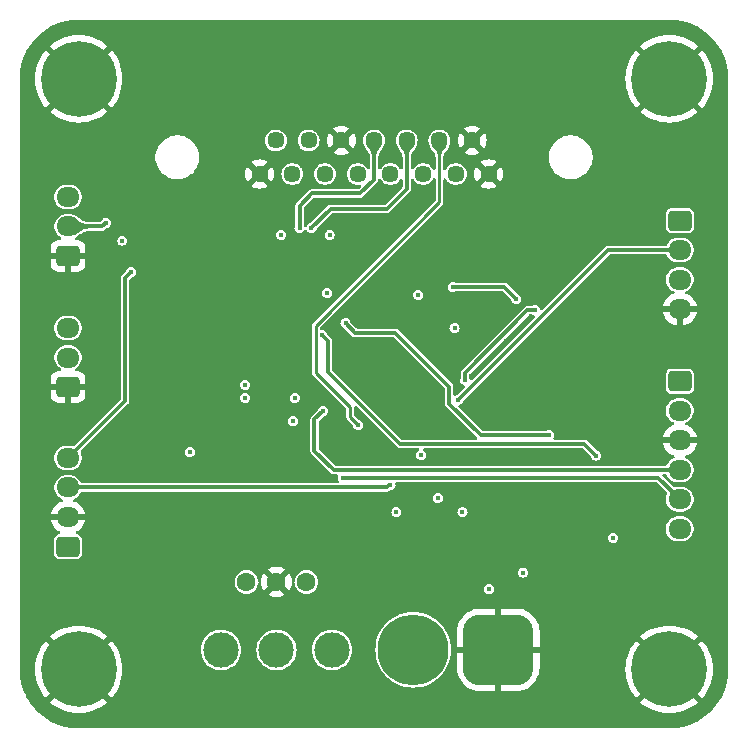
<source format=gbr>
%TF.GenerationSoftware,KiCad,Pcbnew,8.0.0*%
%TF.CreationDate,2024-10-22T21:16:36+02:00*%
%TF.ProjectId,ProjetCorps,50726f6a-6574-4436-9f72-70732e6b6963,rev?*%
%TF.SameCoordinates,Original*%
%TF.FileFunction,Copper,L4,Bot*%
%TF.FilePolarity,Positive*%
%FSLAX46Y46*%
G04 Gerber Fmt 4.6, Leading zero omitted, Abs format (unit mm)*
G04 Created by KiCad (PCBNEW 8.0.0) date 2024-10-22 21:16:36*
%MOMM*%
%LPD*%
G01*
G04 APERTURE LIST*
G04 Aperture macros list*
%AMRoundRect*
0 Rectangle with rounded corners*
0 $1 Rounding radius*
0 $2 $3 $4 $5 $6 $7 $8 $9 X,Y pos of 4 corners*
0 Add a 4 corners polygon primitive as box body*
4,1,4,$2,$3,$4,$5,$6,$7,$8,$9,$2,$3,0*
0 Add four circle primitives for the rounded corners*
1,1,$1+$1,$2,$3*
1,1,$1+$1,$4,$5*
1,1,$1+$1,$6,$7*
1,1,$1+$1,$8,$9*
0 Add four rect primitives between the rounded corners*
20,1,$1+$1,$2,$3,$4,$5,0*
20,1,$1+$1,$4,$5,$6,$7,0*
20,1,$1+$1,$6,$7,$8,$9,0*
20,1,$1+$1,$8,$9,$2,$3,0*%
G04 Aperture macros list end*
%TA.AperFunction,ComponentPad*%
%ADD10C,0.800000*%
%TD*%
%TA.AperFunction,ComponentPad*%
%ADD11C,6.400000*%
%TD*%
%TA.AperFunction,ComponentPad*%
%ADD12RoundRect,0.250000X0.725000X-0.600000X0.725000X0.600000X-0.725000X0.600000X-0.725000X-0.600000X0*%
%TD*%
%TA.AperFunction,ComponentPad*%
%ADD13O,1.950000X1.700000*%
%TD*%
%TA.AperFunction,ComponentPad*%
%ADD14RoundRect,0.250000X-0.725000X0.600000X-0.725000X-0.600000X0.725000X-0.600000X0.725000X0.600000X0*%
%TD*%
%TA.AperFunction,ComponentPad*%
%ADD15C,3.000000*%
%TD*%
%TA.AperFunction,ComponentPad*%
%ADD16C,1.600000*%
%TD*%
%TA.AperFunction,ComponentPad*%
%ADD17RoundRect,1.500000X1.500000X1.500000X-1.500000X1.500000X-1.500000X-1.500000X1.500000X-1.500000X0*%
%TD*%
%TA.AperFunction,ComponentPad*%
%ADD18C,6.000000*%
%TD*%
%TA.AperFunction,ComponentPad*%
%ADD19C,1.447800*%
%TD*%
%TA.AperFunction,ViaPad*%
%ADD20C,0.450000*%
%TD*%
%TA.AperFunction,Conductor*%
%ADD21C,0.250000*%
%TD*%
%TA.AperFunction,Conductor*%
%ADD22C,0.300000*%
%TD*%
G04 APERTURE END LIST*
D10*
%TO.P,H102,1,1*%
%TO.N,GND*%
X92600000Y-45000000D03*
X93302944Y-43302944D03*
X93302944Y-46697056D03*
X95000000Y-42600000D03*
D11*
X95000000Y-45000000D03*
D10*
X95000000Y-47400000D03*
X96697056Y-43302944D03*
X96697056Y-46697056D03*
X97400000Y-45000000D03*
%TD*%
%TO.P,H103,1,1*%
%TO.N,GND*%
X42600000Y-95000000D03*
X43302944Y-93302944D03*
X43302944Y-96697056D03*
X45000000Y-92600000D03*
D11*
X45000000Y-95000000D03*
D10*
X45000000Y-97400000D03*
X46697056Y-93302944D03*
X46697056Y-96697056D03*
X47400000Y-95000000D03*
%TD*%
D12*
%TO.P,J103,1,Pin_1*%
%TO.N,GND*%
X44100000Y-71100000D03*
D13*
%TO.P,J103,2,Pin_2*%
%TO.N,+12V*%
X44100000Y-68600000D03*
%TO.P,J103,3,Pin_3*%
%TO.N,UART_HD_XL430*%
X44100000Y-66100000D03*
%TD*%
D14*
%TO.P,J1,1,Pin_1*%
%TO.N,UART_mp3_RX*%
X95900000Y-57000000D03*
D13*
%TO.P,J1,2,Pin_2*%
%TO.N,UART_mp3_TX*%
X95900000Y-59500000D03*
%TO.P,J1,3,Pin_3*%
%TO.N,+5V*%
X95900000Y-62000000D03*
%TO.P,J1,4,Pin_4*%
%TO.N,GND*%
X95900000Y-64500000D03*
%TD*%
D10*
%TO.P,H101,1,1*%
%TO.N,GND*%
X42600000Y-45000000D03*
X43302944Y-43302944D03*
X43302944Y-46697056D03*
X45000000Y-42600000D03*
D11*
X45000000Y-45000000D03*
D10*
X45000000Y-47400000D03*
X46697056Y-43302944D03*
X46697056Y-46697056D03*
X47400000Y-45000000D03*
%TD*%
D15*
%TO.P,SW101,1,A*%
%TO.N,+12V*%
X57050000Y-93350000D03*
%TO.P,SW101,2,B*%
%TO.N,Net-(J101-Pin_2)*%
X61750000Y-93350000D03*
%TO.P,SW101,3,C*%
%TO.N,unconnected-(SW101-C-Pad3)*%
X66450000Y-93350000D03*
%TD*%
D16*
%TO.P,U104,1,Vin*%
%TO.N,+12V*%
X59210000Y-87600000D03*
%TO.P,U104,2,GND*%
%TO.N,GND*%
X61750000Y-87600000D03*
%TO.P,U104,3,Vout*%
%TO.N,+5V*%
X64290000Y-87600000D03*
%TD*%
D17*
%TO.P,J101,1,Pin_1*%
%TO.N,GND*%
X80525000Y-93350000D03*
D18*
%TO.P,J101,2,Pin_2*%
%TO.N,Net-(J101-Pin_2)*%
X73325000Y-93350000D03*
%TD*%
D12*
%TO.P,J3,1,Pin_1*%
%TO.N,unconnected-(J3-Pin_1-Pad1)*%
X44100000Y-84600000D03*
D13*
%TO.P,J3,2,Pin_2*%
%TO.N,GND*%
X44100000Y-82100000D03*
%TO.P,J3,3,Pin_3*%
%TO.N,PWM_TIM4_CH1*%
X44100000Y-79600000D03*
%TO.P,J3,4,Pin_4*%
%TO.N,+5V*%
X44100000Y-77100000D03*
%TD*%
D14*
%TO.P,J2,1,Pin_1*%
%TO.N,unconnected-(J2-Pin_1-Pad1)*%
X95900000Y-70600000D03*
D13*
%TO.P,J2,2,Pin_2*%
%TO.N,+5V*%
X95900000Y-73100000D03*
%TO.P,J2,3,Pin_3*%
%TO.N,GND*%
X95900000Y-75600000D03*
%TO.P,J2,4,Pin_4*%
%TO.N,UART_hc05_TX*%
X95900000Y-78100000D03*
%TO.P,J2,5,Pin_5*%
%TO.N,UART_hc05_RX*%
X95900000Y-80600000D03*
%TO.P,J2,6,Pin_6*%
%TO.N,unconnected-(J2-Pin_6-Pad6)*%
X95900000Y-83100000D03*
%TD*%
D10*
%TO.P,H104,1,1*%
%TO.N,GND*%
X92600000Y-95000000D03*
X93302944Y-93302944D03*
X93302944Y-96697056D03*
X95000000Y-92600000D03*
D11*
X95000000Y-95000000D03*
D10*
X95000000Y-97400000D03*
X96697056Y-93302944D03*
X96697056Y-96697056D03*
X97400000Y-95000000D03*
%TD*%
D19*
%TO.P,J104,1,Pin_1*%
%TO.N,GND*%
X60315002Y-53059999D03*
%TO.P,J104,2,Pin_2*%
%TO.N,PWM_TIM2_CH2*%
X63085001Y-53059999D03*
%TO.P,J104,3,Pin_3*%
%TO.N,PWM_TIM2_CH1*%
X65855001Y-53059999D03*
%TO.P,J104,4,Pin_4*%
%TO.N,PWM_TIM1_CH4*%
X68625001Y-53059999D03*
%TO.P,J104,5,Pin_5*%
%TO.N,PWM_TIM1_CH3*%
X71395000Y-53059999D03*
%TO.P,J104,6,Pin_6*%
%TO.N,PWM_TIM1_CH2*%
X74165000Y-53059999D03*
%TO.P,J104,7,Pin_7*%
%TO.N,PWM_TIM1_CH1*%
X76934999Y-53059999D03*
%TO.P,J104,8,Pin_8*%
%TO.N,GND*%
X79704999Y-53059999D03*
%TO.P,J104,9,Pin_9*%
%TO.N,+12V*%
X61700000Y-50220000D03*
%TO.P,J104,10,Pin_10*%
X64470000Y-50220000D03*
%TO.P,J104,11,Pin_11*%
%TO.N,GND*%
X67239999Y-50220000D03*
%TO.P,J104,12,Pin_12*%
%TO.N,I2C_SCL*%
X70009999Y-50220000D03*
%TO.P,J104,13,Pin_13*%
%TO.N,I2C_SDA*%
X72779999Y-50220000D03*
%TO.P,J104,14,Pin_14*%
%TO.N,TOF_INT*%
X75549998Y-50220000D03*
%TO.P,J104,15,Pin_15*%
%TO.N,GND*%
X78319998Y-50220000D03*
%TD*%
D12*
%TO.P,J102,1,Pin_1*%
%TO.N,GND*%
X44100000Y-60000000D03*
D13*
%TO.P,J102,2,Pin_2*%
%TO.N,+12V*%
X44100000Y-57500000D03*
%TO.P,J102,3,Pin_3*%
%TO.N,UART_HD_XL430*%
X44100000Y-55000000D03*
%TD*%
D20*
%TO.N,GND*%
X65000000Y-56000000D03*
%TO.N,TOF_INT*%
X68677499Y-74322501D03*
%TO.N,+3.3V*%
X74000000Y-76850000D03*
X48700000Y-58700000D03*
X90250000Y-83850000D03*
X73750000Y-63300000D03*
X63150000Y-74000000D03*
X66250000Y-58200000D03*
X59100000Y-70900000D03*
X59100000Y-72000000D03*
X76830000Y-66120000D03*
X62150000Y-58200000D03*
X77500000Y-81700000D03*
X66050000Y-63150000D03*
X63300000Y-72000000D03*
X71900000Y-81700000D03*
X75400000Y-80500000D03*
X54400000Y-76600000D03*
%TO.N,GND*%
X67000000Y-77300000D03*
X88300000Y-94700000D03*
X75300000Y-59600000D03*
X67000000Y-62050000D03*
X88800000Y-63100000D03*
X72000000Y-61000000D03*
X60700000Y-76550000D03*
X82300000Y-77300000D03*
X51350000Y-71300000D03*
X80800000Y-79600000D03*
X69900000Y-41700000D03*
X54500000Y-90900000D03*
X93100000Y-75000000D03*
X47700000Y-50400000D03*
X90200000Y-60300000D03*
X56500000Y-69250000D03*
X91800000Y-84600000D03*
X73020000Y-76880000D03*
X90650000Y-79450000D03*
X90250000Y-81350000D03*
X49100000Y-77100000D03*
X93000000Y-51700000D03*
X55500000Y-42500000D03*
X51000000Y-68100000D03*
X75200000Y-85600000D03*
X81700000Y-85350000D03*
X78300000Y-42800000D03*
X57000000Y-57000000D03*
X50500000Y-81950000D03*
X91800000Y-89600000D03*
X50800000Y-56900000D03*
X86600000Y-56100000D03*
X63650000Y-65600000D03*
X85200000Y-43500000D03*
X98900000Y-50000000D03*
X77900000Y-72700000D03*
X86600000Y-59650000D03*
X61100000Y-72000000D03*
X61100000Y-70900000D03*
X87500000Y-91300000D03*
X64100000Y-45500000D03*
X91500000Y-57800000D03*
X61900000Y-82300000D03*
X74200000Y-46400000D03*
X60550000Y-66750000D03*
X53850000Y-60500000D03*
X55300000Y-46300000D03*
X63050000Y-69300000D03*
X67000000Y-63150000D03*
X49700000Y-90100000D03*
X59300000Y-59800000D03*
X53850000Y-59000000D03*
X65500000Y-71250000D03*
X49400000Y-85050000D03*
X55100000Y-63800000D03*
X87450000Y-73150000D03*
X90200000Y-82550000D03*
X87450000Y-67200000D03*
X53850000Y-62200000D03*
X41400000Y-50300000D03*
X57650000Y-77600000D03*
X58500000Y-74650000D03*
X63050000Y-67400000D03*
X48300000Y-72000000D03*
X70950000Y-84200000D03*
X63150000Y-73000000D03*
X76850000Y-67050000D03*
X51700000Y-96800000D03*
X51200000Y-92500000D03*
X83800000Y-62100000D03*
X86600000Y-57850000D03*
X82400000Y-48600000D03*
X57950000Y-84150000D03*
X60100000Y-63300000D03*
X81200000Y-67200000D03*
%TO.N,NRST*%
X76675000Y-62600000D03*
X82060000Y-63640000D03*
%TO.N,+5V*%
X49429081Y-61370919D03*
X82600000Y-86800000D03*
X79740000Y-88220000D03*
%TO.N,+12V*%
X47312653Y-57187347D03*
%TO.N,I2C_SCL*%
X63700000Y-57650000D03*
%TO.N,I2C_SDA*%
X64700000Y-57650000D03*
%TO.N,UART_DEBUG_RX*%
X65600000Y-66700000D03*
X88800000Y-76900000D03*
%TO.N,UART_DEBUG_TX*%
X84800000Y-75175000D03*
X67600000Y-65700000D03*
%TO.N,UART_mp3_RX*%
X83645000Y-64600000D03*
X77720000Y-70530000D03*
%TO.N,UART_mp3_TX*%
X77100000Y-72200000D03*
%TO.N,UART_hc05_RX*%
X67350000Y-78775000D03*
%TO.N,UART_hc05_TX*%
X65700000Y-73100000D03*
%TO.N,PWM_TIM4_CH1*%
X71400000Y-79400000D03*
%TD*%
D21*
%TO.N,TOF_INT*%
X68000000Y-73645002D02*
X68000000Y-72800000D01*
X68000000Y-72800000D02*
X65075000Y-69875000D01*
X65075000Y-69875000D02*
X65075000Y-65925000D01*
X68677499Y-74322501D02*
X68000000Y-73645002D01*
X65075000Y-65925000D02*
X75549998Y-55450002D01*
X75549998Y-55450002D02*
X75549998Y-50220000D01*
D22*
%TO.N,UART_DEBUG_RX*%
X87800000Y-75900000D02*
X88800000Y-76900000D01*
X65600000Y-66700000D02*
X66100000Y-67200000D01*
X66100000Y-67200000D02*
X66100000Y-69800000D01*
X66100000Y-69800000D02*
X72200000Y-75900000D01*
X72200000Y-75900000D02*
X87800000Y-75900000D01*
%TO.N,NRST*%
X81020000Y-62600000D02*
X76675000Y-62600000D01*
X82060000Y-63640000D02*
X81020000Y-62600000D01*
%TO.N,+5V*%
X44100000Y-77100000D02*
X48900000Y-72300000D01*
X48900000Y-61900000D02*
X49429081Y-61370919D01*
X48900000Y-72300000D02*
X48900000Y-61900000D01*
%TO.N,+12V*%
X47000000Y-57500000D02*
X44100000Y-57500000D01*
X47312653Y-57187347D02*
X47000000Y-57500000D01*
%TO.N,I2C_SCL*%
X63700000Y-55750000D02*
X63700000Y-57650000D01*
X70009999Y-53540001D02*
X68850000Y-54700000D01*
X64750000Y-54700000D02*
X63700000Y-55750000D01*
X70009999Y-50220000D02*
X70009999Y-53540001D01*
X68850000Y-54700000D02*
X64750000Y-54700000D01*
%TO.N,I2C_SDA*%
X71100000Y-56000000D02*
X66350000Y-56000000D01*
X72779999Y-54320001D02*
X71100000Y-56000000D01*
X66350000Y-56000000D02*
X64700000Y-57650000D01*
X72779999Y-50220000D02*
X72779999Y-54320001D01*
%TO.N,UART_DEBUG_TX*%
X68400000Y-66500000D02*
X71800000Y-66500000D01*
X67600000Y-65700000D02*
X68400000Y-66500000D01*
X76375000Y-72500305D02*
X79049695Y-75175000D01*
X71800000Y-66500000D02*
X76375000Y-71075000D01*
X76375000Y-71075000D02*
X76375000Y-72500305D01*
X79049695Y-75175000D02*
X84800000Y-75175000D01*
%TO.N,UART_mp3_RX*%
X77720000Y-69880000D02*
X83000000Y-64600000D01*
X83000000Y-64600000D02*
X83645000Y-64600000D01*
X77720000Y-70530000D02*
X77720000Y-69880000D01*
%TO.N,UART_mp3_TX*%
X95900000Y-59500000D02*
X89800000Y-59500000D01*
X89800000Y-59500000D02*
X77100000Y-72200000D01*
%TO.N,UART_hc05_RX*%
X67350000Y-78775000D02*
X94075000Y-78775000D01*
X94075000Y-78775000D02*
X95900000Y-80600000D01*
%TO.N,UART_hc05_TX*%
X64965000Y-73835000D02*
X64965000Y-76475000D01*
X64965000Y-76475000D02*
X66590000Y-78100000D01*
X65700000Y-73100000D02*
X64965000Y-73835000D01*
X66590000Y-78100000D02*
X95900000Y-78100000D01*
%TO.N,PWM_TIM4_CH1*%
X44450000Y-79950000D02*
X44100000Y-79600000D01*
X71400000Y-79400000D02*
X71300000Y-79400000D01*
X71300000Y-79400000D02*
X71100000Y-79600000D01*
X71100000Y-79600000D02*
X44100000Y-79600000D01*
%TD*%
%TA.AperFunction,Conductor*%
%TO.N,GND*%
G36*
X83422174Y-64964015D02*
G01*
X83443734Y-64975000D01*
X83511874Y-65009719D01*
X83515568Y-65010304D01*
X83519700Y-65012262D01*
X83521160Y-65012737D01*
X83521098Y-65012925D01*
X83578704Y-65040230D01*
X83615638Y-65099540D01*
X83614644Y-65169402D01*
X83583857Y-65220459D01*
X78339776Y-70464540D01*
X78278453Y-70498025D01*
X78208761Y-70493041D01*
X78152828Y-70451169D01*
X78133677Y-70405854D01*
X78132737Y-70406160D01*
X78129720Y-70396877D01*
X78129719Y-70396875D01*
X78129719Y-70396874D01*
X78084015Y-70307174D01*
X78070500Y-70250880D01*
X78070500Y-70076544D01*
X78090185Y-70009505D01*
X78106819Y-69988863D01*
X83108863Y-64986819D01*
X83170186Y-64953334D01*
X83196544Y-64950500D01*
X83365880Y-64950500D01*
X83422174Y-64964015D01*
G37*
%TD.AperFunction*%
%TA.AperFunction,Conductor*%
G36*
X72382150Y-53482298D02*
G01*
X72422679Y-53539212D01*
X72429499Y-53579769D01*
X72429499Y-54123457D01*
X72409814Y-54190496D01*
X72393180Y-54211138D01*
X70991137Y-55613181D01*
X70929814Y-55646666D01*
X70903456Y-55649500D01*
X66303856Y-55649500D01*
X66214712Y-55673386D01*
X66214711Y-55673386D01*
X66214709Y-55673387D01*
X66214706Y-55673388D01*
X66134794Y-55719526D01*
X66134785Y-55719533D01*
X64651401Y-57202915D01*
X64590078Y-57236400D01*
X64583120Y-57237707D01*
X64566876Y-57240280D01*
X64566874Y-57240280D01*
X64566874Y-57240281D01*
X64446780Y-57301472D01*
X64446779Y-57301473D01*
X64446774Y-57301476D01*
X64351476Y-57396774D01*
X64351473Y-57396779D01*
X64351472Y-57396780D01*
X64310485Y-57477222D01*
X64262510Y-57528018D01*
X64194689Y-57544813D01*
X64128554Y-57522275D01*
X64089515Y-57477221D01*
X64064015Y-57427174D01*
X64050500Y-57370880D01*
X64050500Y-55946543D01*
X64070185Y-55879504D01*
X64086819Y-55858862D01*
X64858862Y-55086819D01*
X64920185Y-55053334D01*
X64946543Y-55050500D01*
X68896142Y-55050500D01*
X68896144Y-55050500D01*
X68985288Y-55026614D01*
X69065212Y-54980470D01*
X70290468Y-53755213D01*
X70336613Y-53675289D01*
X70360499Y-53586145D01*
X70360499Y-53579765D01*
X70380184Y-53512726D01*
X70432988Y-53466971D01*
X70502146Y-53457027D01*
X70565702Y-53486052D01*
X70591886Y-53517766D01*
X70643021Y-53606336D01*
X70643023Y-53606339D01*
X70773042Y-53750741D01*
X70773045Y-53750743D01*
X70773048Y-53750746D01*
X70890952Y-53836408D01*
X70930255Y-53864964D01*
X70998398Y-53895302D01*
X71107771Y-53943998D01*
X71297842Y-53984399D01*
X71492158Y-53984399D01*
X71682229Y-53943998D01*
X71859746Y-53864963D01*
X72016952Y-53750746D01*
X72034885Y-53730830D01*
X72084889Y-53675294D01*
X72146975Y-53606341D01*
X72187318Y-53536464D01*
X72198112Y-53517769D01*
X72248679Y-53469554D01*
X72317286Y-53456330D01*
X72382150Y-53482298D01*
G37*
%TD.AperFunction*%
%TA.AperFunction,Conductor*%
G36*
X95000641Y-40000006D02*
G01*
X95213481Y-40002328D01*
X95222915Y-40002792D01*
X95647552Y-40039943D01*
X95658270Y-40041354D01*
X96077393Y-40115256D01*
X96087921Y-40117590D01*
X96499033Y-40227747D01*
X96509322Y-40230992D01*
X96909255Y-40376555D01*
X96919221Y-40380683D01*
X97304942Y-40560547D01*
X97314528Y-40565538D01*
X97683088Y-40778326D01*
X97692207Y-40784135D01*
X98040820Y-41028237D01*
X98049402Y-41034822D01*
X98375420Y-41308383D01*
X98383395Y-41315692D01*
X98684307Y-41616604D01*
X98691616Y-41624579D01*
X98965177Y-41950597D01*
X98971762Y-41959179D01*
X99215864Y-42307792D01*
X99221676Y-42316916D01*
X99434459Y-42685467D01*
X99439454Y-42695062D01*
X99619310Y-43080764D01*
X99623450Y-43090759D01*
X99769003Y-43490664D01*
X99772256Y-43500980D01*
X99882405Y-43912061D01*
X99884746Y-43922623D01*
X99958644Y-44341725D01*
X99960056Y-44352450D01*
X99997206Y-44777073D01*
X99997671Y-44786527D01*
X99999993Y-44999357D01*
X100000000Y-45000710D01*
X100000000Y-94999289D01*
X99999993Y-95000642D01*
X99997671Y-95213472D01*
X99997206Y-95222926D01*
X99960056Y-95647549D01*
X99958644Y-95658274D01*
X99884746Y-96077376D01*
X99882405Y-96087938D01*
X99772256Y-96499019D01*
X99769003Y-96509335D01*
X99623450Y-96909240D01*
X99619310Y-96919235D01*
X99439454Y-97304937D01*
X99434459Y-97314532D01*
X99221676Y-97683083D01*
X99215864Y-97692207D01*
X98971762Y-98040820D01*
X98965177Y-98049402D01*
X98691616Y-98375420D01*
X98684307Y-98383395D01*
X98383395Y-98684307D01*
X98375420Y-98691616D01*
X98049402Y-98965177D01*
X98040820Y-98971762D01*
X97692207Y-99215864D01*
X97683083Y-99221676D01*
X97314532Y-99434459D01*
X97304937Y-99439454D01*
X96919235Y-99619310D01*
X96909240Y-99623450D01*
X96509335Y-99769003D01*
X96499019Y-99772256D01*
X96087938Y-99882405D01*
X96077376Y-99884746D01*
X95658274Y-99958644D01*
X95647549Y-99960056D01*
X95222926Y-99997206D01*
X95213472Y-99997671D01*
X95005455Y-99999940D01*
X95000640Y-99999993D01*
X94999290Y-100000000D01*
X45000710Y-100000000D01*
X44999359Y-99999993D01*
X44994454Y-99999939D01*
X44786527Y-99997671D01*
X44777073Y-99997206D01*
X44352450Y-99960056D01*
X44341725Y-99958644D01*
X43922623Y-99884746D01*
X43912061Y-99882405D01*
X43500980Y-99772256D01*
X43490664Y-99769003D01*
X43090759Y-99623450D01*
X43080764Y-99619310D01*
X42695062Y-99439454D01*
X42685467Y-99434459D01*
X42316916Y-99221676D01*
X42307792Y-99215864D01*
X41959179Y-98971762D01*
X41950597Y-98965177D01*
X41624579Y-98691616D01*
X41616604Y-98684307D01*
X41315692Y-98383395D01*
X41308383Y-98375420D01*
X41034822Y-98049402D01*
X41028237Y-98040820D01*
X40997887Y-97997476D01*
X40784132Y-97692203D01*
X40778323Y-97683083D01*
X40635294Y-97435350D01*
X40565538Y-97314528D01*
X40560545Y-97304937D01*
X40501252Y-97177783D01*
X40380683Y-96919221D01*
X40376555Y-96909255D01*
X40230992Y-96509322D01*
X40227747Y-96499033D01*
X40117590Y-96087921D01*
X40115256Y-96077393D01*
X40041354Y-95658270D01*
X40039943Y-95647549D01*
X40037241Y-95616660D01*
X40002792Y-95222915D01*
X40002328Y-95213471D01*
X40000007Y-95000641D01*
X40000004Y-95000000D01*
X41294922Y-95000000D01*
X41315219Y-95387287D01*
X41375886Y-95770323D01*
X41375887Y-95770330D01*
X41476262Y-96144936D01*
X41615244Y-96506994D01*
X41791310Y-96852543D01*
X42002531Y-97177793D01*
X42211095Y-97435350D01*
X42211096Y-97435350D01*
X43705748Y-95940698D01*
X43779588Y-96042330D01*
X43957670Y-96220412D01*
X44059300Y-96294251D01*
X42564648Y-97788903D01*
X42564649Y-97788904D01*
X42822206Y-97997468D01*
X43147456Y-98208689D01*
X43493005Y-98384755D01*
X43855063Y-98523737D01*
X44229669Y-98624112D01*
X44229676Y-98624113D01*
X44612712Y-98684780D01*
X44999999Y-98705078D01*
X45000001Y-98705078D01*
X45387287Y-98684780D01*
X45770323Y-98624113D01*
X45770330Y-98624112D01*
X46144936Y-98523737D01*
X46506994Y-98384755D01*
X46852543Y-98208689D01*
X47177783Y-97997476D01*
X47177785Y-97997475D01*
X47435349Y-97788902D01*
X45940698Y-96294251D01*
X46042330Y-96220412D01*
X46220412Y-96042330D01*
X46294251Y-95940698D01*
X47788902Y-97435349D01*
X47997475Y-97177785D01*
X47997476Y-97177783D01*
X48208689Y-96852543D01*
X48384755Y-96506994D01*
X48523737Y-96144936D01*
X48624112Y-95770330D01*
X48624113Y-95770323D01*
X48684780Y-95387287D01*
X48705078Y-95000000D01*
X48705078Y-94999999D01*
X48684780Y-94612712D01*
X48624113Y-94229676D01*
X48624112Y-94229669D01*
X48523737Y-93855063D01*
X48384755Y-93493005D01*
X48311892Y-93350004D01*
X55344732Y-93350004D01*
X55363777Y-93604154D01*
X55406171Y-93789895D01*
X55420492Y-93852637D01*
X55513607Y-94089888D01*
X55641041Y-94310612D01*
X55799950Y-94509877D01*
X55986783Y-94683232D01*
X56197366Y-94826805D01*
X56197371Y-94826807D01*
X56197372Y-94826808D01*
X56197373Y-94826809D01*
X56295527Y-94874077D01*
X56426992Y-94937387D01*
X56426993Y-94937387D01*
X56426996Y-94937389D01*
X56670542Y-95012513D01*
X56922565Y-95050500D01*
X57177435Y-95050500D01*
X57429458Y-95012513D01*
X57673004Y-94937389D01*
X57902634Y-94826805D01*
X58113217Y-94683232D01*
X58300050Y-94509877D01*
X58458959Y-94310612D01*
X58586393Y-94089888D01*
X58679508Y-93852637D01*
X58736222Y-93604157D01*
X58755268Y-93350004D01*
X60044732Y-93350004D01*
X60063777Y-93604154D01*
X60106171Y-93789895D01*
X60120492Y-93852637D01*
X60213607Y-94089888D01*
X60341041Y-94310612D01*
X60499950Y-94509877D01*
X60686783Y-94683232D01*
X60897366Y-94826805D01*
X60897371Y-94826807D01*
X60897372Y-94826808D01*
X60897373Y-94826809D01*
X60995527Y-94874077D01*
X61126992Y-94937387D01*
X61126993Y-94937387D01*
X61126996Y-94937389D01*
X61370542Y-95012513D01*
X61622565Y-95050500D01*
X61877435Y-95050500D01*
X62129458Y-95012513D01*
X62373004Y-94937389D01*
X62602634Y-94826805D01*
X62813217Y-94683232D01*
X63000050Y-94509877D01*
X63158959Y-94310612D01*
X63286393Y-94089888D01*
X63379508Y-93852637D01*
X63436222Y-93604157D01*
X63455268Y-93350004D01*
X64744732Y-93350004D01*
X64763777Y-93604154D01*
X64806171Y-93789895D01*
X64820492Y-93852637D01*
X64913607Y-94089888D01*
X65041041Y-94310612D01*
X65199950Y-94509877D01*
X65386783Y-94683232D01*
X65597366Y-94826805D01*
X65597371Y-94826807D01*
X65597372Y-94826808D01*
X65597373Y-94826809D01*
X65695527Y-94874077D01*
X65826992Y-94937387D01*
X65826993Y-94937387D01*
X65826996Y-94937389D01*
X66070542Y-95012513D01*
X66322565Y-95050500D01*
X66577435Y-95050500D01*
X66829458Y-95012513D01*
X67073004Y-94937389D01*
X67302634Y-94826805D01*
X67513217Y-94683232D01*
X67700050Y-94509877D01*
X67858959Y-94310612D01*
X67986393Y-94089888D01*
X68079508Y-93852637D01*
X68136222Y-93604157D01*
X68155268Y-93350000D01*
X70119457Y-93350000D01*
X70139612Y-93708902D01*
X70139614Y-93708914D01*
X70199826Y-94063296D01*
X70199828Y-94063305D01*
X70299339Y-94408718D01*
X70299341Y-94408724D01*
X70436906Y-94740833D01*
X70484423Y-94826809D01*
X70610790Y-95055454D01*
X70730963Y-95224821D01*
X70818806Y-95348623D01*
X71058339Y-95616661D01*
X71326377Y-95856194D01*
X71619548Y-96064211D01*
X71934167Y-96238094D01*
X72266276Y-96375659D01*
X72611700Y-96475173D01*
X72966093Y-96535387D01*
X73325000Y-96555543D01*
X73683907Y-96535387D01*
X74038300Y-96475173D01*
X74383724Y-96375659D01*
X74715833Y-96238094D01*
X75030452Y-96064211D01*
X75323623Y-95856194D01*
X75591661Y-95616661D01*
X75831194Y-95348623D01*
X76039211Y-95055452D01*
X76113279Y-94921436D01*
X77025000Y-94921436D01*
X77040300Y-95135362D01*
X77101109Y-95414895D01*
X77201091Y-95682958D01*
X77338191Y-95934038D01*
X77338192Y-95934039D01*
X77509639Y-96163065D01*
X77509649Y-96163077D01*
X77711922Y-96365350D01*
X77711934Y-96365360D01*
X77940960Y-96536807D01*
X77940961Y-96536808D01*
X78192042Y-96673908D01*
X78192041Y-96673908D01*
X78460104Y-96773890D01*
X78739637Y-96834699D01*
X78953563Y-96849999D01*
X78953566Y-96850000D01*
X80275000Y-96850000D01*
X80275000Y-95586502D01*
X80377527Y-95600000D01*
X80672473Y-95600000D01*
X80775000Y-95586502D01*
X80775000Y-96850000D01*
X82096434Y-96850000D01*
X82096436Y-96849999D01*
X82310362Y-96834699D01*
X82589895Y-96773890D01*
X82857958Y-96673908D01*
X83109038Y-96536808D01*
X83109039Y-96536807D01*
X83338065Y-96365360D01*
X83338077Y-96365350D01*
X83540350Y-96163077D01*
X83540360Y-96163065D01*
X83711807Y-95934039D01*
X83711808Y-95934038D01*
X83848908Y-95682958D01*
X83948890Y-95414895D01*
X84009699Y-95135362D01*
X84019380Y-95000000D01*
X91294922Y-95000000D01*
X91315219Y-95387287D01*
X91375886Y-95770323D01*
X91375887Y-95770330D01*
X91476262Y-96144936D01*
X91615244Y-96506994D01*
X91791310Y-96852543D01*
X92002531Y-97177793D01*
X92211095Y-97435350D01*
X92211096Y-97435350D01*
X93705748Y-95940698D01*
X93779588Y-96042330D01*
X93957670Y-96220412D01*
X94059300Y-96294251D01*
X92564648Y-97788903D01*
X92564649Y-97788904D01*
X92822206Y-97997468D01*
X93147456Y-98208689D01*
X93493005Y-98384755D01*
X93855063Y-98523737D01*
X94229669Y-98624112D01*
X94229676Y-98624113D01*
X94612712Y-98684780D01*
X94999999Y-98705078D01*
X95000001Y-98705078D01*
X95387287Y-98684780D01*
X95770323Y-98624113D01*
X95770330Y-98624112D01*
X96144936Y-98523737D01*
X96506994Y-98384755D01*
X96852543Y-98208689D01*
X97177783Y-97997476D01*
X97177785Y-97997475D01*
X97435349Y-97788902D01*
X95940698Y-96294251D01*
X96042330Y-96220412D01*
X96220412Y-96042330D01*
X96294251Y-95940698D01*
X97788902Y-97435349D01*
X97997475Y-97177785D01*
X97997476Y-97177783D01*
X98208689Y-96852543D01*
X98384755Y-96506994D01*
X98523737Y-96144936D01*
X98624112Y-95770330D01*
X98624113Y-95770323D01*
X98684780Y-95387287D01*
X98705078Y-95000000D01*
X98705078Y-94999999D01*
X98684780Y-94612712D01*
X98624113Y-94229676D01*
X98624112Y-94229669D01*
X98523737Y-93855063D01*
X98384755Y-93493005D01*
X98208689Y-93147456D01*
X97997468Y-92822206D01*
X97788904Y-92564649D01*
X97788903Y-92564648D01*
X96294251Y-94059300D01*
X96220412Y-93957670D01*
X96042330Y-93779588D01*
X95940698Y-93705748D01*
X97435350Y-92211096D01*
X97435350Y-92211095D01*
X97177793Y-92002531D01*
X96852543Y-91791310D01*
X96506994Y-91615244D01*
X96144936Y-91476262D01*
X95770330Y-91375887D01*
X95770323Y-91375886D01*
X95387287Y-91315219D01*
X95000001Y-91294922D01*
X94999999Y-91294922D01*
X94612712Y-91315219D01*
X94229676Y-91375886D01*
X94229669Y-91375887D01*
X93855063Y-91476262D01*
X93493005Y-91615244D01*
X93147456Y-91791310D01*
X92822206Y-92002531D01*
X92564648Y-92211095D01*
X92564648Y-92211096D01*
X94059301Y-93705748D01*
X93957670Y-93779588D01*
X93779588Y-93957670D01*
X93705748Y-94059300D01*
X92211096Y-92564648D01*
X92211095Y-92564648D01*
X92002531Y-92822206D01*
X91791310Y-93147456D01*
X91615244Y-93493005D01*
X91476262Y-93855063D01*
X91375887Y-94229669D01*
X91375886Y-94229676D01*
X91315219Y-94612712D01*
X91294922Y-94999999D01*
X91294922Y-95000000D01*
X84019380Y-95000000D01*
X84024999Y-94921436D01*
X84025000Y-94921434D01*
X84025000Y-93600000D01*
X82761502Y-93600000D01*
X82775000Y-93497473D01*
X82775000Y-93202527D01*
X82761502Y-93100000D01*
X84025000Y-93100000D01*
X84025000Y-91778566D01*
X84024999Y-91778563D01*
X84009699Y-91564637D01*
X83948890Y-91285104D01*
X83848908Y-91017041D01*
X83711808Y-90765961D01*
X83711807Y-90765960D01*
X83540360Y-90536934D01*
X83540350Y-90536922D01*
X83338077Y-90334649D01*
X83338065Y-90334639D01*
X83109039Y-90163192D01*
X83109038Y-90163191D01*
X82857957Y-90026091D01*
X82857958Y-90026091D01*
X82589895Y-89926109D01*
X82310362Y-89865300D01*
X82096436Y-89850000D01*
X80775000Y-89850000D01*
X80775000Y-91113497D01*
X80672473Y-91100000D01*
X80377527Y-91100000D01*
X80275000Y-91113497D01*
X80275000Y-89850000D01*
X78953563Y-89850000D01*
X78739637Y-89865300D01*
X78460104Y-89926109D01*
X78192041Y-90026091D01*
X77940961Y-90163191D01*
X77940960Y-90163192D01*
X77711934Y-90334639D01*
X77711922Y-90334649D01*
X77509649Y-90536922D01*
X77509639Y-90536934D01*
X77338192Y-90765960D01*
X77338191Y-90765961D01*
X77201091Y-91017041D01*
X77101109Y-91285104D01*
X77040300Y-91564637D01*
X77025000Y-91778563D01*
X77025000Y-93100000D01*
X78288498Y-93100000D01*
X78275000Y-93202527D01*
X78275000Y-93497473D01*
X78288498Y-93600000D01*
X77025000Y-93600000D01*
X77025000Y-94921436D01*
X76113279Y-94921436D01*
X76213094Y-94740833D01*
X76350659Y-94408724D01*
X76450173Y-94063300D01*
X76510387Y-93708907D01*
X76530543Y-93350000D01*
X76510387Y-92991093D01*
X76450173Y-92636700D01*
X76350659Y-92291276D01*
X76213094Y-91959167D01*
X76039211Y-91644548D01*
X75831194Y-91351377D01*
X75591661Y-91083339D01*
X75323623Y-90843806D01*
X75323622Y-90843805D01*
X75030454Y-90635790D01*
X74715831Y-90461905D01*
X74629086Y-90425974D01*
X74383724Y-90324341D01*
X74383720Y-90324339D01*
X74383718Y-90324339D01*
X74038305Y-90224828D01*
X74038296Y-90224826D01*
X73683914Y-90164614D01*
X73683902Y-90164612D01*
X73325000Y-90144457D01*
X72966097Y-90164612D01*
X72966085Y-90164614D01*
X72611703Y-90224826D01*
X72611694Y-90224828D01*
X72266281Y-90324339D01*
X72266276Y-90324340D01*
X72266276Y-90324341D01*
X72230341Y-90339225D01*
X71934168Y-90461905D01*
X71619545Y-90635790D01*
X71326377Y-90843805D01*
X71058339Y-91083339D01*
X70818805Y-91351377D01*
X70610790Y-91644545D01*
X70436905Y-91959168D01*
X70299339Y-92291281D01*
X70199828Y-92636694D01*
X70199826Y-92636703D01*
X70139614Y-92991085D01*
X70139612Y-92991097D01*
X70119457Y-93350000D01*
X68155268Y-93350000D01*
X68136222Y-93095843D01*
X68079508Y-92847363D01*
X67986393Y-92610112D01*
X67858959Y-92389388D01*
X67700050Y-92190123D01*
X67513217Y-92016768D01*
X67302634Y-91873195D01*
X67302630Y-91873193D01*
X67302627Y-91873191D01*
X67302626Y-91873190D01*
X67073006Y-91762612D01*
X67073008Y-91762612D01*
X66829466Y-91687489D01*
X66829462Y-91687488D01*
X66829458Y-91687487D01*
X66708231Y-91669214D01*
X66577440Y-91649500D01*
X66577435Y-91649500D01*
X66322565Y-91649500D01*
X66322559Y-91649500D01*
X66165609Y-91673157D01*
X66070542Y-91687487D01*
X66070539Y-91687488D01*
X66070533Y-91687489D01*
X65826992Y-91762612D01*
X65597373Y-91873190D01*
X65597372Y-91873191D01*
X65386782Y-92016768D01*
X65199952Y-92190121D01*
X65199950Y-92190123D01*
X65041041Y-92389388D01*
X64913608Y-92610109D01*
X64820492Y-92847362D01*
X64820490Y-92847369D01*
X64763777Y-93095845D01*
X64744732Y-93349995D01*
X64744732Y-93350004D01*
X63455268Y-93350004D01*
X63455268Y-93350000D01*
X63436222Y-93095843D01*
X63379508Y-92847363D01*
X63286393Y-92610112D01*
X63158959Y-92389388D01*
X63000050Y-92190123D01*
X62813217Y-92016768D01*
X62602634Y-91873195D01*
X62602630Y-91873193D01*
X62602627Y-91873191D01*
X62602626Y-91873190D01*
X62373006Y-91762612D01*
X62373008Y-91762612D01*
X62129466Y-91687489D01*
X62129462Y-91687488D01*
X62129458Y-91687487D01*
X62008231Y-91669214D01*
X61877440Y-91649500D01*
X61877435Y-91649500D01*
X61622565Y-91649500D01*
X61622559Y-91649500D01*
X61465609Y-91673157D01*
X61370542Y-91687487D01*
X61370539Y-91687488D01*
X61370533Y-91687489D01*
X61126992Y-91762612D01*
X60897373Y-91873190D01*
X60897372Y-91873191D01*
X60686782Y-92016768D01*
X60499952Y-92190121D01*
X60499950Y-92190123D01*
X60341041Y-92389388D01*
X60213608Y-92610109D01*
X60120492Y-92847362D01*
X60120490Y-92847369D01*
X60063777Y-93095845D01*
X60044732Y-93349995D01*
X60044732Y-93350004D01*
X58755268Y-93350004D01*
X58755268Y-93350000D01*
X58736222Y-93095843D01*
X58679508Y-92847363D01*
X58586393Y-92610112D01*
X58458959Y-92389388D01*
X58300050Y-92190123D01*
X58113217Y-92016768D01*
X57902634Y-91873195D01*
X57902630Y-91873193D01*
X57902627Y-91873191D01*
X57902626Y-91873190D01*
X57673006Y-91762612D01*
X57673008Y-91762612D01*
X57429466Y-91687489D01*
X57429462Y-91687488D01*
X57429458Y-91687487D01*
X57308231Y-91669214D01*
X57177440Y-91649500D01*
X57177435Y-91649500D01*
X56922565Y-91649500D01*
X56922559Y-91649500D01*
X56765609Y-91673157D01*
X56670542Y-91687487D01*
X56670539Y-91687488D01*
X56670533Y-91687489D01*
X56426992Y-91762612D01*
X56197373Y-91873190D01*
X56197372Y-91873191D01*
X55986782Y-92016768D01*
X55799952Y-92190121D01*
X55799950Y-92190123D01*
X55641041Y-92389388D01*
X55513608Y-92610109D01*
X55420492Y-92847362D01*
X55420490Y-92847369D01*
X55363777Y-93095845D01*
X55344732Y-93349995D01*
X55344732Y-93350004D01*
X48311892Y-93350004D01*
X48208689Y-93147456D01*
X47997468Y-92822206D01*
X47788904Y-92564649D01*
X47788903Y-92564648D01*
X46294251Y-94059300D01*
X46220412Y-93957670D01*
X46042330Y-93779588D01*
X45940698Y-93705748D01*
X47435350Y-92211096D01*
X47435350Y-92211095D01*
X47177793Y-92002531D01*
X46852543Y-91791310D01*
X46506994Y-91615244D01*
X46144936Y-91476262D01*
X45770330Y-91375887D01*
X45770323Y-91375886D01*
X45387287Y-91315219D01*
X45000001Y-91294922D01*
X44999999Y-91294922D01*
X44612712Y-91315219D01*
X44229676Y-91375886D01*
X44229669Y-91375887D01*
X43855063Y-91476262D01*
X43493005Y-91615244D01*
X43147456Y-91791310D01*
X42822206Y-92002531D01*
X42564648Y-92211095D01*
X42564648Y-92211096D01*
X44059301Y-93705748D01*
X43957670Y-93779588D01*
X43779588Y-93957670D01*
X43705748Y-94059300D01*
X42211096Y-92564648D01*
X42211095Y-92564648D01*
X42002531Y-92822206D01*
X41791310Y-93147456D01*
X41615244Y-93493005D01*
X41476262Y-93855063D01*
X41375887Y-94229669D01*
X41375886Y-94229676D01*
X41315219Y-94612712D01*
X41294922Y-94999999D01*
X41294922Y-95000000D01*
X40000004Y-95000000D01*
X40000000Y-94999289D01*
X40000000Y-87600000D01*
X58204659Y-87600000D01*
X58223975Y-87796129D01*
X58223976Y-87796132D01*
X58271729Y-87953553D01*
X58281188Y-87984733D01*
X58374086Y-88158532D01*
X58374090Y-88158539D01*
X58499116Y-88310883D01*
X58651460Y-88435909D01*
X58651467Y-88435913D01*
X58825266Y-88528811D01*
X58825269Y-88528811D01*
X58825273Y-88528814D01*
X59013868Y-88586024D01*
X59210000Y-88605341D01*
X59406132Y-88586024D01*
X59594727Y-88528814D01*
X59768538Y-88435910D01*
X59920883Y-88310883D01*
X60045910Y-88158538D01*
X60105893Y-88046317D01*
X60138811Y-87984733D01*
X60138811Y-87984732D01*
X60138814Y-87984727D01*
X60196024Y-87796132D01*
X60206274Y-87692054D01*
X60232434Y-87627268D01*
X60270299Y-87600474D01*
X60387967Y-87600474D01*
X60419674Y-87618906D01*
X60451505Y-87681103D01*
X60453205Y-87693401D01*
X60464858Y-87826600D01*
X60464860Y-87826610D01*
X60523730Y-88046317D01*
X60523735Y-88046331D01*
X60619863Y-88252478D01*
X60670974Y-88325472D01*
X61267037Y-87729409D01*
X61284075Y-87792993D01*
X61349901Y-87907007D01*
X61442993Y-88000099D01*
X61557007Y-88065925D01*
X61620590Y-88082962D01*
X61024526Y-88679025D01*
X61097513Y-88730132D01*
X61097521Y-88730136D01*
X61303668Y-88826264D01*
X61303682Y-88826269D01*
X61523389Y-88885139D01*
X61523400Y-88885141D01*
X61749998Y-88904966D01*
X61750002Y-88904966D01*
X61976599Y-88885141D01*
X61976610Y-88885139D01*
X62196317Y-88826269D01*
X62196331Y-88826264D01*
X62402478Y-88730136D01*
X62475471Y-88679024D01*
X61879409Y-88082962D01*
X61942993Y-88065925D01*
X62057007Y-88000099D01*
X62150099Y-87907007D01*
X62215925Y-87792993D01*
X62232962Y-87729409D01*
X62829024Y-88325471D01*
X62880136Y-88252478D01*
X62976264Y-88046331D01*
X62976269Y-88046317D01*
X63035139Y-87826610D01*
X63035141Y-87826599D01*
X63046794Y-87693402D01*
X63072246Y-87628333D01*
X63110818Y-87600402D01*
X63228459Y-87600402D01*
X63259383Y-87617930D01*
X63291891Y-87679776D01*
X63293725Y-87692055D01*
X63303975Y-87796129D01*
X63303976Y-87796132D01*
X63351729Y-87953553D01*
X63361188Y-87984733D01*
X63454086Y-88158532D01*
X63454090Y-88158539D01*
X63579116Y-88310883D01*
X63731460Y-88435909D01*
X63731467Y-88435913D01*
X63905266Y-88528811D01*
X63905269Y-88528811D01*
X63905273Y-88528814D01*
X64093868Y-88586024D01*
X64290000Y-88605341D01*
X64486132Y-88586024D01*
X64674727Y-88528814D01*
X64848538Y-88435910D01*
X65000883Y-88310883D01*
X65075468Y-88220002D01*
X79309196Y-88220002D01*
X79330279Y-88353121D01*
X79330280Y-88353124D01*
X79330281Y-88353126D01*
X79391472Y-88473220D01*
X79391473Y-88473221D01*
X79391476Y-88473225D01*
X79486774Y-88568523D01*
X79486778Y-88568526D01*
X79486780Y-88568528D01*
X79606874Y-88629719D01*
X79606876Y-88629719D01*
X79606878Y-88629720D01*
X79739998Y-88650804D01*
X79740000Y-88650804D01*
X79740002Y-88650804D01*
X79873121Y-88629720D01*
X79873121Y-88629719D01*
X79873126Y-88629719D01*
X79993220Y-88568528D01*
X80088528Y-88473220D01*
X80149719Y-88353126D01*
X80170804Y-88220000D01*
X80161069Y-88158538D01*
X80149720Y-88086878D01*
X80149719Y-88086876D01*
X80149719Y-88086874D01*
X80088528Y-87966780D01*
X80088526Y-87966778D01*
X80088523Y-87966774D01*
X79993225Y-87871476D01*
X79993221Y-87871473D01*
X79993220Y-87871472D01*
X79873126Y-87810281D01*
X79873124Y-87810280D01*
X79873121Y-87810279D01*
X79740002Y-87789196D01*
X79739998Y-87789196D01*
X79606878Y-87810279D01*
X79486778Y-87871473D01*
X79486774Y-87871476D01*
X79391476Y-87966774D01*
X79391473Y-87966778D01*
X79330279Y-88086878D01*
X79309196Y-88219997D01*
X79309196Y-88220002D01*
X65075468Y-88220002D01*
X65125910Y-88158538D01*
X65185893Y-88046317D01*
X65218811Y-87984733D01*
X65218811Y-87984732D01*
X65218814Y-87984727D01*
X65276024Y-87796132D01*
X65295341Y-87600000D01*
X65276024Y-87403868D01*
X65218814Y-87215273D01*
X65218811Y-87215269D01*
X65218811Y-87215266D01*
X65125913Y-87041467D01*
X65125909Y-87041460D01*
X65000883Y-86889116D01*
X64892298Y-86800002D01*
X82169196Y-86800002D01*
X82190279Y-86933121D01*
X82190280Y-86933124D01*
X82190281Y-86933126D01*
X82197616Y-86947521D01*
X82251473Y-87053221D01*
X82251476Y-87053225D01*
X82346774Y-87148523D01*
X82346778Y-87148526D01*
X82346780Y-87148528D01*
X82466874Y-87209719D01*
X82466876Y-87209719D01*
X82466878Y-87209720D01*
X82599998Y-87230804D01*
X82600000Y-87230804D01*
X82600002Y-87230804D01*
X82733121Y-87209720D01*
X82733121Y-87209719D01*
X82733126Y-87209719D01*
X82853220Y-87148528D01*
X82948528Y-87053220D01*
X83009719Y-86933126D01*
X83009720Y-86933121D01*
X83030804Y-86800002D01*
X83030804Y-86799997D01*
X83009720Y-86666878D01*
X83009719Y-86666876D01*
X83009719Y-86666874D01*
X82948528Y-86546780D01*
X82948526Y-86546778D01*
X82948523Y-86546774D01*
X82853225Y-86451476D01*
X82853221Y-86451473D01*
X82853220Y-86451472D01*
X82733126Y-86390281D01*
X82733124Y-86390280D01*
X82733121Y-86390279D01*
X82600002Y-86369196D01*
X82599998Y-86369196D01*
X82466878Y-86390279D01*
X82346778Y-86451473D01*
X82346774Y-86451476D01*
X82251476Y-86546774D01*
X82251473Y-86546778D01*
X82190279Y-86666878D01*
X82169196Y-86799997D01*
X82169196Y-86800002D01*
X64892298Y-86800002D01*
X64848539Y-86764090D01*
X64848532Y-86764086D01*
X64674733Y-86671188D01*
X64674727Y-86671186D01*
X64486132Y-86613976D01*
X64486129Y-86613975D01*
X64290000Y-86594659D01*
X64093870Y-86613975D01*
X63905266Y-86671188D01*
X63731467Y-86764086D01*
X63731460Y-86764090D01*
X63579116Y-86889116D01*
X63454090Y-87041460D01*
X63454086Y-87041467D01*
X63361188Y-87215266D01*
X63303975Y-87403870D01*
X63293725Y-87507945D01*
X63267564Y-87572732D01*
X63228459Y-87600402D01*
X63110818Y-87600402D01*
X63112031Y-87599524D01*
X63080325Y-87581092D01*
X63048493Y-87518894D01*
X63046794Y-87506597D01*
X63035141Y-87373400D01*
X63035139Y-87373389D01*
X62976269Y-87153682D01*
X62976264Y-87153668D01*
X62880136Y-86947521D01*
X62880132Y-86947513D01*
X62829025Y-86874526D01*
X62232962Y-87470589D01*
X62215925Y-87407007D01*
X62150099Y-87292993D01*
X62057007Y-87199901D01*
X61942993Y-87134075D01*
X61879410Y-87117037D01*
X62475472Y-86520974D01*
X62402478Y-86469863D01*
X62196331Y-86373735D01*
X62196317Y-86373730D01*
X61976610Y-86314860D01*
X61976599Y-86314858D01*
X61750002Y-86295034D01*
X61749998Y-86295034D01*
X61523400Y-86314858D01*
X61523389Y-86314860D01*
X61303682Y-86373730D01*
X61303673Y-86373734D01*
X61097516Y-86469866D01*
X61097512Y-86469868D01*
X61024526Y-86520973D01*
X61024526Y-86520974D01*
X61620590Y-87117037D01*
X61557007Y-87134075D01*
X61442993Y-87199901D01*
X61349901Y-87292993D01*
X61284075Y-87407007D01*
X61267037Y-87470589D01*
X60670974Y-86874526D01*
X60670973Y-86874526D01*
X60619868Y-86947512D01*
X60619866Y-86947516D01*
X60523734Y-87153673D01*
X60523730Y-87153682D01*
X60464860Y-87373389D01*
X60464858Y-87373399D01*
X60453205Y-87506598D01*
X60427752Y-87571666D01*
X60387967Y-87600474D01*
X60270299Y-87600474D01*
X60271538Y-87599597D01*
X60240615Y-87582069D01*
X60208108Y-87520222D01*
X60206274Y-87507949D01*
X60196024Y-87403868D01*
X60138814Y-87215273D01*
X60138811Y-87215269D01*
X60138811Y-87215266D01*
X60045913Y-87041467D01*
X60045909Y-87041460D01*
X59920883Y-86889116D01*
X59768539Y-86764090D01*
X59768532Y-86764086D01*
X59594733Y-86671188D01*
X59594727Y-86671186D01*
X59406132Y-86613976D01*
X59406129Y-86613975D01*
X59210000Y-86594659D01*
X59013870Y-86613975D01*
X58825266Y-86671188D01*
X58651467Y-86764086D01*
X58651460Y-86764090D01*
X58499116Y-86889116D01*
X58374090Y-87041460D01*
X58374086Y-87041467D01*
X58281188Y-87215266D01*
X58223975Y-87403870D01*
X58204659Y-87600000D01*
X40000000Y-87600000D01*
X40000000Y-82350000D01*
X42647769Y-82350000D01*
X42658242Y-82416126D01*
X42658242Y-82416129D01*
X42723904Y-82618217D01*
X42820379Y-82807557D01*
X42945272Y-82979459D01*
X42945276Y-82979464D01*
X43095535Y-83129723D01*
X43095540Y-83129727D01*
X43267442Y-83254620D01*
X43385971Y-83315015D01*
X43436767Y-83362990D01*
X43453562Y-83430811D01*
X43431024Y-83496946D01*
X43376309Y-83540397D01*
X43329676Y-83549500D01*
X43320730Y-83549500D01*
X43290300Y-83552353D01*
X43290298Y-83552353D01*
X43162119Y-83597206D01*
X43162117Y-83597207D01*
X43052850Y-83677850D01*
X42972207Y-83787117D01*
X42972206Y-83787119D01*
X42927353Y-83915298D01*
X42927353Y-83915300D01*
X42924500Y-83945730D01*
X42924500Y-85254269D01*
X42927353Y-85284699D01*
X42927353Y-85284701D01*
X42972206Y-85412880D01*
X42972207Y-85412882D01*
X43052850Y-85522150D01*
X43162118Y-85602793D01*
X43204845Y-85617744D01*
X43290299Y-85647646D01*
X43320730Y-85650500D01*
X43320734Y-85650500D01*
X44879270Y-85650500D01*
X44909699Y-85647646D01*
X44909701Y-85647646D01*
X44973790Y-85625219D01*
X45037882Y-85602793D01*
X45147150Y-85522150D01*
X45227793Y-85412882D01*
X45250219Y-85348790D01*
X45272646Y-85284701D01*
X45272646Y-85284699D01*
X45275500Y-85254269D01*
X45275500Y-83945730D01*
X45272646Y-83915300D01*
X45272646Y-83915298D01*
X45249797Y-83850002D01*
X89819196Y-83850002D01*
X89840279Y-83983121D01*
X89840280Y-83983124D01*
X89840281Y-83983126D01*
X89901472Y-84103220D01*
X89901473Y-84103221D01*
X89901476Y-84103225D01*
X89996774Y-84198523D01*
X89996778Y-84198526D01*
X89996780Y-84198528D01*
X90116874Y-84259719D01*
X90116876Y-84259719D01*
X90116878Y-84259720D01*
X90249998Y-84280804D01*
X90250000Y-84280804D01*
X90250002Y-84280804D01*
X90383121Y-84259720D01*
X90383121Y-84259719D01*
X90383126Y-84259719D01*
X90503220Y-84198528D01*
X90598528Y-84103220D01*
X90659719Y-83983126D01*
X90659720Y-83983121D01*
X90680804Y-83850002D01*
X90680804Y-83849997D01*
X90659720Y-83716878D01*
X90659719Y-83716876D01*
X90659719Y-83716874D01*
X90598528Y-83596780D01*
X90598526Y-83596778D01*
X90598523Y-83596774D01*
X90503225Y-83501476D01*
X90503221Y-83501473D01*
X90503220Y-83501472D01*
X90383126Y-83440281D01*
X90383124Y-83440280D01*
X90383121Y-83440279D01*
X90250002Y-83419196D01*
X90249998Y-83419196D01*
X90116878Y-83440279D01*
X89996778Y-83501473D01*
X89996774Y-83501476D01*
X89901476Y-83596774D01*
X89901473Y-83596778D01*
X89840279Y-83716878D01*
X89819196Y-83849997D01*
X89819196Y-83850002D01*
X45249797Y-83850002D01*
X45227793Y-83787119D01*
X45227792Y-83787117D01*
X45214906Y-83769657D01*
X45147150Y-83677850D01*
X45037882Y-83597207D01*
X45037880Y-83597206D01*
X44909700Y-83552353D01*
X44879270Y-83549500D01*
X44879266Y-83549500D01*
X44870324Y-83549500D01*
X44803285Y-83529815D01*
X44757530Y-83477011D01*
X44747586Y-83407853D01*
X44776611Y-83344297D01*
X44814029Y-83315015D01*
X44932557Y-83254620D01*
X45002961Y-83203469D01*
X94724500Y-83203469D01*
X94764868Y-83406412D01*
X94764870Y-83406420D01*
X94844058Y-83597596D01*
X94959024Y-83769657D01*
X95105342Y-83915975D01*
X95105345Y-83915977D01*
X95277402Y-84030941D01*
X95468580Y-84110130D01*
X95671530Y-84150499D01*
X95671534Y-84150500D01*
X95671535Y-84150500D01*
X96128466Y-84150500D01*
X96128467Y-84150499D01*
X96331420Y-84110130D01*
X96522598Y-84030941D01*
X96694655Y-83915977D01*
X96840977Y-83769655D01*
X96955941Y-83597598D01*
X97035130Y-83406420D01*
X97075500Y-83203465D01*
X97075500Y-82996535D01*
X97035130Y-82793580D01*
X96955941Y-82602402D01*
X96840977Y-82430345D01*
X96840975Y-82430342D01*
X96694657Y-82284024D01*
X96608626Y-82226541D01*
X96522598Y-82169059D01*
X96379339Y-82109719D01*
X96331420Y-82089870D01*
X96331412Y-82089868D01*
X96128469Y-82049500D01*
X96128465Y-82049500D01*
X95671535Y-82049500D01*
X95671530Y-82049500D01*
X95468587Y-82089868D01*
X95468579Y-82089870D01*
X95277403Y-82169058D01*
X95105342Y-82284024D01*
X94959024Y-82430342D01*
X94844058Y-82602403D01*
X94764870Y-82793579D01*
X94764868Y-82793587D01*
X94724500Y-82996530D01*
X94724500Y-83203469D01*
X45002961Y-83203469D01*
X45104459Y-83129727D01*
X45104464Y-83129723D01*
X45254723Y-82979464D01*
X45254727Y-82979459D01*
X45379620Y-82807557D01*
X45476095Y-82618217D01*
X45541757Y-82416129D01*
X45541757Y-82416126D01*
X45552231Y-82350000D01*
X44504146Y-82350000D01*
X44542630Y-82283343D01*
X44575000Y-82162535D01*
X44575000Y-82037465D01*
X44542630Y-81916657D01*
X44504146Y-81850000D01*
X45552231Y-81850000D01*
X45541757Y-81783873D01*
X45541757Y-81783870D01*
X45514507Y-81700002D01*
X71469196Y-81700002D01*
X71490279Y-81833121D01*
X71490280Y-81833124D01*
X71490281Y-81833126D01*
X71551472Y-81953220D01*
X71551473Y-81953221D01*
X71551476Y-81953225D01*
X71646774Y-82048523D01*
X71646778Y-82048526D01*
X71646780Y-82048528D01*
X71766874Y-82109719D01*
X71766876Y-82109719D01*
X71766878Y-82109720D01*
X71899998Y-82130804D01*
X71900000Y-82130804D01*
X71900002Y-82130804D01*
X72033121Y-82109720D01*
X72033121Y-82109719D01*
X72033126Y-82109719D01*
X72153220Y-82048528D01*
X72248528Y-81953220D01*
X72309719Y-81833126D01*
X72317520Y-81783873D01*
X72330804Y-81700002D01*
X77069196Y-81700002D01*
X77090279Y-81833121D01*
X77090280Y-81833124D01*
X77090281Y-81833126D01*
X77151472Y-81953220D01*
X77151473Y-81953221D01*
X77151476Y-81953225D01*
X77246774Y-82048523D01*
X77246778Y-82048526D01*
X77246780Y-82048528D01*
X77366874Y-82109719D01*
X77366876Y-82109719D01*
X77366878Y-82109720D01*
X77499998Y-82130804D01*
X77500000Y-82130804D01*
X77500002Y-82130804D01*
X77633121Y-82109720D01*
X77633121Y-82109719D01*
X77633126Y-82109719D01*
X77753220Y-82048528D01*
X77848528Y-81953220D01*
X77909719Y-81833126D01*
X77917520Y-81783873D01*
X77930804Y-81700002D01*
X77930804Y-81699997D01*
X77909720Y-81566878D01*
X77909719Y-81566876D01*
X77909719Y-81566874D01*
X77848528Y-81446780D01*
X77848526Y-81446778D01*
X77848523Y-81446774D01*
X77753225Y-81351476D01*
X77753221Y-81351473D01*
X77753220Y-81351472D01*
X77633126Y-81290281D01*
X77633124Y-81290280D01*
X77633121Y-81290279D01*
X77500002Y-81269196D01*
X77499998Y-81269196D01*
X77366878Y-81290279D01*
X77246778Y-81351473D01*
X77246774Y-81351476D01*
X77151476Y-81446774D01*
X77151473Y-81446778D01*
X77090279Y-81566878D01*
X77069196Y-81699997D01*
X77069196Y-81700002D01*
X72330804Y-81700002D01*
X72330804Y-81699997D01*
X72309720Y-81566878D01*
X72309719Y-81566876D01*
X72309719Y-81566874D01*
X72248528Y-81446780D01*
X72248526Y-81446778D01*
X72248523Y-81446774D01*
X72153225Y-81351476D01*
X72153221Y-81351473D01*
X72153220Y-81351472D01*
X72033126Y-81290281D01*
X72033124Y-81290280D01*
X72033121Y-81290279D01*
X71900002Y-81269196D01*
X71899998Y-81269196D01*
X71766878Y-81290279D01*
X71646778Y-81351473D01*
X71646774Y-81351476D01*
X71551476Y-81446774D01*
X71551473Y-81446778D01*
X71490279Y-81566878D01*
X71469196Y-81699997D01*
X71469196Y-81700002D01*
X45514507Y-81700002D01*
X45476095Y-81581782D01*
X45379620Y-81392442D01*
X45254727Y-81220540D01*
X45254723Y-81220535D01*
X45104464Y-81070276D01*
X45104459Y-81070272D01*
X44932557Y-80945379D01*
X44743216Y-80848904D01*
X44621144Y-80809240D01*
X44563468Y-80769802D01*
X44536270Y-80705444D01*
X44548185Y-80636597D01*
X44595429Y-80585122D01*
X44612006Y-80576749D01*
X44722598Y-80530941D01*
X44768902Y-80500002D01*
X74969196Y-80500002D01*
X74990279Y-80633121D01*
X74990280Y-80633124D01*
X74990281Y-80633126D01*
X75026123Y-80703469D01*
X75051473Y-80753221D01*
X75051476Y-80753225D01*
X75146774Y-80848523D01*
X75146778Y-80848526D01*
X75146780Y-80848528D01*
X75266874Y-80909719D01*
X75266876Y-80909719D01*
X75266878Y-80909720D01*
X75399998Y-80930804D01*
X75400000Y-80930804D01*
X75400002Y-80930804D01*
X75533121Y-80909720D01*
X75533121Y-80909719D01*
X75533126Y-80909719D01*
X75653220Y-80848528D01*
X75748528Y-80753220D01*
X75809719Y-80633126D01*
X75817322Y-80585122D01*
X75830804Y-80500002D01*
X75830804Y-80499997D01*
X75809720Y-80366878D01*
X75809719Y-80366876D01*
X75809719Y-80366874D01*
X75748528Y-80246780D01*
X75748526Y-80246778D01*
X75748523Y-80246774D01*
X75653225Y-80151476D01*
X75653221Y-80151473D01*
X75653220Y-80151472D01*
X75533126Y-80090281D01*
X75533124Y-80090280D01*
X75533121Y-80090279D01*
X75400002Y-80069196D01*
X75399998Y-80069196D01*
X75266878Y-80090279D01*
X75266874Y-80090280D01*
X75266874Y-80090281D01*
X75252518Y-80097596D01*
X75146778Y-80151473D01*
X75146774Y-80151476D01*
X75051476Y-80246774D01*
X75051473Y-80246778D01*
X74990279Y-80366878D01*
X74969196Y-80499997D01*
X74969196Y-80500002D01*
X44768902Y-80500002D01*
X44894655Y-80415977D01*
X45040977Y-80269655D01*
X45155941Y-80097598D01*
X45167706Y-80069196D01*
X45185164Y-80027048D01*
X45229005Y-79972644D01*
X45295299Y-79950579D01*
X45299725Y-79950500D01*
X71146142Y-79950500D01*
X71146144Y-79950500D01*
X71235288Y-79926614D01*
X71315212Y-79880470D01*
X71329777Y-79865905D01*
X71391099Y-79832418D01*
X71398063Y-79831111D01*
X71533121Y-79809720D01*
X71533121Y-79809719D01*
X71533126Y-79809719D01*
X71653220Y-79748528D01*
X71748528Y-79653220D01*
X71809719Y-79533126D01*
X71809720Y-79533121D01*
X71830804Y-79400002D01*
X71830804Y-79399997D01*
X71810040Y-79268898D01*
X71818995Y-79199604D01*
X71863991Y-79146152D01*
X71930743Y-79125513D01*
X71932513Y-79125500D01*
X93878456Y-79125500D01*
X93945495Y-79145185D01*
X93966137Y-79161819D01*
X94803824Y-79999506D01*
X94837309Y-80060829D01*
X94832325Y-80130521D01*
X94830704Y-80134639D01*
X94764871Y-80293575D01*
X94764868Y-80293587D01*
X94724500Y-80496530D01*
X94724500Y-80703469D01*
X94764868Y-80906412D01*
X94764870Y-80906420D01*
X94844058Y-81097596D01*
X94959024Y-81269657D01*
X95105342Y-81415975D01*
X95105345Y-81415977D01*
X95277402Y-81530941D01*
X95468580Y-81610130D01*
X95671530Y-81650499D01*
X95671534Y-81650500D01*
X95671535Y-81650500D01*
X96128466Y-81650500D01*
X96128467Y-81650499D01*
X96331420Y-81610130D01*
X96522598Y-81530941D01*
X96694655Y-81415977D01*
X96840977Y-81269655D01*
X96955941Y-81097598D01*
X97035130Y-80906420D01*
X97075500Y-80703465D01*
X97075500Y-80496535D01*
X97035130Y-80293580D01*
X96955941Y-80102402D01*
X96840977Y-79930345D01*
X96840975Y-79930342D01*
X96694657Y-79784024D01*
X96608626Y-79726541D01*
X96522598Y-79669059D01*
X96390128Y-79614188D01*
X96331420Y-79589870D01*
X96331412Y-79589868D01*
X96128469Y-79549500D01*
X96128465Y-79549500D01*
X95671535Y-79549500D01*
X95671530Y-79549500D01*
X95464332Y-79590714D01*
X95394740Y-79584487D01*
X95352460Y-79556778D01*
X94457863Y-78662181D01*
X94424378Y-78600858D01*
X94429362Y-78531166D01*
X94471234Y-78475233D01*
X94536698Y-78450816D01*
X94545544Y-78450500D01*
X94700275Y-78450500D01*
X94767314Y-78470185D01*
X94813069Y-78522989D01*
X94814836Y-78527048D01*
X94844056Y-78597594D01*
X94959024Y-78769657D01*
X95105342Y-78915975D01*
X95105345Y-78915977D01*
X95277402Y-79030941D01*
X95468580Y-79110130D01*
X95644815Y-79145185D01*
X95671530Y-79150499D01*
X95671534Y-79150500D01*
X95671535Y-79150500D01*
X96128466Y-79150500D01*
X96128467Y-79150499D01*
X96331420Y-79110130D01*
X96522598Y-79030941D01*
X96694655Y-78915977D01*
X96840977Y-78769655D01*
X96955941Y-78597598D01*
X97035130Y-78406420D01*
X97075500Y-78203465D01*
X97075500Y-77996535D01*
X97035130Y-77793580D01*
X96955941Y-77602402D01*
X96840977Y-77430345D01*
X96840975Y-77430342D01*
X96694657Y-77284024D01*
X96522596Y-77169057D01*
X96412009Y-77123251D01*
X96357606Y-77079410D01*
X96335541Y-77013116D01*
X96352820Y-76945416D01*
X96403958Y-76897806D01*
X96421144Y-76890759D01*
X96543217Y-76851095D01*
X96732557Y-76754620D01*
X96904459Y-76629727D01*
X96904464Y-76629723D01*
X97054723Y-76479464D01*
X97054727Y-76479459D01*
X97179620Y-76307557D01*
X97276095Y-76118217D01*
X97341757Y-75916129D01*
X97341757Y-75916126D01*
X97352231Y-75850000D01*
X96304146Y-75850000D01*
X96342630Y-75783343D01*
X96375000Y-75662535D01*
X96375000Y-75537465D01*
X96342630Y-75416657D01*
X96304146Y-75350000D01*
X97352231Y-75350000D01*
X97341757Y-75283873D01*
X97341757Y-75283870D01*
X97276095Y-75081782D01*
X97179620Y-74892442D01*
X97054727Y-74720540D01*
X97054723Y-74720535D01*
X96904464Y-74570276D01*
X96904459Y-74570272D01*
X96732557Y-74445379D01*
X96543216Y-74348904D01*
X96421144Y-74309240D01*
X96363468Y-74269802D01*
X96336270Y-74205444D01*
X96348185Y-74136597D01*
X96395429Y-74085122D01*
X96412006Y-74076749D01*
X96522598Y-74030941D01*
X96694655Y-73915977D01*
X96840977Y-73769655D01*
X96955941Y-73597598D01*
X97035130Y-73406420D01*
X97075500Y-73203465D01*
X97075500Y-72996535D01*
X97035130Y-72793580D01*
X96955941Y-72602402D01*
X96840977Y-72430345D01*
X96840975Y-72430342D01*
X96694657Y-72284024D01*
X96608626Y-72226541D01*
X96522598Y-72169059D01*
X96520874Y-72168345D01*
X96331420Y-72089870D01*
X96331412Y-72089868D01*
X96128469Y-72049500D01*
X96128465Y-72049500D01*
X95671535Y-72049500D01*
X95671530Y-72049500D01*
X95468587Y-72089868D01*
X95468579Y-72089870D01*
X95277403Y-72169058D01*
X95105342Y-72284024D01*
X94959024Y-72430342D01*
X94844058Y-72602403D01*
X94764870Y-72793579D01*
X94764868Y-72793587D01*
X94724500Y-72996530D01*
X94724500Y-73203469D01*
X94764868Y-73406412D01*
X94764870Y-73406420D01*
X94844059Y-73597598D01*
X94880056Y-73651472D01*
X94959024Y-73769657D01*
X95105342Y-73915975D01*
X95105345Y-73915977D01*
X95277402Y-74030941D01*
X95387990Y-74076748D01*
X95442393Y-74120589D01*
X95464458Y-74186883D01*
X95447179Y-74254582D01*
X95396042Y-74302193D01*
X95378856Y-74309240D01*
X95256781Y-74348905D01*
X95067442Y-74445379D01*
X94895540Y-74570272D01*
X94895535Y-74570276D01*
X94745276Y-74720535D01*
X94745272Y-74720540D01*
X94620379Y-74892442D01*
X94523904Y-75081782D01*
X94458242Y-75283870D01*
X94458242Y-75283873D01*
X94447769Y-75350000D01*
X95495854Y-75350000D01*
X95457370Y-75416657D01*
X95425000Y-75537465D01*
X95425000Y-75662535D01*
X95457370Y-75783343D01*
X95495854Y-75850000D01*
X94447769Y-75850000D01*
X94458242Y-75916126D01*
X94458242Y-75916129D01*
X94523904Y-76118217D01*
X94620379Y-76307557D01*
X94745272Y-76479459D01*
X94745276Y-76479464D01*
X94895535Y-76629723D01*
X94895540Y-76629727D01*
X95067442Y-76754620D01*
X95256782Y-76851095D01*
X95378855Y-76890759D01*
X95436530Y-76930196D01*
X95463729Y-76994555D01*
X95451815Y-77063401D01*
X95404570Y-77114877D01*
X95387990Y-77123251D01*
X95277404Y-77169057D01*
X95105342Y-77284024D01*
X94959024Y-77430342D01*
X94844056Y-77602405D01*
X94814836Y-77672952D01*
X94770995Y-77727356D01*
X94704701Y-77749421D01*
X94700275Y-77749500D01*
X66786544Y-77749500D01*
X66719505Y-77729815D01*
X66698863Y-77713181D01*
X65351819Y-76366137D01*
X65318334Y-76304814D01*
X65315500Y-76278456D01*
X65315500Y-74031543D01*
X65335185Y-73964504D01*
X65351815Y-73943866D01*
X65748598Y-73547082D01*
X65809919Y-73513599D01*
X65816868Y-73512293D01*
X65833126Y-73509719D01*
X65953220Y-73448528D01*
X66048528Y-73353220D01*
X66109719Y-73233126D01*
X66130804Y-73100000D01*
X66109719Y-72966874D01*
X66048528Y-72846780D01*
X66048526Y-72846778D01*
X66048523Y-72846774D01*
X65953225Y-72751476D01*
X65953221Y-72751473D01*
X65953220Y-72751472D01*
X65833126Y-72690281D01*
X65833124Y-72690280D01*
X65833121Y-72690279D01*
X65700002Y-72669196D01*
X65699998Y-72669196D01*
X65566878Y-72690279D01*
X65446778Y-72751473D01*
X65446774Y-72751476D01*
X65351476Y-72846774D01*
X65351474Y-72846778D01*
X65351472Y-72846780D01*
X65348377Y-72852855D01*
X65290280Y-72966876D01*
X65287707Y-72983120D01*
X65257776Y-73046254D01*
X65252915Y-73051401D01*
X64684531Y-73619786D01*
X64684530Y-73619788D01*
X64645232Y-73687855D01*
X64638386Y-73699712D01*
X64614500Y-73788856D01*
X64614500Y-76521144D01*
X64622627Y-76551472D01*
X64634767Y-76596780D01*
X64634767Y-76596781D01*
X64638386Y-76610288D01*
X64684527Y-76690208D01*
X64684529Y-76690211D01*
X64684530Y-76690212D01*
X66374788Y-78380470D01*
X66451052Y-78424501D01*
X66451054Y-78424502D01*
X66451053Y-78424502D01*
X66454706Y-78426611D01*
X66454704Y-78426611D01*
X66454709Y-78426612D01*
X66454712Y-78426614D01*
X66543856Y-78450500D01*
X66835442Y-78450500D01*
X66902481Y-78470185D01*
X66948236Y-78522989D01*
X66958180Y-78592147D01*
X66945928Y-78630789D01*
X66940281Y-78641874D01*
X66940279Y-78641878D01*
X66919196Y-78774997D01*
X66919196Y-78775002D01*
X66940279Y-78908121D01*
X66940280Y-78908124D01*
X66940281Y-78908126D01*
X67001472Y-79028220D01*
X67001473Y-79028221D01*
X67001476Y-79028225D01*
X67011070Y-79037819D01*
X67044555Y-79099142D01*
X67039571Y-79168834D01*
X66997699Y-79224767D01*
X66932235Y-79249184D01*
X66923389Y-79249500D01*
X45299725Y-79249500D01*
X45232686Y-79229815D01*
X45186931Y-79177011D01*
X45185164Y-79172952D01*
X45155943Y-79102405D01*
X45040975Y-78930342D01*
X44894657Y-78784024D01*
X44808626Y-78726541D01*
X44722598Y-78669059D01*
X44705993Y-78662181D01*
X44531420Y-78589870D01*
X44531412Y-78589868D01*
X44328469Y-78549500D01*
X44328465Y-78549500D01*
X43871535Y-78549500D01*
X43871530Y-78549500D01*
X43668587Y-78589868D01*
X43668579Y-78589870D01*
X43477403Y-78669058D01*
X43305342Y-78784024D01*
X43159024Y-78930342D01*
X43044058Y-79102403D01*
X42964870Y-79293579D01*
X42964868Y-79293587D01*
X42924500Y-79496530D01*
X42924500Y-79703469D01*
X42964868Y-79906412D01*
X42964870Y-79906420D01*
X43044058Y-80097596D01*
X43159024Y-80269657D01*
X43305342Y-80415975D01*
X43305345Y-80415977D01*
X43477402Y-80530941D01*
X43587990Y-80576748D01*
X43642393Y-80620589D01*
X43664458Y-80686883D01*
X43647179Y-80754582D01*
X43596042Y-80802193D01*
X43578856Y-80809240D01*
X43456781Y-80848905D01*
X43267442Y-80945379D01*
X43095540Y-81070272D01*
X43095535Y-81070276D01*
X42945276Y-81220535D01*
X42945272Y-81220540D01*
X42820379Y-81392442D01*
X42723904Y-81581782D01*
X42658242Y-81783870D01*
X42658242Y-81783873D01*
X42647769Y-81850000D01*
X43695854Y-81850000D01*
X43657370Y-81916657D01*
X43625000Y-82037465D01*
X43625000Y-82162535D01*
X43657370Y-82283343D01*
X43695854Y-82350000D01*
X42647769Y-82350000D01*
X40000000Y-82350000D01*
X40000000Y-77203469D01*
X42924500Y-77203469D01*
X42964868Y-77406412D01*
X42964870Y-77406420D01*
X43044058Y-77597596D01*
X43159024Y-77769657D01*
X43305342Y-77915975D01*
X43305345Y-77915977D01*
X43477402Y-78030941D01*
X43668580Y-78110130D01*
X43871530Y-78150499D01*
X43871534Y-78150500D01*
X43871535Y-78150500D01*
X44328466Y-78150500D01*
X44328467Y-78150499D01*
X44531420Y-78110130D01*
X44722598Y-78030941D01*
X44894655Y-77915977D01*
X45040977Y-77769655D01*
X45155941Y-77597598D01*
X45235130Y-77406420D01*
X45275500Y-77203465D01*
X45275500Y-76996535D01*
X45235130Y-76793580D01*
X45169293Y-76634638D01*
X45165569Y-76600002D01*
X53969196Y-76600002D01*
X53990279Y-76733121D01*
X53990280Y-76733124D01*
X53990281Y-76733126D01*
X54051472Y-76853220D01*
X54051473Y-76853221D01*
X54051476Y-76853225D01*
X54146774Y-76948523D01*
X54146778Y-76948526D01*
X54146780Y-76948528D01*
X54266874Y-77009719D01*
X54266876Y-77009719D01*
X54266878Y-77009720D01*
X54399998Y-77030804D01*
X54400000Y-77030804D01*
X54400002Y-77030804D01*
X54533121Y-77009720D01*
X54533121Y-77009719D01*
X54533126Y-77009719D01*
X54653220Y-76948528D01*
X54748528Y-76853220D01*
X54809719Y-76733126D01*
X54809720Y-76733121D01*
X54830804Y-76600002D01*
X54830804Y-76599997D01*
X54809720Y-76466878D01*
X54809719Y-76466876D01*
X54809719Y-76466874D01*
X54748528Y-76346780D01*
X54748526Y-76346778D01*
X54748523Y-76346774D01*
X54653225Y-76251476D01*
X54653221Y-76251473D01*
X54653220Y-76251472D01*
X54533126Y-76190281D01*
X54533124Y-76190280D01*
X54533121Y-76190279D01*
X54400002Y-76169196D01*
X54399998Y-76169196D01*
X54266878Y-76190279D01*
X54266874Y-76190280D01*
X54266874Y-76190281D01*
X54195567Y-76226614D01*
X54146778Y-76251473D01*
X54146774Y-76251476D01*
X54051476Y-76346774D01*
X54051473Y-76346778D01*
X54051472Y-76346780D01*
X53997394Y-76452915D01*
X53990279Y-76466878D01*
X53969196Y-76599997D01*
X53969196Y-76600002D01*
X45165569Y-76600002D01*
X45161825Y-76565171D01*
X45193100Y-76502692D01*
X45196146Y-76499534D01*
X47695679Y-74000002D01*
X62719196Y-74000002D01*
X62740279Y-74133121D01*
X62740280Y-74133124D01*
X62740281Y-74133126D01*
X62777129Y-74205444D01*
X62801473Y-74253221D01*
X62801476Y-74253225D01*
X62896774Y-74348523D01*
X62896778Y-74348526D01*
X62896780Y-74348528D01*
X63016874Y-74409719D01*
X63016876Y-74409719D01*
X63016878Y-74409720D01*
X63149998Y-74430804D01*
X63150000Y-74430804D01*
X63150002Y-74430804D01*
X63283121Y-74409720D01*
X63283121Y-74409719D01*
X63283126Y-74409719D01*
X63403220Y-74348528D01*
X63498528Y-74253220D01*
X63559719Y-74133126D01*
X63567322Y-74085122D01*
X63580804Y-74000002D01*
X63580804Y-73999997D01*
X63559720Y-73866878D01*
X63559719Y-73866876D01*
X63559719Y-73866874D01*
X63498528Y-73746780D01*
X63498526Y-73746778D01*
X63498523Y-73746774D01*
X63403225Y-73651476D01*
X63403221Y-73651473D01*
X63403220Y-73651472D01*
X63283126Y-73590281D01*
X63283124Y-73590280D01*
X63283121Y-73590279D01*
X63150002Y-73569196D01*
X63149998Y-73569196D01*
X63016878Y-73590279D01*
X62896778Y-73651473D01*
X62896774Y-73651476D01*
X62801476Y-73746774D01*
X62801473Y-73746778D01*
X62740279Y-73866878D01*
X62719196Y-73999997D01*
X62719196Y-74000002D01*
X47695679Y-74000002D01*
X49180470Y-72515212D01*
X49226614Y-72435288D01*
X49226615Y-72435285D01*
X49233465Y-72409721D01*
X49233465Y-72409720D01*
X49236436Y-72398628D01*
X49250500Y-72346144D01*
X49250500Y-72000002D01*
X58669196Y-72000002D01*
X58690279Y-72133121D01*
X58690280Y-72133124D01*
X58690281Y-72133126D01*
X58708590Y-72169059D01*
X58751473Y-72253221D01*
X58751476Y-72253225D01*
X58846774Y-72348523D01*
X58846778Y-72348526D01*
X58846780Y-72348528D01*
X58966874Y-72409719D01*
X58966876Y-72409719D01*
X58966878Y-72409720D01*
X59099998Y-72430804D01*
X59100000Y-72430804D01*
X59100002Y-72430804D01*
X59233121Y-72409720D01*
X59233121Y-72409719D01*
X59233126Y-72409719D01*
X59353220Y-72348528D01*
X59448528Y-72253220D01*
X59509719Y-72133126D01*
X59509720Y-72133121D01*
X59530804Y-72000002D01*
X62869196Y-72000002D01*
X62890279Y-72133121D01*
X62890280Y-72133124D01*
X62890281Y-72133126D01*
X62908590Y-72169059D01*
X62951473Y-72253221D01*
X62951476Y-72253225D01*
X63046774Y-72348523D01*
X63046778Y-72348526D01*
X63046780Y-72348528D01*
X63166874Y-72409719D01*
X63166876Y-72409719D01*
X63166878Y-72409720D01*
X63299998Y-72430804D01*
X63300000Y-72430804D01*
X63300002Y-72430804D01*
X63433121Y-72409720D01*
X63433121Y-72409719D01*
X63433126Y-72409719D01*
X63553220Y-72348528D01*
X63648528Y-72253220D01*
X63709719Y-72133126D01*
X63709720Y-72133121D01*
X63730804Y-72000002D01*
X63730804Y-71999997D01*
X63709720Y-71866878D01*
X63709719Y-71866876D01*
X63709719Y-71866874D01*
X63648528Y-71746780D01*
X63648526Y-71746778D01*
X63648523Y-71746774D01*
X63553225Y-71651476D01*
X63553221Y-71651473D01*
X63553220Y-71651472D01*
X63433126Y-71590281D01*
X63433124Y-71590280D01*
X63433121Y-71590279D01*
X63300002Y-71569196D01*
X63299998Y-71569196D01*
X63166878Y-71590279D01*
X63046778Y-71651473D01*
X63046774Y-71651476D01*
X62951476Y-71746774D01*
X62951473Y-71746778D01*
X62890279Y-71866878D01*
X62869196Y-71999997D01*
X62869196Y-72000002D01*
X59530804Y-72000002D01*
X59530804Y-71999997D01*
X59509720Y-71866878D01*
X59509719Y-71866876D01*
X59509719Y-71866874D01*
X59448528Y-71746780D01*
X59448526Y-71746778D01*
X59448523Y-71746774D01*
X59353225Y-71651476D01*
X59353221Y-71651473D01*
X59353220Y-71651472D01*
X59233126Y-71590281D01*
X59233124Y-71590280D01*
X59233121Y-71590279D01*
X59120693Y-71572473D01*
X59100386Y-71562846D01*
X59079307Y-71572473D01*
X58966878Y-71590279D01*
X58846778Y-71651473D01*
X58846774Y-71651476D01*
X58751476Y-71746774D01*
X58751473Y-71746778D01*
X58690279Y-71866878D01*
X58669196Y-71999997D01*
X58669196Y-72000002D01*
X49250500Y-72000002D01*
X49250500Y-70900002D01*
X58669196Y-70900002D01*
X58690279Y-71033121D01*
X58690280Y-71033124D01*
X58690281Y-71033126D01*
X58751472Y-71153220D01*
X58751473Y-71153221D01*
X58751476Y-71153225D01*
X58846774Y-71248523D01*
X58846778Y-71248526D01*
X58846780Y-71248528D01*
X58966874Y-71309719D01*
X58966876Y-71309719D01*
X58966878Y-71309720D01*
X59079307Y-71327527D01*
X59099613Y-71337153D01*
X59120693Y-71327527D01*
X59233121Y-71309720D01*
X59233121Y-71309719D01*
X59233126Y-71309719D01*
X59353220Y-71248528D01*
X59448528Y-71153220D01*
X59509719Y-71033126D01*
X59510395Y-71028858D01*
X59530804Y-70900002D01*
X59530804Y-70899997D01*
X59509720Y-70766878D01*
X59509719Y-70766876D01*
X59509719Y-70766874D01*
X59448528Y-70646780D01*
X59448526Y-70646778D01*
X59448523Y-70646774D01*
X59353225Y-70551476D01*
X59353221Y-70551473D01*
X59353220Y-70551472D01*
X59233126Y-70490281D01*
X59233124Y-70490280D01*
X59233121Y-70490279D01*
X59100002Y-70469196D01*
X59099998Y-70469196D01*
X58966878Y-70490279D01*
X58846778Y-70551473D01*
X58846774Y-70551476D01*
X58751476Y-70646774D01*
X58751473Y-70646778D01*
X58690279Y-70766878D01*
X58669196Y-70899997D01*
X58669196Y-70900002D01*
X49250500Y-70900002D01*
X49250500Y-63150002D01*
X65619196Y-63150002D01*
X65640279Y-63283121D01*
X65640280Y-63283124D01*
X65640281Y-63283126D01*
X65701472Y-63403220D01*
X65701473Y-63403221D01*
X65701476Y-63403225D01*
X65796774Y-63498523D01*
X65796778Y-63498526D01*
X65796780Y-63498528D01*
X65916874Y-63559719D01*
X65916876Y-63559719D01*
X65916878Y-63559720D01*
X66049998Y-63580804D01*
X66050000Y-63580804D01*
X66050002Y-63580804D01*
X66183121Y-63559720D01*
X66183121Y-63559719D01*
X66183126Y-63559719D01*
X66303220Y-63498528D01*
X66398528Y-63403220D01*
X66459719Y-63283126D01*
X66468089Y-63230279D01*
X66480804Y-63150002D01*
X66480804Y-63149997D01*
X66459720Y-63016878D01*
X66459719Y-63016876D01*
X66459719Y-63016874D01*
X66398528Y-62896780D01*
X66398526Y-62896778D01*
X66398523Y-62896774D01*
X66303225Y-62801476D01*
X66303221Y-62801473D01*
X66303220Y-62801472D01*
X66183126Y-62740281D01*
X66183124Y-62740280D01*
X66183121Y-62740279D01*
X66050002Y-62719196D01*
X66049998Y-62719196D01*
X65916878Y-62740279D01*
X65796778Y-62801473D01*
X65796774Y-62801476D01*
X65701476Y-62896774D01*
X65701473Y-62896778D01*
X65640279Y-63016878D01*
X65619196Y-63149997D01*
X65619196Y-63150002D01*
X49250500Y-63150002D01*
X49250500Y-62096543D01*
X49270185Y-62029504D01*
X49286815Y-62008866D01*
X49477679Y-61818001D01*
X49539000Y-61784518D01*
X49545949Y-61783212D01*
X49562207Y-61780638D01*
X49682301Y-61719447D01*
X49777609Y-61624139D01*
X49838800Y-61504045D01*
X49859885Y-61370919D01*
X49856571Y-61349998D01*
X49838801Y-61237797D01*
X49838800Y-61237795D01*
X49838800Y-61237793D01*
X49777609Y-61117699D01*
X49777607Y-61117697D01*
X49777604Y-61117693D01*
X49682306Y-61022395D01*
X49682302Y-61022392D01*
X49682301Y-61022391D01*
X49562207Y-60961200D01*
X49562205Y-60961199D01*
X49562202Y-60961198D01*
X49429083Y-60940115D01*
X49429079Y-60940115D01*
X49295959Y-60961198D01*
X49175859Y-61022392D01*
X49175855Y-61022395D01*
X49080557Y-61117693D01*
X49080554Y-61117698D01*
X49019361Y-61237795D01*
X49016788Y-61254039D01*
X48986857Y-61317173D01*
X48981996Y-61322320D01*
X48619529Y-61684787D01*
X48614454Y-61693580D01*
X48611343Y-61698969D01*
X48599523Y-61719442D01*
X48573386Y-61764711D01*
X48549500Y-61853856D01*
X48549500Y-72103455D01*
X48529815Y-72170494D01*
X48513181Y-72191136D01*
X44647538Y-76056778D01*
X44586215Y-76090263D01*
X44535666Y-76090714D01*
X44328469Y-76049500D01*
X44328465Y-76049500D01*
X43871535Y-76049500D01*
X43871530Y-76049500D01*
X43668587Y-76089868D01*
X43668579Y-76089870D01*
X43477403Y-76169058D01*
X43305342Y-76284024D01*
X43159024Y-76430342D01*
X43044058Y-76602403D01*
X42964870Y-76793579D01*
X42964868Y-76793587D01*
X42924500Y-76996530D01*
X42924500Y-77203469D01*
X40000000Y-77203469D01*
X40000000Y-70850000D01*
X42625000Y-70850000D01*
X43695854Y-70850000D01*
X43657370Y-70916657D01*
X43625000Y-71037465D01*
X43625000Y-71162535D01*
X43657370Y-71283343D01*
X43695854Y-71350000D01*
X42625001Y-71350000D01*
X42625001Y-71749986D01*
X42635494Y-71852697D01*
X42690641Y-72019119D01*
X42690643Y-72019124D01*
X42782684Y-72168345D01*
X42906654Y-72292315D01*
X43055875Y-72384356D01*
X43055880Y-72384358D01*
X43222302Y-72439505D01*
X43222309Y-72439506D01*
X43325019Y-72449999D01*
X43849999Y-72449999D01*
X43850000Y-72449998D01*
X43850000Y-71504145D01*
X43916657Y-71542630D01*
X44037465Y-71575000D01*
X44162535Y-71575000D01*
X44283343Y-71542630D01*
X44350000Y-71504145D01*
X44350000Y-72449999D01*
X44874972Y-72449999D01*
X44874986Y-72449998D01*
X44977697Y-72439505D01*
X45144119Y-72384358D01*
X45144124Y-72384356D01*
X45293345Y-72292315D01*
X45417315Y-72168345D01*
X45509356Y-72019124D01*
X45509358Y-72019119D01*
X45564505Y-71852697D01*
X45564506Y-71852690D01*
X45574999Y-71749986D01*
X45575000Y-71749973D01*
X45575000Y-71350000D01*
X44504146Y-71350000D01*
X44542630Y-71283343D01*
X44575000Y-71162535D01*
X44575000Y-71037465D01*
X44542630Y-70916657D01*
X44504146Y-70850000D01*
X45574999Y-70850000D01*
X45574999Y-70450028D01*
X45574998Y-70450013D01*
X45564505Y-70347302D01*
X45509358Y-70180880D01*
X45509356Y-70180875D01*
X45417315Y-70031654D01*
X45293345Y-69907684D01*
X45144124Y-69815643D01*
X45144119Y-69815641D01*
X44977697Y-69760494D01*
X44977690Y-69760493D01*
X44874986Y-69750000D01*
X44803526Y-69750000D01*
X44736487Y-69730315D01*
X44690732Y-69677511D01*
X44680788Y-69608353D01*
X44709813Y-69544797D01*
X44734633Y-69522899D01*
X44894655Y-69415977D01*
X45040977Y-69269655D01*
X45155941Y-69097598D01*
X45235130Y-68906420D01*
X45275500Y-68703465D01*
X45275500Y-68496535D01*
X45235130Y-68293580D01*
X45155941Y-68102402D01*
X45040977Y-67930345D01*
X45040975Y-67930342D01*
X44894657Y-67784024D01*
X44808626Y-67726541D01*
X44722598Y-67669059D01*
X44531420Y-67589870D01*
X44531412Y-67589868D01*
X44328469Y-67549500D01*
X44328465Y-67549500D01*
X43871535Y-67549500D01*
X43871530Y-67549500D01*
X43668587Y-67589868D01*
X43668579Y-67589870D01*
X43477403Y-67669058D01*
X43305342Y-67784024D01*
X43159024Y-67930342D01*
X43044058Y-68102403D01*
X42964870Y-68293579D01*
X42964868Y-68293587D01*
X42924500Y-68496530D01*
X42924500Y-68703469D01*
X42964868Y-68906412D01*
X42964870Y-68906420D01*
X43044058Y-69097596D01*
X43159024Y-69269657D01*
X43305342Y-69415975D01*
X43305345Y-69415977D01*
X43465367Y-69522899D01*
X43510170Y-69576509D01*
X43518878Y-69645834D01*
X43488724Y-69708862D01*
X43429282Y-69745581D01*
X43396477Y-69750000D01*
X43325029Y-69750000D01*
X43325012Y-69750001D01*
X43222302Y-69760494D01*
X43055880Y-69815641D01*
X43055875Y-69815643D01*
X42906654Y-69907684D01*
X42782684Y-70031654D01*
X42690643Y-70180875D01*
X42690641Y-70180880D01*
X42635494Y-70347302D01*
X42635493Y-70347309D01*
X42625000Y-70450013D01*
X42625000Y-70850000D01*
X40000000Y-70850000D01*
X40000000Y-66203469D01*
X42924500Y-66203469D01*
X42964868Y-66406412D01*
X42964870Y-66406420D01*
X43040944Y-66590079D01*
X43044059Y-66597598D01*
X43101541Y-66683626D01*
X43159024Y-66769657D01*
X43305342Y-66915975D01*
X43305345Y-66915977D01*
X43477402Y-67030941D01*
X43668580Y-67110130D01*
X43871530Y-67150499D01*
X43871534Y-67150500D01*
X43871535Y-67150500D01*
X44328466Y-67150500D01*
X44328467Y-67150499D01*
X44531420Y-67110130D01*
X44722598Y-67030941D01*
X44894655Y-66915977D01*
X45040977Y-66769655D01*
X45155941Y-66597598D01*
X45235130Y-66406420D01*
X45275500Y-66203465D01*
X45275500Y-65996535D01*
X45235130Y-65793580D01*
X45155941Y-65602402D01*
X45040977Y-65430345D01*
X45040975Y-65430342D01*
X44894657Y-65284024D01*
X44723111Y-65169402D01*
X44722598Y-65169059D01*
X44531420Y-65089870D01*
X44531412Y-65089868D01*
X44328469Y-65049500D01*
X44328465Y-65049500D01*
X43871535Y-65049500D01*
X43871530Y-65049500D01*
X43668587Y-65089868D01*
X43668579Y-65089870D01*
X43477403Y-65169058D01*
X43305342Y-65284024D01*
X43159024Y-65430342D01*
X43044058Y-65602403D01*
X42964870Y-65793579D01*
X42964868Y-65793587D01*
X42924500Y-65996530D01*
X42924500Y-66203469D01*
X40000000Y-66203469D01*
X40000000Y-59750000D01*
X42625000Y-59750000D01*
X43695854Y-59750000D01*
X43657370Y-59816657D01*
X43625000Y-59937465D01*
X43625000Y-60062535D01*
X43657370Y-60183343D01*
X43695854Y-60250000D01*
X42625001Y-60250000D01*
X42625001Y-60649986D01*
X42635494Y-60752697D01*
X42690641Y-60919119D01*
X42690643Y-60919124D01*
X42782684Y-61068345D01*
X42906654Y-61192315D01*
X43055875Y-61284356D01*
X43055880Y-61284358D01*
X43222302Y-61339505D01*
X43222309Y-61339506D01*
X43325019Y-61349999D01*
X43849999Y-61349999D01*
X43850000Y-61349998D01*
X43850000Y-60404145D01*
X43916657Y-60442630D01*
X44037465Y-60475000D01*
X44162535Y-60475000D01*
X44283343Y-60442630D01*
X44350000Y-60404145D01*
X44350000Y-61349999D01*
X44874972Y-61349999D01*
X44874986Y-61349998D01*
X44977697Y-61339505D01*
X45144119Y-61284358D01*
X45144124Y-61284356D01*
X45293345Y-61192315D01*
X45417315Y-61068345D01*
X45509356Y-60919124D01*
X45509358Y-60919119D01*
X45564505Y-60752697D01*
X45564506Y-60752690D01*
X45574999Y-60649986D01*
X45575000Y-60649973D01*
X45575000Y-60250000D01*
X44504146Y-60250000D01*
X44542630Y-60183343D01*
X44575000Y-60062535D01*
X44575000Y-59937465D01*
X44542630Y-59816657D01*
X44504146Y-59750000D01*
X45574999Y-59750000D01*
X45574999Y-59350028D01*
X45574998Y-59350013D01*
X45564505Y-59247302D01*
X45509358Y-59080880D01*
X45509356Y-59080875D01*
X45417315Y-58931654D01*
X45293345Y-58807684D01*
X45144124Y-58715643D01*
X45144119Y-58715641D01*
X45096924Y-58700002D01*
X48269196Y-58700002D01*
X48290279Y-58833121D01*
X48290280Y-58833124D01*
X48290281Y-58833126D01*
X48340484Y-58931654D01*
X48351473Y-58953221D01*
X48351476Y-58953225D01*
X48446774Y-59048523D01*
X48446778Y-59048526D01*
X48446780Y-59048528D01*
X48566874Y-59109719D01*
X48566876Y-59109719D01*
X48566878Y-59109720D01*
X48699998Y-59130804D01*
X48700000Y-59130804D01*
X48700002Y-59130804D01*
X48833121Y-59109720D01*
X48833121Y-59109719D01*
X48833126Y-59109719D01*
X48953220Y-59048528D01*
X49048528Y-58953220D01*
X49109719Y-58833126D01*
X49109720Y-58833121D01*
X49130804Y-58700002D01*
X49130804Y-58699997D01*
X49109720Y-58566878D01*
X49109719Y-58566876D01*
X49109719Y-58566874D01*
X49048528Y-58446780D01*
X49048526Y-58446778D01*
X49048523Y-58446774D01*
X48953225Y-58351476D01*
X48953221Y-58351473D01*
X48953220Y-58351472D01*
X48833126Y-58290281D01*
X48833124Y-58290280D01*
X48833121Y-58290279D01*
X48700002Y-58269196D01*
X48699998Y-58269196D01*
X48566878Y-58290279D01*
X48446778Y-58351473D01*
X48446774Y-58351476D01*
X48351476Y-58446774D01*
X48351473Y-58446778D01*
X48290279Y-58566878D01*
X48269196Y-58699997D01*
X48269196Y-58700002D01*
X45096924Y-58700002D01*
X44977697Y-58660494D01*
X44977690Y-58660493D01*
X44874986Y-58650000D01*
X44803525Y-58650000D01*
X44736486Y-58630315D01*
X44690731Y-58577511D01*
X44680787Y-58508353D01*
X44709812Y-58444797D01*
X44734630Y-58422900D01*
X44807173Y-58374428D01*
X44816927Y-58368542D01*
X44837493Y-58357388D01*
X44852271Y-58345106D01*
X44862627Y-58337376D01*
X44894655Y-58315977D01*
X44926665Y-58283965D01*
X44935091Y-58276281D01*
X44943304Y-58269456D01*
X44948214Y-58265582D01*
X45035832Y-58200002D01*
X61719196Y-58200002D01*
X61740279Y-58333121D01*
X61740280Y-58333124D01*
X61740281Y-58333126D01*
X61798188Y-58446774D01*
X61801473Y-58453221D01*
X61801476Y-58453225D01*
X61896774Y-58548523D01*
X61896778Y-58548526D01*
X61896780Y-58548528D01*
X62016874Y-58609719D01*
X62016876Y-58609719D01*
X62016878Y-58609720D01*
X62149998Y-58630804D01*
X62150000Y-58630804D01*
X62150002Y-58630804D01*
X62283121Y-58609720D01*
X62283121Y-58609719D01*
X62283126Y-58609719D01*
X62403220Y-58548528D01*
X62498528Y-58453220D01*
X62559719Y-58333126D01*
X62562435Y-58315977D01*
X62580804Y-58200002D01*
X65819196Y-58200002D01*
X65840279Y-58333121D01*
X65840280Y-58333124D01*
X65840281Y-58333126D01*
X65898188Y-58446774D01*
X65901473Y-58453221D01*
X65901476Y-58453225D01*
X65996774Y-58548523D01*
X65996778Y-58548526D01*
X65996780Y-58548528D01*
X66116874Y-58609719D01*
X66116876Y-58609719D01*
X66116878Y-58609720D01*
X66249998Y-58630804D01*
X66250000Y-58630804D01*
X66250002Y-58630804D01*
X66383121Y-58609720D01*
X66383121Y-58609719D01*
X66383126Y-58609719D01*
X66503220Y-58548528D01*
X66598528Y-58453220D01*
X66659719Y-58333126D01*
X66662435Y-58315977D01*
X66680804Y-58200002D01*
X66680804Y-58199997D01*
X66659720Y-58066878D01*
X66659719Y-58066876D01*
X66659719Y-58066874D01*
X66598528Y-57946780D01*
X66598526Y-57946778D01*
X66598523Y-57946774D01*
X66503225Y-57851476D01*
X66503221Y-57851473D01*
X66503220Y-57851472D01*
X66383126Y-57790281D01*
X66383124Y-57790280D01*
X66383121Y-57790279D01*
X66250002Y-57769196D01*
X66249998Y-57769196D01*
X66116878Y-57790279D01*
X66116874Y-57790280D01*
X66116874Y-57790281D01*
X66045567Y-57826614D01*
X65996778Y-57851473D01*
X65996774Y-57851476D01*
X65901476Y-57946774D01*
X65901473Y-57946778D01*
X65840279Y-58066878D01*
X65819196Y-58199997D01*
X65819196Y-58200002D01*
X62580804Y-58200002D01*
X62580804Y-58199997D01*
X62559720Y-58066878D01*
X62559719Y-58066876D01*
X62559719Y-58066874D01*
X62498528Y-57946780D01*
X62498526Y-57946778D01*
X62498523Y-57946774D01*
X62403225Y-57851476D01*
X62403221Y-57851473D01*
X62403220Y-57851472D01*
X62283126Y-57790281D01*
X62283124Y-57790280D01*
X62283121Y-57790279D01*
X62150002Y-57769196D01*
X62149998Y-57769196D01*
X62016878Y-57790279D01*
X62016874Y-57790280D01*
X62016874Y-57790281D01*
X61945567Y-57826614D01*
X61896778Y-57851473D01*
X61896774Y-57851476D01*
X61801476Y-57946774D01*
X61801473Y-57946778D01*
X61740279Y-58066878D01*
X61719196Y-58199997D01*
X61719196Y-58200002D01*
X45035832Y-58200002D01*
X45055430Y-58185333D01*
X45060950Y-58181434D01*
X45166448Y-58111179D01*
X45172601Y-58107340D01*
X45276320Y-58046830D01*
X45283228Y-58043092D01*
X45372216Y-57998523D01*
X45384938Y-57992150D01*
X45392584Y-57988641D01*
X45492440Y-57946872D01*
X45500798Y-57943725D01*
X45598741Y-57910839D01*
X45607769Y-57908184D01*
X45664480Y-57893821D01*
X45704224Y-57883757D01*
X45713774Y-57881736D01*
X45808917Y-57865497D01*
X45818878Y-57864209D01*
X45916038Y-57855646D01*
X45919405Y-57854741D01*
X45951560Y-57850500D01*
X47046142Y-57850500D01*
X47046144Y-57850500D01*
X47135288Y-57826614D01*
X47156523Y-57814354D01*
X47215212Y-57780470D01*
X47345678Y-57650002D01*
X63269196Y-57650002D01*
X63290279Y-57783121D01*
X63290280Y-57783124D01*
X63290281Y-57783126D01*
X63351472Y-57903220D01*
X63351473Y-57903221D01*
X63351476Y-57903225D01*
X63446774Y-57998523D01*
X63446778Y-57998526D01*
X63446780Y-57998528D01*
X63566874Y-58059719D01*
X63566876Y-58059719D01*
X63566878Y-58059720D01*
X63699998Y-58080804D01*
X63700000Y-58080804D01*
X63700002Y-58080804D01*
X63833121Y-58059720D01*
X63833121Y-58059719D01*
X63833126Y-58059719D01*
X63953220Y-57998528D01*
X64048528Y-57903220D01*
X64089516Y-57822775D01*
X64137489Y-57771981D01*
X64205310Y-57755186D01*
X64271445Y-57777723D01*
X64310483Y-57822774D01*
X64351472Y-57903220D01*
X64351473Y-57903221D01*
X64351476Y-57903225D01*
X64446774Y-57998523D01*
X64446778Y-57998526D01*
X64446780Y-57998528D01*
X64566874Y-58059719D01*
X64566876Y-58059719D01*
X64566878Y-58059720D01*
X64699998Y-58080804D01*
X64700000Y-58080804D01*
X64700002Y-58080804D01*
X64833121Y-58059720D01*
X64833121Y-58059719D01*
X64833126Y-58059719D01*
X64953220Y-57998528D01*
X65048528Y-57903220D01*
X65109719Y-57783126D01*
X65112291Y-57766881D01*
X65142219Y-57703747D01*
X65147066Y-57698614D01*
X66458862Y-56386819D01*
X66520185Y-56353334D01*
X66546543Y-56350500D01*
X71146142Y-56350500D01*
X71146144Y-56350500D01*
X71235288Y-56326614D01*
X71315212Y-56280470D01*
X73060468Y-54535213D01*
X73106613Y-54455289D01*
X73116194Y-54419531D01*
X73130499Y-54366145D01*
X73130499Y-53579765D01*
X73150184Y-53512726D01*
X73202988Y-53466971D01*
X73272146Y-53457027D01*
X73335702Y-53486052D01*
X73361886Y-53517766D01*
X73413021Y-53606336D01*
X73413023Y-53606339D01*
X73543042Y-53750741D01*
X73543045Y-53750743D01*
X73543048Y-53750746D01*
X73660952Y-53836408D01*
X73700255Y-53864964D01*
X73768398Y-53895302D01*
X73877771Y-53943998D01*
X74067842Y-53984399D01*
X74262158Y-53984399D01*
X74452229Y-53943998D01*
X74629746Y-53864963D01*
X74786952Y-53750746D01*
X74804885Y-53730830D01*
X74854889Y-53675294D01*
X74916975Y-53606341D01*
X74980731Y-53495912D01*
X74993111Y-53474469D01*
X75043678Y-53426254D01*
X75112285Y-53413030D01*
X75177149Y-53438998D01*
X75217678Y-53495912D01*
X75224498Y-53536469D01*
X75224498Y-55263813D01*
X75204813Y-55330852D01*
X75188179Y-55351494D01*
X64814537Y-65725135D01*
X64814535Y-65725138D01*
X64787782Y-65771476D01*
X64771682Y-65799361D01*
X64749631Y-65881658D01*
X64749630Y-65881662D01*
X64749500Y-65882145D01*
X64749500Y-65882147D01*
X64749500Y-69832147D01*
X64749500Y-69917853D01*
X64756971Y-69945734D01*
X64771682Y-70000640D01*
X64785852Y-70025182D01*
X64814535Y-70074862D01*
X64814536Y-70074863D01*
X64814537Y-70074864D01*
X67638181Y-72898507D01*
X67671666Y-72959830D01*
X67674500Y-72986188D01*
X67674500Y-73602149D01*
X67674500Y-73687855D01*
X67690287Y-73746774D01*
X67696682Y-73770642D01*
X67718108Y-73807752D01*
X67739535Y-73844864D01*
X67739537Y-73844866D01*
X68223760Y-74329089D01*
X68257245Y-74390412D01*
X68258552Y-74397371D01*
X68267779Y-74455624D01*
X68267778Y-74455624D01*
X68267780Y-74455627D01*
X68328971Y-74575721D01*
X68328973Y-74575723D01*
X68328975Y-74575726D01*
X68424273Y-74671024D01*
X68424277Y-74671027D01*
X68424279Y-74671029D01*
X68544373Y-74732220D01*
X68544375Y-74732220D01*
X68544377Y-74732221D01*
X68677497Y-74753305D01*
X68677499Y-74753305D01*
X68677501Y-74753305D01*
X68810620Y-74732221D01*
X68810620Y-74732220D01*
X68810625Y-74732220D01*
X68930719Y-74671029D01*
X69026027Y-74575721D01*
X69087218Y-74455627D01*
X69097547Y-74390412D01*
X69108303Y-74322503D01*
X69108303Y-74322498D01*
X69087219Y-74189379D01*
X69087218Y-74189377D01*
X69087218Y-74189375D01*
X69026027Y-74069281D01*
X69026025Y-74069279D01*
X69026022Y-74069275D01*
X68930724Y-73973977D01*
X68930721Y-73973975D01*
X68930719Y-73973973D01*
X68816892Y-73915975D01*
X68810622Y-73912780D01*
X68752369Y-73903554D01*
X68689235Y-73873624D01*
X68684087Y-73868762D01*
X68361819Y-73546494D01*
X68328334Y-73485171D01*
X68325500Y-73458813D01*
X68325500Y-72852855D01*
X68325501Y-72852842D01*
X68325501Y-72820545D01*
X68345186Y-72753506D01*
X68397990Y-72707751D01*
X68467148Y-72697807D01*
X68530704Y-72726832D01*
X68537182Y-72732864D01*
X71984788Y-76180470D01*
X72043477Y-76214354D01*
X72064712Y-76226614D01*
X72153856Y-76250500D01*
X72153857Y-76250500D01*
X72246144Y-76250500D01*
X73722844Y-76250500D01*
X73789883Y-76270185D01*
X73835638Y-76322989D01*
X73845582Y-76392147D01*
X73816557Y-76455703D01*
X73779141Y-76484982D01*
X73747582Y-76501063D01*
X73746778Y-76501473D01*
X73746774Y-76501476D01*
X73651476Y-76596774D01*
X73651473Y-76596778D01*
X73590279Y-76716878D01*
X73569196Y-76849997D01*
X73569196Y-76850002D01*
X73590279Y-76983121D01*
X73590280Y-76983124D01*
X73590281Y-76983126D01*
X73644670Y-77089870D01*
X73651473Y-77103221D01*
X73651476Y-77103225D01*
X73746774Y-77198523D01*
X73746778Y-77198526D01*
X73746780Y-77198528D01*
X73866874Y-77259719D01*
X73866876Y-77259719D01*
X73866878Y-77259720D01*
X73999998Y-77280804D01*
X74000000Y-77280804D01*
X74000002Y-77280804D01*
X74133121Y-77259720D01*
X74133121Y-77259719D01*
X74133126Y-77259719D01*
X74253220Y-77198528D01*
X74348528Y-77103220D01*
X74409719Y-76983126D01*
X74409720Y-76983121D01*
X74430804Y-76850002D01*
X74430804Y-76849997D01*
X74409720Y-76716878D01*
X74409719Y-76716876D01*
X74409719Y-76716874D01*
X74348528Y-76596780D01*
X74348526Y-76596778D01*
X74348523Y-76596774D01*
X74253225Y-76501476D01*
X74253221Y-76501473D01*
X74253220Y-76501472D01*
X74220859Y-76484983D01*
X74170065Y-76437011D01*
X74153270Y-76369190D01*
X74175807Y-76303055D01*
X74230522Y-76259603D01*
X74277156Y-76250500D01*
X87603456Y-76250500D01*
X87670495Y-76270185D01*
X87691137Y-76286819D01*
X88352915Y-76948597D01*
X88386400Y-77009920D01*
X88387707Y-77016879D01*
X88390280Y-77033123D01*
X88390279Y-77033123D01*
X88390281Y-77033126D01*
X88451472Y-77153220D01*
X88451474Y-77153222D01*
X88451476Y-77153225D01*
X88546774Y-77248523D01*
X88546778Y-77248526D01*
X88546780Y-77248528D01*
X88666874Y-77309719D01*
X88666876Y-77309719D01*
X88666878Y-77309720D01*
X88799998Y-77330804D01*
X88800000Y-77330804D01*
X88800002Y-77330804D01*
X88933121Y-77309720D01*
X88933121Y-77309719D01*
X88933126Y-77309719D01*
X89053220Y-77248528D01*
X89148528Y-77153220D01*
X89209719Y-77033126D01*
X89212888Y-77013116D01*
X89230804Y-76900002D01*
X89230804Y-76899997D01*
X89209720Y-76766878D01*
X89209719Y-76766876D01*
X89209719Y-76766874D01*
X89148528Y-76646780D01*
X89148526Y-76646778D01*
X89148523Y-76646774D01*
X89053225Y-76551476D01*
X89053222Y-76551474D01*
X89053220Y-76551472D01*
X88957484Y-76502692D01*
X88933123Y-76490279D01*
X88916879Y-76487707D01*
X88853745Y-76457777D01*
X88848597Y-76452915D01*
X88015213Y-75619531D01*
X88015208Y-75619527D01*
X87935290Y-75573387D01*
X87935289Y-75573386D01*
X87935288Y-75573386D01*
X87846144Y-75549500D01*
X87846143Y-75549500D01*
X85289082Y-75549500D01*
X85222043Y-75529815D01*
X85176288Y-75477011D01*
X85166344Y-75407853D01*
X85178595Y-75369208D01*
X85209719Y-75308126D01*
X85209720Y-75308121D01*
X85230804Y-75175002D01*
X85230804Y-75174997D01*
X85209720Y-75041878D01*
X85209719Y-75041876D01*
X85209719Y-75041874D01*
X85148528Y-74921780D01*
X85148526Y-74921778D01*
X85148523Y-74921774D01*
X85053225Y-74826476D01*
X85053221Y-74826473D01*
X85053220Y-74826472D01*
X84933126Y-74765281D01*
X84933124Y-74765280D01*
X84933121Y-74765279D01*
X84800002Y-74744196D01*
X84799998Y-74744196D01*
X84666876Y-74765279D01*
X84577174Y-74810985D01*
X84520880Y-74824500D01*
X79246239Y-74824500D01*
X79179200Y-74804815D01*
X79158558Y-74788181D01*
X77185230Y-72814853D01*
X77151745Y-72753530D01*
X77156729Y-72683838D01*
X77198601Y-72627905D01*
X77224576Y-72614436D01*
X77224430Y-72614149D01*
X77233123Y-72609719D01*
X77233126Y-72609719D01*
X77353220Y-72548528D01*
X77448528Y-72453220D01*
X77509719Y-72333126D01*
X77512291Y-72316881D01*
X77542219Y-72253747D01*
X77547066Y-72248614D01*
X78541411Y-71254269D01*
X94724500Y-71254269D01*
X94727353Y-71284699D01*
X94727353Y-71284701D01*
X94764780Y-71391657D01*
X94772207Y-71412882D01*
X94852850Y-71522150D01*
X94962118Y-71602793D01*
X95004845Y-71617744D01*
X95090299Y-71647646D01*
X95120730Y-71650500D01*
X95120734Y-71650500D01*
X96679270Y-71650500D01*
X96709699Y-71647646D01*
X96709701Y-71647646D01*
X96773790Y-71625219D01*
X96837882Y-71602793D01*
X96947150Y-71522150D01*
X97027793Y-71412882D01*
X97063891Y-71309720D01*
X97072646Y-71284701D01*
X97072646Y-71284699D01*
X97075500Y-71254269D01*
X97075500Y-69945730D01*
X97072646Y-69915300D01*
X97072646Y-69915298D01*
X97027793Y-69787119D01*
X97027792Y-69787117D01*
X96947150Y-69677850D01*
X96837882Y-69597207D01*
X96837880Y-69597206D01*
X96709700Y-69552353D01*
X96679270Y-69549500D01*
X96679266Y-69549500D01*
X95120734Y-69549500D01*
X95120730Y-69549500D01*
X95090300Y-69552353D01*
X95090298Y-69552353D01*
X94962119Y-69597206D01*
X94962117Y-69597207D01*
X94852850Y-69677850D01*
X94772207Y-69787117D01*
X94772206Y-69787119D01*
X94727353Y-69915298D01*
X94727353Y-69915300D01*
X94724500Y-69945730D01*
X94724500Y-71254269D01*
X78541411Y-71254269D01*
X85045681Y-64750000D01*
X94447769Y-64750000D01*
X94458242Y-64816126D01*
X94458242Y-64816129D01*
X94523904Y-65018217D01*
X94620379Y-65207557D01*
X94745272Y-65379459D01*
X94745276Y-65379464D01*
X94895535Y-65529723D01*
X94895540Y-65529727D01*
X95067442Y-65654620D01*
X95256782Y-65751095D01*
X95458872Y-65816757D01*
X95650000Y-65847029D01*
X95650000Y-64904145D01*
X95716657Y-64942630D01*
X95837465Y-64975000D01*
X95962535Y-64975000D01*
X96083343Y-64942630D01*
X96150000Y-64904145D01*
X96150000Y-65847028D01*
X96341127Y-65816757D01*
X96543217Y-65751095D01*
X96732557Y-65654620D01*
X96904459Y-65529727D01*
X96904464Y-65529723D01*
X97054723Y-65379464D01*
X97054727Y-65379459D01*
X97179620Y-65207557D01*
X97276095Y-65018217D01*
X97341757Y-64816129D01*
X97341757Y-64816126D01*
X97352231Y-64750000D01*
X96304146Y-64750000D01*
X96342630Y-64683343D01*
X96375000Y-64562535D01*
X96375000Y-64437465D01*
X96342630Y-64316657D01*
X96304146Y-64250000D01*
X97352231Y-64250000D01*
X97341757Y-64183873D01*
X97341757Y-64183870D01*
X97276095Y-63981782D01*
X97179620Y-63792442D01*
X97054727Y-63620540D01*
X97054723Y-63620535D01*
X96904464Y-63470276D01*
X96904459Y-63470272D01*
X96732557Y-63345379D01*
X96543216Y-63248904D01*
X96421144Y-63209240D01*
X96363468Y-63169802D01*
X96336270Y-63105444D01*
X96348185Y-63036597D01*
X96395429Y-62985122D01*
X96412006Y-62976749D01*
X96522598Y-62930941D01*
X96694655Y-62815977D01*
X96840977Y-62669655D01*
X96955941Y-62497598D01*
X97035130Y-62306420D01*
X97075500Y-62103465D01*
X97075500Y-61896535D01*
X97035130Y-61693580D01*
X96955941Y-61502402D01*
X96840977Y-61330345D01*
X96840975Y-61330342D01*
X96694657Y-61184024D01*
X96595384Y-61117693D01*
X96522598Y-61069059D01*
X96520874Y-61068345D01*
X96331420Y-60989870D01*
X96331412Y-60989868D01*
X96128469Y-60949500D01*
X96128465Y-60949500D01*
X95671535Y-60949500D01*
X95671530Y-60949500D01*
X95468587Y-60989868D01*
X95468579Y-60989870D01*
X95277403Y-61069058D01*
X95105342Y-61184024D01*
X94959024Y-61330342D01*
X94844058Y-61502403D01*
X94764870Y-61693579D01*
X94764868Y-61693587D01*
X94724500Y-61896530D01*
X94724500Y-62103469D01*
X94764868Y-62306412D01*
X94764870Y-62306420D01*
X94844058Y-62497596D01*
X94959024Y-62669657D01*
X95105342Y-62815975D01*
X95105345Y-62815977D01*
X95277402Y-62930941D01*
X95387990Y-62976748D01*
X95442393Y-63020589D01*
X95464458Y-63086883D01*
X95447179Y-63154582D01*
X95396042Y-63202193D01*
X95378856Y-63209240D01*
X95256781Y-63248905D01*
X95067442Y-63345379D01*
X94895540Y-63470272D01*
X94895535Y-63470276D01*
X94745276Y-63620535D01*
X94745272Y-63620540D01*
X94620379Y-63792442D01*
X94523904Y-63981782D01*
X94458242Y-64183870D01*
X94458242Y-64183873D01*
X94447769Y-64250000D01*
X95495854Y-64250000D01*
X95457370Y-64316657D01*
X95425000Y-64437465D01*
X95425000Y-64562535D01*
X95457370Y-64683343D01*
X95495854Y-64750000D01*
X94447769Y-64750000D01*
X85045681Y-64750000D01*
X89908862Y-59886819D01*
X89970185Y-59853334D01*
X89996543Y-59850500D01*
X94700275Y-59850500D01*
X94767314Y-59870185D01*
X94813069Y-59922989D01*
X94814836Y-59927048D01*
X94844056Y-59997594D01*
X94959024Y-60169657D01*
X95105342Y-60315975D01*
X95105345Y-60315977D01*
X95277402Y-60430941D01*
X95468580Y-60510130D01*
X95671530Y-60550499D01*
X95671534Y-60550500D01*
X95671535Y-60550500D01*
X96128466Y-60550500D01*
X96128467Y-60550499D01*
X96331420Y-60510130D01*
X96522598Y-60430941D01*
X96694655Y-60315977D01*
X96840977Y-60169655D01*
X96955941Y-59997598D01*
X97035130Y-59806420D01*
X97075500Y-59603465D01*
X97075500Y-59396535D01*
X97035130Y-59193580D01*
X96955941Y-59002402D01*
X96840977Y-58830345D01*
X96840975Y-58830342D01*
X96694657Y-58684024D01*
X96535247Y-58577511D01*
X96522598Y-58569059D01*
X96473027Y-58548526D01*
X96331420Y-58489870D01*
X96331412Y-58489868D01*
X96128469Y-58449500D01*
X96128465Y-58449500D01*
X95671535Y-58449500D01*
X95671530Y-58449500D01*
X95468587Y-58489868D01*
X95468579Y-58489870D01*
X95277403Y-58569058D01*
X95105342Y-58684024D01*
X94959024Y-58830342D01*
X94844056Y-59002405D01*
X94814836Y-59072952D01*
X94770995Y-59127356D01*
X94704701Y-59149421D01*
X94700275Y-59149500D01*
X89753856Y-59149500D01*
X89664712Y-59173386D01*
X89664711Y-59173386D01*
X89664709Y-59173387D01*
X89664706Y-59173388D01*
X89584794Y-59219526D01*
X89584785Y-59219533D01*
X84265459Y-64538858D01*
X84204136Y-64572343D01*
X84134444Y-64567359D01*
X84078511Y-64525487D01*
X84055304Y-64470570D01*
X84054719Y-64466874D01*
X83993528Y-64346780D01*
X83993526Y-64346778D01*
X83993523Y-64346774D01*
X83898225Y-64251476D01*
X83898221Y-64251473D01*
X83898220Y-64251472D01*
X83778126Y-64190281D01*
X83778124Y-64190280D01*
X83778121Y-64190279D01*
X83645002Y-64169196D01*
X83644998Y-64169196D01*
X83511876Y-64190279D01*
X83422174Y-64235985D01*
X83365880Y-64249500D01*
X82953856Y-64249500D01*
X82870073Y-64271948D01*
X82870074Y-64271949D01*
X82864712Y-64273385D01*
X82864708Y-64273387D01*
X82784791Y-64319527D01*
X82784786Y-64319531D01*
X77439531Y-69664786D01*
X77439527Y-69664791D01*
X77393387Y-69744709D01*
X77393386Y-69744712D01*
X77369500Y-69833856D01*
X77369500Y-70250880D01*
X77355985Y-70307174D01*
X77310279Y-70396876D01*
X77289196Y-70529997D01*
X77289196Y-70530002D01*
X77310279Y-70663121D01*
X77310280Y-70663124D01*
X77310281Y-70663126D01*
X77371472Y-70783220D01*
X77371473Y-70783221D01*
X77371476Y-70783225D01*
X77466774Y-70878523D01*
X77466778Y-70878526D01*
X77466780Y-70878528D01*
X77586874Y-70939719D01*
X77586877Y-70939719D01*
X77586880Y-70939721D01*
X77596160Y-70942737D01*
X77595715Y-70944105D01*
X77649392Y-70969552D01*
X77686323Y-71028863D01*
X77685325Y-71098726D01*
X77654540Y-71149776D01*
X77051401Y-71752915D01*
X76990078Y-71786400D01*
X76983120Y-71787707D01*
X76966876Y-71790280D01*
X76966873Y-71790280D01*
X76905794Y-71821402D01*
X76837125Y-71834298D01*
X76772385Y-71808021D01*
X76732128Y-71750914D01*
X76725500Y-71710917D01*
X76725500Y-71028858D01*
X76725500Y-71028856D01*
X76701614Y-70939712D01*
X76699178Y-70935492D01*
X76655470Y-70859788D01*
X72015212Y-66219530D01*
X72015211Y-66219529D01*
X72015208Y-66219527D01*
X71935288Y-66173386D01*
X71928083Y-66171455D01*
X71928082Y-66171455D01*
X71868939Y-66155608D01*
X71846144Y-66149500D01*
X71846143Y-66149500D01*
X68596544Y-66149500D01*
X68529505Y-66129815D01*
X68517328Y-66120002D01*
X76399196Y-66120002D01*
X76420279Y-66253121D01*
X76420280Y-66253124D01*
X76420281Y-66253126D01*
X76470393Y-66351476D01*
X76481473Y-66373221D01*
X76481476Y-66373225D01*
X76576774Y-66468523D01*
X76576778Y-66468526D01*
X76576780Y-66468528D01*
X76696874Y-66529719D01*
X76696876Y-66529719D01*
X76696878Y-66529720D01*
X76829998Y-66550804D01*
X76830000Y-66550804D01*
X76830002Y-66550804D01*
X76963121Y-66529720D01*
X76963121Y-66529719D01*
X76963126Y-66529719D01*
X77083220Y-66468528D01*
X77178528Y-66373220D01*
X77239719Y-66253126D01*
X77239720Y-66253121D01*
X77260804Y-66120002D01*
X77260804Y-66119997D01*
X77239720Y-65986878D01*
X77239719Y-65986876D01*
X77239719Y-65986874D01*
X77178528Y-65866780D01*
X77178526Y-65866778D01*
X77178523Y-65866774D01*
X77083225Y-65771476D01*
X77083221Y-65771473D01*
X77083220Y-65771472D01*
X76963126Y-65710281D01*
X76963124Y-65710280D01*
X76963121Y-65710279D01*
X76830002Y-65689196D01*
X76829998Y-65689196D01*
X76696878Y-65710279D01*
X76576778Y-65771473D01*
X76576774Y-65771476D01*
X76481476Y-65866774D01*
X76481473Y-65866778D01*
X76420279Y-65986878D01*
X76399196Y-66119997D01*
X76399196Y-66120002D01*
X68517328Y-66120002D01*
X68508863Y-66113181D01*
X68047084Y-65651402D01*
X68013599Y-65590079D01*
X68012291Y-65583117D01*
X68009719Y-65566874D01*
X67948528Y-65446780D01*
X67948526Y-65446778D01*
X67948523Y-65446774D01*
X67853225Y-65351476D01*
X67853221Y-65351473D01*
X67853220Y-65351472D01*
X67733126Y-65290281D01*
X67733124Y-65290280D01*
X67733121Y-65290279D01*
X67600002Y-65269196D01*
X67599998Y-65269196D01*
X67466878Y-65290279D01*
X67346778Y-65351473D01*
X67346774Y-65351476D01*
X67251476Y-65446774D01*
X67251473Y-65446778D01*
X67190279Y-65566878D01*
X67169196Y-65699997D01*
X67169196Y-65700002D01*
X67190279Y-65833121D01*
X67190280Y-65833124D01*
X67190281Y-65833126D01*
X67251472Y-65953220D01*
X67251473Y-65953221D01*
X67251476Y-65953225D01*
X67346774Y-66048523D01*
X67346778Y-66048526D01*
X67346780Y-66048528D01*
X67466874Y-66109719D01*
X67483118Y-66112291D01*
X67546252Y-66142220D01*
X67551402Y-66147084D01*
X68184788Y-66780470D01*
X68264712Y-66826614D01*
X68353856Y-66850500D01*
X68446144Y-66850500D01*
X71603456Y-66850500D01*
X71670495Y-66870185D01*
X71691137Y-66886819D01*
X75988181Y-71183863D01*
X76021666Y-71245186D01*
X76024500Y-71271544D01*
X76024500Y-72546450D01*
X76041452Y-72609717D01*
X76048385Y-72635590D01*
X76048387Y-72635595D01*
X76094527Y-72715513D01*
X76094531Y-72715518D01*
X78716832Y-75337819D01*
X78750317Y-75399142D01*
X78745333Y-75468834D01*
X78703461Y-75524767D01*
X78637997Y-75549184D01*
X78629151Y-75549500D01*
X72396544Y-75549500D01*
X72329505Y-75529815D01*
X72308863Y-75513181D01*
X66486819Y-69691137D01*
X66453334Y-69629814D01*
X66450500Y-69603456D01*
X66450500Y-67153858D01*
X66450500Y-67153856D01*
X66426614Y-67064712D01*
X66407116Y-67030941D01*
X66405448Y-67028051D01*
X66405446Y-67028049D01*
X66380470Y-66984788D01*
X66047084Y-66651402D01*
X66013599Y-66590079D01*
X66012291Y-66583117D01*
X66009719Y-66566874D01*
X65948528Y-66446780D01*
X65948526Y-66446778D01*
X65948523Y-66446774D01*
X65853225Y-66351476D01*
X65853221Y-66351473D01*
X65853220Y-66351472D01*
X65733126Y-66290281D01*
X65733124Y-66290280D01*
X65733121Y-66290279D01*
X65600002Y-66269196D01*
X65599997Y-66269196D01*
X65543897Y-66278081D01*
X65474604Y-66269126D01*
X65421152Y-66224130D01*
X65400513Y-66157378D01*
X65400500Y-66155608D01*
X65400500Y-66111189D01*
X65420185Y-66044150D01*
X65436819Y-66023508D01*
X68160325Y-63300002D01*
X73319196Y-63300002D01*
X73340279Y-63433121D01*
X73340280Y-63433124D01*
X73340281Y-63433126D01*
X73377858Y-63506874D01*
X73401473Y-63553221D01*
X73401476Y-63553225D01*
X73496774Y-63648523D01*
X73496778Y-63648526D01*
X73496780Y-63648528D01*
X73616874Y-63709719D01*
X73616876Y-63709719D01*
X73616878Y-63709720D01*
X73749998Y-63730804D01*
X73750000Y-63730804D01*
X73750002Y-63730804D01*
X73883121Y-63709720D01*
X73883121Y-63709719D01*
X73883126Y-63709719D01*
X74003220Y-63648528D01*
X74098528Y-63553220D01*
X74159719Y-63433126D01*
X74164455Y-63403225D01*
X74180804Y-63300002D01*
X74180804Y-63299997D01*
X74159720Y-63166878D01*
X74159719Y-63166876D01*
X74159719Y-63166874D01*
X74098528Y-63046780D01*
X74098526Y-63046778D01*
X74098523Y-63046774D01*
X74003225Y-62951476D01*
X74003221Y-62951473D01*
X74003220Y-62951472D01*
X73883126Y-62890281D01*
X73883124Y-62890280D01*
X73883121Y-62890279D01*
X73750002Y-62869196D01*
X73749998Y-62869196D01*
X73616878Y-62890279D01*
X73496778Y-62951473D01*
X73496774Y-62951476D01*
X73401476Y-63046774D01*
X73401473Y-63046778D01*
X73340279Y-63166878D01*
X73319196Y-63299997D01*
X73319196Y-63300002D01*
X68160325Y-63300002D01*
X68860325Y-62600002D01*
X76244196Y-62600002D01*
X76265279Y-62733121D01*
X76265280Y-62733124D01*
X76265281Y-62733126D01*
X76307495Y-62815975D01*
X76326473Y-62853221D01*
X76326476Y-62853225D01*
X76421774Y-62948523D01*
X76421778Y-62948526D01*
X76421780Y-62948528D01*
X76541874Y-63009719D01*
X76541876Y-63009719D01*
X76541878Y-63009720D01*
X76674998Y-63030804D01*
X76675000Y-63030804D01*
X76675002Y-63030804D01*
X76808123Y-63009720D01*
X76808124Y-63009719D01*
X76808126Y-63009719D01*
X76861091Y-62982731D01*
X76897826Y-62964015D01*
X76954120Y-62950500D01*
X80823456Y-62950500D01*
X80890495Y-62970185D01*
X80911137Y-62986819D01*
X81612915Y-63688597D01*
X81646400Y-63749920D01*
X81647707Y-63756879D01*
X81650280Y-63773123D01*
X81650279Y-63773123D01*
X81650281Y-63773126D01*
X81711472Y-63893220D01*
X81711474Y-63893222D01*
X81711476Y-63893225D01*
X81806774Y-63988523D01*
X81806778Y-63988526D01*
X81806780Y-63988528D01*
X81926874Y-64049719D01*
X81926876Y-64049719D01*
X81926878Y-64049720D01*
X82059998Y-64070804D01*
X82060000Y-64070804D01*
X82060002Y-64070804D01*
X82193121Y-64049720D01*
X82193121Y-64049719D01*
X82193126Y-64049719D01*
X82313220Y-63988528D01*
X82408528Y-63893220D01*
X82469719Y-63773126D01*
X82472292Y-63756879D01*
X82490804Y-63640002D01*
X82490804Y-63639997D01*
X82469720Y-63506878D01*
X82469719Y-63506876D01*
X82469719Y-63506874D01*
X82408528Y-63386780D01*
X82408526Y-63386778D01*
X82408523Y-63386774D01*
X82313225Y-63291476D01*
X82313222Y-63291474D01*
X82313220Y-63291472D01*
X82229676Y-63248904D01*
X82193123Y-63230279D01*
X82176879Y-63227707D01*
X82113745Y-63197777D01*
X82108597Y-63192915D01*
X81235213Y-62319531D01*
X81235208Y-62319527D01*
X81155291Y-62273387D01*
X81155287Y-62273385D01*
X81149926Y-62271949D01*
X81149926Y-62271948D01*
X81081476Y-62253608D01*
X81066144Y-62249500D01*
X81066143Y-62249500D01*
X76954120Y-62249500D01*
X76897826Y-62235985D01*
X76808123Y-62190279D01*
X76675002Y-62169196D01*
X76674998Y-62169196D01*
X76541878Y-62190279D01*
X76421778Y-62251473D01*
X76421774Y-62251476D01*
X76326476Y-62346774D01*
X76326473Y-62346778D01*
X76265279Y-62466878D01*
X76244196Y-62599997D01*
X76244196Y-62600002D01*
X68860325Y-62600002D01*
X70541208Y-60919119D01*
X73806058Y-57654269D01*
X94724500Y-57654269D01*
X94727353Y-57684699D01*
X94727353Y-57684701D01*
X94772206Y-57812880D01*
X94772207Y-57812882D01*
X94852850Y-57922150D01*
X94962118Y-58002793D01*
X95004845Y-58017744D01*
X95090299Y-58047646D01*
X95120730Y-58050500D01*
X95120734Y-58050500D01*
X96679270Y-58050500D01*
X96709699Y-58047646D01*
X96709701Y-58047646D01*
X96773790Y-58025219D01*
X96837882Y-58002793D01*
X96947150Y-57922150D01*
X97027793Y-57812882D01*
X97065981Y-57703747D01*
X97072646Y-57684701D01*
X97072646Y-57684699D01*
X97075500Y-57654269D01*
X97075500Y-56345730D01*
X97072646Y-56315300D01*
X97072646Y-56315298D01*
X97027793Y-56187119D01*
X97027792Y-56187117D01*
X96947150Y-56077850D01*
X96837882Y-55997207D01*
X96837880Y-55997206D01*
X96709700Y-55952353D01*
X96679270Y-55949500D01*
X96679266Y-55949500D01*
X95120734Y-55949500D01*
X95120730Y-55949500D01*
X95090300Y-55952353D01*
X95090298Y-55952353D01*
X94962119Y-55997206D01*
X94962117Y-55997207D01*
X94852850Y-56077850D01*
X94772207Y-56187117D01*
X94772206Y-56187119D01*
X94727353Y-56315298D01*
X94727353Y-56315300D01*
X94724500Y-56345730D01*
X94724500Y-57654269D01*
X73806058Y-57654269D01*
X75810463Y-55649864D01*
X75853316Y-55575641D01*
X75875498Y-55492855D01*
X75875498Y-55407149D01*
X75875498Y-53536464D01*
X75895183Y-53469425D01*
X75947987Y-53423670D01*
X76017145Y-53413726D01*
X76080701Y-53442751D01*
X76106885Y-53474464D01*
X76142681Y-53536464D01*
X76183024Y-53606341D01*
X76228316Y-53656643D01*
X76313041Y-53750741D01*
X76313044Y-53750743D01*
X76313047Y-53750746D01*
X76430951Y-53836408D01*
X76470254Y-53864964D01*
X76538397Y-53895302D01*
X76647770Y-53943998D01*
X76837841Y-53984399D01*
X77032157Y-53984399D01*
X77222228Y-53943998D01*
X77399745Y-53864963D01*
X77556951Y-53750746D01*
X77574884Y-53730830D01*
X77624888Y-53675294D01*
X77686974Y-53606341D01*
X77784132Y-53438057D01*
X77844179Y-53253251D01*
X77864491Y-53059999D01*
X78476424Y-53059999D01*
X78495088Y-53273334D01*
X78495090Y-53273344D01*
X78550513Y-53480188D01*
X78550517Y-53480197D01*
X78641022Y-53674286D01*
X78680614Y-53730830D01*
X79246612Y-53164832D01*
X79267122Y-53241374D01*
X79328985Y-53348525D01*
X79416473Y-53436013D01*
X79523624Y-53497876D01*
X79600165Y-53518385D01*
X79034166Y-54084382D01*
X79090711Y-54123976D01*
X79284800Y-54214480D01*
X79284809Y-54214484D01*
X79491653Y-54269907D01*
X79491663Y-54269909D01*
X79704998Y-54288574D01*
X79705000Y-54288574D01*
X79918334Y-54269909D01*
X79918344Y-54269907D01*
X80125188Y-54214484D01*
X80125202Y-54214479D01*
X80319284Y-54123977D01*
X80319296Y-54123970D01*
X80375829Y-54084384D01*
X80375830Y-54084382D01*
X79809833Y-53518385D01*
X79886374Y-53497876D01*
X79993525Y-53436013D01*
X80081013Y-53348525D01*
X80142876Y-53241374D01*
X80163385Y-53164832D01*
X80729382Y-53730830D01*
X80729384Y-53730829D01*
X80768970Y-53674296D01*
X80768977Y-53674284D01*
X80859479Y-53480202D01*
X80859484Y-53480188D01*
X80914907Y-53273344D01*
X80914909Y-53273334D01*
X80933574Y-53059999D01*
X80933574Y-53059998D01*
X80914909Y-52846663D01*
X80914907Y-52846653D01*
X80859484Y-52639809D01*
X80859480Y-52639800D01*
X80768976Y-52445713D01*
X80729382Y-52389166D01*
X80163385Y-52955164D01*
X80142876Y-52878624D01*
X80081013Y-52771473D01*
X79993525Y-52683985D01*
X79886374Y-52622122D01*
X79809832Y-52601612D01*
X80375830Y-52035614D01*
X80319286Y-51996022D01*
X80125197Y-51905517D01*
X80125188Y-51905513D01*
X79918344Y-51850090D01*
X79918334Y-51850088D01*
X79705000Y-51831424D01*
X79704998Y-51831424D01*
X79491663Y-51850088D01*
X79491653Y-51850090D01*
X79284809Y-51905513D01*
X79284800Y-51905517D01*
X79090709Y-51996023D01*
X79034166Y-52035613D01*
X79600165Y-52601612D01*
X79523624Y-52622122D01*
X79416473Y-52683985D01*
X79328985Y-52771473D01*
X79267122Y-52878624D01*
X79246612Y-52955165D01*
X78680613Y-52389166D01*
X78641023Y-52445709D01*
X78550517Y-52639800D01*
X78550513Y-52639809D01*
X78495090Y-52846653D01*
X78495088Y-52846663D01*
X78476424Y-53059998D01*
X78476424Y-53059999D01*
X77864491Y-53059999D01*
X77844179Y-52866747D01*
X77784132Y-52681941D01*
X77781418Y-52677241D01*
X77731107Y-52590099D01*
X77686974Y-52513657D01*
X77625793Y-52445709D01*
X77556956Y-52369256D01*
X77556953Y-52369254D01*
X77556952Y-52369253D01*
X77556951Y-52369252D01*
X77478348Y-52312143D01*
X77399743Y-52255033D01*
X77263456Y-52194355D01*
X77222228Y-52176000D01*
X77222226Y-52175999D01*
X77032157Y-52135599D01*
X76837841Y-52135599D01*
X76647772Y-52175999D01*
X76470254Y-52255033D01*
X76313044Y-52369254D01*
X76313041Y-52369256D01*
X76183023Y-52513658D01*
X76106885Y-52645533D01*
X76056318Y-52693749D01*
X75987711Y-52706972D01*
X75922846Y-52681004D01*
X75882318Y-52624089D01*
X75875498Y-52583533D01*
X75875498Y-51761286D01*
X84819299Y-51761286D01*
X84819300Y-51761302D01*
X84850963Y-52001809D01*
X84850964Y-52001814D01*
X84850965Y-52001820D01*
X84850966Y-52001822D01*
X84913755Y-52236158D01*
X85006592Y-52460285D01*
X85006596Y-52460295D01*
X85127895Y-52670391D01*
X85275582Y-52862860D01*
X85275588Y-52862867D01*
X85447123Y-53034402D01*
X85447130Y-53034408D01*
X85639599Y-53182095D01*
X85849695Y-53303394D01*
X85849696Y-53303394D01*
X85849699Y-53303396D01*
X85999123Y-53365289D01*
X86073832Y-53396235D01*
X86073833Y-53396235D01*
X86073835Y-53396236D01*
X86308171Y-53459026D01*
X86548698Y-53490692D01*
X86548705Y-53490692D01*
X86791293Y-53490692D01*
X86791300Y-53490692D01*
X87031827Y-53459026D01*
X87266163Y-53396236D01*
X87490299Y-53303396D01*
X87700399Y-53182095D01*
X87892869Y-53034407D01*
X88064414Y-52862862D01*
X88212102Y-52670392D01*
X88333403Y-52460292D01*
X88426243Y-52236156D01*
X88489033Y-52001820D01*
X88520699Y-51761293D01*
X88520699Y-51518691D01*
X88489033Y-51278164D01*
X88426243Y-51043828D01*
X88414085Y-51014477D01*
X88363994Y-50893546D01*
X88333403Y-50819692D01*
X88302601Y-50766342D01*
X88212102Y-50609592D01*
X88064415Y-50417123D01*
X88064409Y-50417116D01*
X87892874Y-50245581D01*
X87892867Y-50245575D01*
X87700398Y-50097888D01*
X87490302Y-49976589D01*
X87490292Y-49976585D01*
X87266165Y-49883748D01*
X87140585Y-49850099D01*
X87031827Y-49820958D01*
X87031821Y-49820957D01*
X87031816Y-49820956D01*
X86791309Y-49789293D01*
X86791306Y-49789292D01*
X86791300Y-49789292D01*
X86548698Y-49789292D01*
X86548692Y-49789292D01*
X86548688Y-49789293D01*
X86308181Y-49820956D01*
X86308174Y-49820957D01*
X86308171Y-49820958D01*
X86262202Y-49833275D01*
X86073832Y-49883748D01*
X85849705Y-49976585D01*
X85849695Y-49976589D01*
X85639599Y-50097888D01*
X85447130Y-50245575D01*
X85447123Y-50245581D01*
X85275588Y-50417116D01*
X85275582Y-50417123D01*
X85127895Y-50609592D01*
X85006596Y-50819688D01*
X85006592Y-50819698D01*
X84913755Y-51043825D01*
X84863282Y-51232195D01*
X84856444Y-51257718D01*
X84850966Y-51278161D01*
X84850963Y-51278174D01*
X84819300Y-51518681D01*
X84819299Y-51518697D01*
X84819299Y-51761286D01*
X75875498Y-51761286D01*
X75875498Y-51703244D01*
X75879218Y-51673097D01*
X75880798Y-51666796D01*
X75887798Y-51524801D01*
X75889501Y-51509555D01*
X75905940Y-51415568D01*
X75910587Y-51397310D01*
X75932173Y-51333319D01*
X75939852Y-51315368D01*
X75967624Y-51262417D01*
X75975714Y-51249104D01*
X76016704Y-51190317D01*
X76021528Y-51183860D01*
X76081236Y-51109113D01*
X76152897Y-51019243D01*
X76156184Y-51015006D01*
X76156212Y-51014970D01*
X76156588Y-51014472D01*
X76159867Y-51010006D01*
X76234382Y-50905573D01*
X76239286Y-50898383D01*
X76239828Y-50897551D01*
X76244435Y-50890139D01*
X76320051Y-50762527D01*
X76324849Y-50753970D01*
X76325374Y-50752979D01*
X76329797Y-50744121D01*
X76392886Y-50609758D01*
X76397739Y-50600467D01*
X76399131Y-50598058D01*
X76399132Y-50598053D01*
X76399135Y-50598049D01*
X76399422Y-50597405D01*
X76400567Y-50594410D01*
X76403163Y-50586367D01*
X76404253Y-50582292D01*
X76428221Y-50508526D01*
X76459178Y-50413252D01*
X76479490Y-50220000D01*
X77091423Y-50220000D01*
X77110087Y-50433335D01*
X77110089Y-50433345D01*
X77165512Y-50640189D01*
X77165516Y-50640198D01*
X77256021Y-50834287D01*
X77295613Y-50890831D01*
X77861611Y-50324833D01*
X77882121Y-50401375D01*
X77943984Y-50508526D01*
X78031472Y-50596014D01*
X78138623Y-50657877D01*
X78215164Y-50678386D01*
X77649165Y-51244383D01*
X77705710Y-51283977D01*
X77899799Y-51374481D01*
X77899808Y-51374485D01*
X78106652Y-51429908D01*
X78106662Y-51429910D01*
X78319997Y-51448575D01*
X78319999Y-51448575D01*
X78533333Y-51429910D01*
X78533343Y-51429908D01*
X78740187Y-51374485D01*
X78740201Y-51374480D01*
X78934283Y-51283978D01*
X78934295Y-51283971D01*
X78990828Y-51244385D01*
X78990829Y-51244383D01*
X78424832Y-50678386D01*
X78501373Y-50657877D01*
X78608524Y-50596014D01*
X78696012Y-50508526D01*
X78757875Y-50401375D01*
X78778384Y-50324833D01*
X79344382Y-50890831D01*
X79344383Y-50890830D01*
X79383969Y-50834297D01*
X79383976Y-50834285D01*
X79474478Y-50640203D01*
X79474483Y-50640189D01*
X79529906Y-50433345D01*
X79529908Y-50433335D01*
X79548573Y-50220000D01*
X79548573Y-50219999D01*
X79529908Y-50006664D01*
X79529906Y-50006654D01*
X79474483Y-49799810D01*
X79474479Y-49799801D01*
X79383975Y-49605714D01*
X79344381Y-49549167D01*
X78778384Y-50115165D01*
X78757875Y-50038625D01*
X78696012Y-49931474D01*
X78608524Y-49843986D01*
X78501373Y-49782123D01*
X78424831Y-49761613D01*
X78990829Y-49195615D01*
X78934285Y-49156023D01*
X78740196Y-49065518D01*
X78740187Y-49065514D01*
X78533343Y-49010091D01*
X78533333Y-49010089D01*
X78319999Y-48991425D01*
X78319997Y-48991425D01*
X78106662Y-49010089D01*
X78106652Y-49010091D01*
X77899808Y-49065514D01*
X77899799Y-49065518D01*
X77705708Y-49156024D01*
X77649165Y-49195614D01*
X78215164Y-49761613D01*
X78138623Y-49782123D01*
X78031472Y-49843986D01*
X77943984Y-49931474D01*
X77882121Y-50038625D01*
X77861611Y-50115166D01*
X77295612Y-49549167D01*
X77256022Y-49605710D01*
X77165516Y-49799801D01*
X77165512Y-49799810D01*
X77110089Y-50006654D01*
X77110087Y-50006664D01*
X77091423Y-50219999D01*
X77091423Y-50220000D01*
X76479490Y-50220000D01*
X76459178Y-50026748D01*
X76399131Y-49841942D01*
X76301973Y-49673658D01*
X76240792Y-49605710D01*
X76171955Y-49529257D01*
X76171952Y-49529255D01*
X76171951Y-49529254D01*
X76171950Y-49529253D01*
X76093347Y-49472144D01*
X76014742Y-49415034D01*
X75878455Y-49354356D01*
X75837227Y-49336001D01*
X75837225Y-49336000D01*
X75647156Y-49295600D01*
X75452840Y-49295600D01*
X75262771Y-49336000D01*
X75085253Y-49415034D01*
X74928043Y-49529255D01*
X74928040Y-49529257D01*
X74798022Y-49673659D01*
X74700866Y-49841938D01*
X74700865Y-49841940D01*
X74640819Y-50026743D01*
X74640818Y-50026745D01*
X74620506Y-50220000D01*
X74640818Y-50413254D01*
X74640819Y-50413256D01*
X74668510Y-50498479D01*
X74700864Y-50598056D01*
X74700866Y-50598060D01*
X74702256Y-50600468D01*
X74707107Y-50609758D01*
X74744738Y-50689900D01*
X74770197Y-50744120D01*
X74773448Y-50750631D01*
X74774628Y-50752995D01*
X74775135Y-50753953D01*
X74775145Y-50753970D01*
X74779943Y-50762526D01*
X74855558Y-50890138D01*
X74855559Y-50890139D01*
X74855582Y-50890177D01*
X74860152Y-50897531D01*
X74860164Y-50897549D01*
X74860165Y-50897551D01*
X74860707Y-50898383D01*
X74865612Y-50905574D01*
X74940128Y-51010007D01*
X74943409Y-51014477D01*
X74943782Y-51014971D01*
X74947111Y-51019260D01*
X75018651Y-51108977D01*
X75018759Y-51109113D01*
X75078466Y-51183860D01*
X75083289Y-51190319D01*
X75121068Y-51244500D01*
X75124274Y-51249097D01*
X75132371Y-51262425D01*
X75160139Y-51315368D01*
X75167822Y-51333330D01*
X75189403Y-51397308D01*
X75194054Y-51415576D01*
X75210492Y-51509555D01*
X75212195Y-51524812D01*
X75219197Y-51666795D01*
X75219198Y-51666798D01*
X75220633Y-51672838D01*
X75221138Y-51674960D01*
X75224498Y-51703631D01*
X75224498Y-52583528D01*
X75204813Y-52650567D01*
X75152009Y-52696322D01*
X75082851Y-52706266D01*
X75019295Y-52677241D01*
X74993111Y-52645528D01*
X74932318Y-52540232D01*
X74916975Y-52513657D01*
X74855794Y-52445709D01*
X74786957Y-52369256D01*
X74786954Y-52369254D01*
X74786953Y-52369253D01*
X74786952Y-52369252D01*
X74708349Y-52312143D01*
X74629744Y-52255033D01*
X74493457Y-52194355D01*
X74452229Y-52176000D01*
X74452227Y-52175999D01*
X74262158Y-52135599D01*
X74067842Y-52135599D01*
X73877773Y-52175999D01*
X73700255Y-52255033D01*
X73543045Y-52369254D01*
X73543042Y-52369256D01*
X73413024Y-52513658D01*
X73361886Y-52602232D01*
X73311319Y-52650448D01*
X73242712Y-52663671D01*
X73177847Y-52637703D01*
X73137319Y-52580789D01*
X73130499Y-52540232D01*
X73130499Y-51702580D01*
X73134119Y-51672838D01*
X73135612Y-51666795D01*
X73135795Y-51666055D01*
X73142320Y-51523821D01*
X73143796Y-51509618D01*
X73159486Y-51413173D01*
X73163553Y-51396004D01*
X73184429Y-51329443D01*
X73191290Y-51312210D01*
X73217880Y-51257708D01*
X73225351Y-51244514D01*
X73263844Y-51185305D01*
X73268546Y-51178576D01*
X73324595Y-51103757D01*
X73392513Y-51013818D01*
X73395461Y-51009815D01*
X73395779Y-51009372D01*
X73398419Y-51005605D01*
X73470076Y-50900911D01*
X73474410Y-50894311D01*
X73474889Y-50893550D01*
X73478967Y-50886786D01*
X73552460Y-50759418D01*
X73556727Y-50751641D01*
X73557202Y-50750729D01*
X73561270Y-50742471D01*
X73623283Y-50609149D01*
X73628330Y-50599446D01*
X73629132Y-50598058D01*
X73629135Y-50598049D01*
X73629549Y-50597119D01*
X73631151Y-50592914D01*
X73631995Y-50590282D01*
X73632000Y-50590273D01*
X73632002Y-50590262D01*
X73633181Y-50586591D01*
X73634662Y-50581033D01*
X73689179Y-50413252D01*
X73709491Y-50220000D01*
X73689179Y-50026748D01*
X73629132Y-49841942D01*
X73531974Y-49673658D01*
X73470793Y-49605710D01*
X73401956Y-49529257D01*
X73401953Y-49529255D01*
X73401952Y-49529254D01*
X73401951Y-49529253D01*
X73323348Y-49472144D01*
X73244743Y-49415034D01*
X73108456Y-49354356D01*
X73067228Y-49336001D01*
X73067226Y-49336000D01*
X72877157Y-49295600D01*
X72682841Y-49295600D01*
X72492772Y-49336000D01*
X72315254Y-49415034D01*
X72158044Y-49529255D01*
X72158041Y-49529257D01*
X72028023Y-49673659D01*
X71930867Y-49841938D01*
X71930866Y-49841940D01*
X71870820Y-50026743D01*
X71870819Y-50026745D01*
X71850507Y-50220000D01*
X71870819Y-50413254D01*
X71870820Y-50413256D01*
X71930865Y-50598056D01*
X71931667Y-50599446D01*
X71936712Y-50609149D01*
X71998729Y-50742480D01*
X72002743Y-50750631D01*
X72003223Y-50751554D01*
X72007532Y-50759414D01*
X72081028Y-50886787D01*
X72083050Y-50890139D01*
X72085107Y-50893550D01*
X72085426Y-50894057D01*
X72085587Y-50894313D01*
X72089932Y-50900929D01*
X72161599Y-51005638D01*
X72164324Y-51009521D01*
X72164600Y-51009906D01*
X72167477Y-51013810D01*
X72235282Y-51103601D01*
X72235569Y-51103982D01*
X72291449Y-51178576D01*
X72296167Y-51185331D01*
X72334635Y-51244500D01*
X72342119Y-51257718D01*
X72368696Y-51312194D01*
X72368701Y-51312203D01*
X72375574Y-51329466D01*
X72396437Y-51395987D01*
X72400511Y-51413185D01*
X72416197Y-51509608D01*
X72417676Y-51523833D01*
X72424202Y-51666053D01*
X72424377Y-51666796D01*
X72426212Y-51674609D01*
X72429499Y-51702967D01*
X72429499Y-52540228D01*
X72409814Y-52607267D01*
X72357010Y-52653022D01*
X72287852Y-52662966D01*
X72224296Y-52633941D01*
X72198112Y-52602228D01*
X72162315Y-52540227D01*
X72146975Y-52513657D01*
X72098919Y-52460285D01*
X72016957Y-52369256D01*
X72016954Y-52369254D01*
X72016953Y-52369253D01*
X72016952Y-52369252D01*
X71938349Y-52312143D01*
X71859744Y-52255033D01*
X71723457Y-52194355D01*
X71682229Y-52176000D01*
X71682227Y-52175999D01*
X71492158Y-52135599D01*
X71297842Y-52135599D01*
X71107773Y-52175999D01*
X70930255Y-52255033D01*
X70773045Y-52369254D01*
X70773042Y-52369256D01*
X70643024Y-52513658D01*
X70591886Y-52602232D01*
X70541319Y-52650448D01*
X70472712Y-52663671D01*
X70407847Y-52637703D01*
X70367319Y-52580789D01*
X70360499Y-52540232D01*
X70360499Y-51702580D01*
X70364119Y-51672838D01*
X70365612Y-51666795D01*
X70365795Y-51666055D01*
X70372320Y-51523821D01*
X70373796Y-51509618D01*
X70389486Y-51413173D01*
X70393553Y-51396004D01*
X70414429Y-51329443D01*
X70421290Y-51312210D01*
X70447880Y-51257708D01*
X70455351Y-51244514D01*
X70493844Y-51185305D01*
X70498546Y-51178576D01*
X70554595Y-51103757D01*
X70622513Y-51013818D01*
X70625461Y-51009815D01*
X70625779Y-51009372D01*
X70628419Y-51005605D01*
X70700076Y-50900911D01*
X70704410Y-50894311D01*
X70704889Y-50893550D01*
X70708967Y-50886786D01*
X70782460Y-50759418D01*
X70786727Y-50751641D01*
X70787202Y-50750729D01*
X70791270Y-50742471D01*
X70853283Y-50609149D01*
X70858330Y-50599446D01*
X70859132Y-50598058D01*
X70859135Y-50598049D01*
X70859549Y-50597119D01*
X70861151Y-50592914D01*
X70861995Y-50590282D01*
X70862000Y-50590273D01*
X70862002Y-50590262D01*
X70863181Y-50586591D01*
X70864662Y-50581033D01*
X70919179Y-50413252D01*
X70939491Y-50220000D01*
X70919179Y-50026748D01*
X70859132Y-49841942D01*
X70761974Y-49673658D01*
X70700793Y-49605710D01*
X70631956Y-49529257D01*
X70631953Y-49529255D01*
X70631952Y-49529254D01*
X70631951Y-49529253D01*
X70553348Y-49472144D01*
X70474743Y-49415034D01*
X70338456Y-49354356D01*
X70297228Y-49336001D01*
X70297226Y-49336000D01*
X70107157Y-49295600D01*
X69912841Y-49295600D01*
X69722772Y-49336000D01*
X69545254Y-49415034D01*
X69388044Y-49529255D01*
X69388041Y-49529257D01*
X69258023Y-49673659D01*
X69160867Y-49841938D01*
X69160866Y-49841940D01*
X69100820Y-50026743D01*
X69100819Y-50026745D01*
X69080507Y-50220000D01*
X69100819Y-50413254D01*
X69100820Y-50413256D01*
X69160865Y-50598056D01*
X69161667Y-50599446D01*
X69166712Y-50609149D01*
X69228729Y-50742480D01*
X69232743Y-50750631D01*
X69233223Y-50751554D01*
X69237532Y-50759414D01*
X69311028Y-50886787D01*
X69313050Y-50890139D01*
X69315107Y-50893550D01*
X69315426Y-50894057D01*
X69315587Y-50894313D01*
X69319932Y-50900929D01*
X69391599Y-51005638D01*
X69394324Y-51009521D01*
X69394600Y-51009906D01*
X69397477Y-51013810D01*
X69465282Y-51103601D01*
X69465569Y-51103982D01*
X69521449Y-51178576D01*
X69526167Y-51185331D01*
X69564635Y-51244500D01*
X69572119Y-51257718D01*
X69598696Y-51312194D01*
X69598701Y-51312203D01*
X69605574Y-51329466D01*
X69626437Y-51395987D01*
X69630511Y-51413185D01*
X69646197Y-51509608D01*
X69647676Y-51523833D01*
X69654202Y-51666053D01*
X69654377Y-51666796D01*
X69656212Y-51674609D01*
X69659499Y-51702967D01*
X69659499Y-52540227D01*
X69639814Y-52607266D01*
X69587010Y-52653021D01*
X69517852Y-52662965D01*
X69454296Y-52633940D01*
X69428112Y-52602227D01*
X69392319Y-52540232D01*
X69376976Y-52513657D01*
X69315795Y-52445709D01*
X69246958Y-52369256D01*
X69246955Y-52369254D01*
X69246954Y-52369253D01*
X69246953Y-52369252D01*
X69168350Y-52312143D01*
X69089745Y-52255033D01*
X68953458Y-52194355D01*
X68912230Y-52176000D01*
X68912228Y-52175999D01*
X68722159Y-52135599D01*
X68527843Y-52135599D01*
X68337774Y-52175999D01*
X68160256Y-52255033D01*
X68003046Y-52369254D01*
X68003043Y-52369256D01*
X67873025Y-52513658D01*
X67775869Y-52681937D01*
X67775868Y-52681939D01*
X67715822Y-52866742D01*
X67715821Y-52866744D01*
X67695509Y-53059999D01*
X67715821Y-53253253D01*
X67715822Y-53253255D01*
X67775868Y-53438058D01*
X67775869Y-53438060D01*
X67832683Y-53536464D01*
X67873026Y-53606341D01*
X67918318Y-53656643D01*
X68003043Y-53750741D01*
X68003046Y-53750743D01*
X68003049Y-53750746D01*
X68120953Y-53836408D01*
X68160256Y-53864964D01*
X68228399Y-53895302D01*
X68337772Y-53943998D01*
X68527843Y-53984399D01*
X68722157Y-53984399D01*
X68722159Y-53984399D01*
X68754323Y-53977562D01*
X68823988Y-53982877D01*
X68879722Y-54025014D01*
X68903828Y-54090593D01*
X68888652Y-54158795D01*
X68867785Y-54186533D01*
X68741135Y-54313182D01*
X68679815Y-54346666D01*
X68653456Y-54349500D01*
X64703856Y-54349500D01*
X64614712Y-54373386D01*
X64614711Y-54373386D01*
X64614709Y-54373387D01*
X64614706Y-54373388D01*
X64534794Y-54419526D01*
X64534785Y-54419533D01*
X63419531Y-55534786D01*
X63419525Y-55534794D01*
X63395944Y-55575639D01*
X63395944Y-55575641D01*
X63373386Y-55614710D01*
X63349500Y-55703856D01*
X63349500Y-57370880D01*
X63335985Y-57427174D01*
X63290279Y-57516876D01*
X63269196Y-57649997D01*
X63269196Y-57650002D01*
X47345678Y-57650002D01*
X47361252Y-57634428D01*
X47422571Y-57600946D01*
X47429521Y-57599640D01*
X47445779Y-57597066D01*
X47565873Y-57535875D01*
X47661181Y-57440567D01*
X47722372Y-57320473D01*
X47725381Y-57301476D01*
X47743457Y-57187349D01*
X47743457Y-57187344D01*
X47722373Y-57054225D01*
X47722372Y-57054223D01*
X47722372Y-57054221D01*
X47661181Y-56934127D01*
X47661179Y-56934125D01*
X47661176Y-56934121D01*
X47565878Y-56838823D01*
X47565874Y-56838820D01*
X47565873Y-56838819D01*
X47445779Y-56777628D01*
X47445777Y-56777627D01*
X47445774Y-56777626D01*
X47312655Y-56756543D01*
X47312651Y-56756543D01*
X47179531Y-56777626D01*
X47179527Y-56777627D01*
X47179527Y-56777628D01*
X47099464Y-56818422D01*
X47059431Y-56838820D01*
X47059427Y-56838823D01*
X46964129Y-56934121D01*
X46964127Y-56934125D01*
X46964125Y-56934127D01*
X46943728Y-56974158D01*
X46902932Y-57054223D01*
X46899917Y-57063505D01*
X46896164Y-57062285D01*
X46874493Y-57108018D01*
X46815188Y-57144959D01*
X46781937Y-57149500D01*
X45951398Y-57149500D01*
X45922057Y-57145301D01*
X45922024Y-57145480D01*
X45917973Y-57144717D01*
X45916626Y-57144524D01*
X45916039Y-57144353D01*
X45889901Y-57142048D01*
X45818883Y-57135788D01*
X45808910Y-57134499D01*
X45713792Y-57118264D01*
X45704215Y-57116238D01*
X45607808Y-57091825D01*
X45598779Y-57089170D01*
X45500795Y-57056271D01*
X45492420Y-57053118D01*
X45392606Y-57011364D01*
X45384946Y-57007849D01*
X45283250Y-56956916D01*
X45276294Y-56953150D01*
X45172650Y-56892685D01*
X45166423Y-56888799D01*
X45060973Y-56818577D01*
X45055401Y-56814641D01*
X45005950Y-56777628D01*
X44948206Y-56734407D01*
X44943279Y-56730520D01*
X44935084Y-56723710D01*
X44926653Y-56716021D01*
X44894658Y-56684025D01*
X44894657Y-56684024D01*
X44881985Y-56675557D01*
X44862629Y-56662624D01*
X44852275Y-56654895D01*
X44837492Y-56642610D01*
X44837490Y-56642609D01*
X44837489Y-56642608D01*
X44816174Y-56630984D01*
X44806652Y-56625222D01*
X44722597Y-56569058D01*
X44531420Y-56489870D01*
X44531412Y-56489868D01*
X44328469Y-56449500D01*
X44328465Y-56449500D01*
X43871535Y-56449500D01*
X43871530Y-56449500D01*
X43668587Y-56489868D01*
X43668579Y-56489870D01*
X43477403Y-56569058D01*
X43305342Y-56684024D01*
X43159024Y-56830342D01*
X43044058Y-57002403D01*
X42964870Y-57193579D01*
X42964868Y-57193587D01*
X42924500Y-57396530D01*
X42924500Y-57603469D01*
X42964868Y-57806412D01*
X42964870Y-57806420D01*
X43041803Y-57992153D01*
X43044059Y-57997598D01*
X43047530Y-58002793D01*
X43159024Y-58169657D01*
X43305342Y-58315975D01*
X43305345Y-58315977D01*
X43465367Y-58422899D01*
X43510170Y-58476509D01*
X43518878Y-58545834D01*
X43488724Y-58608862D01*
X43429282Y-58645581D01*
X43396477Y-58650000D01*
X43325029Y-58650000D01*
X43325012Y-58650001D01*
X43222302Y-58660494D01*
X43055880Y-58715641D01*
X43055875Y-58715643D01*
X42906654Y-58807684D01*
X42782684Y-58931654D01*
X42690643Y-59080875D01*
X42690641Y-59080880D01*
X42635494Y-59247302D01*
X42635493Y-59247309D01*
X42625000Y-59350013D01*
X42625000Y-59750000D01*
X40000000Y-59750000D01*
X40000000Y-55103469D01*
X42924500Y-55103469D01*
X42964868Y-55306412D01*
X42964870Y-55306420D01*
X43042093Y-55492853D01*
X43044059Y-55497598D01*
X43096204Y-55575639D01*
X43159024Y-55669657D01*
X43305342Y-55815975D01*
X43305345Y-55815977D01*
X43477402Y-55930941D01*
X43668580Y-56010130D01*
X43871530Y-56050499D01*
X43871534Y-56050500D01*
X43871535Y-56050500D01*
X44328466Y-56050500D01*
X44328467Y-56050499D01*
X44531420Y-56010130D01*
X44722598Y-55930941D01*
X44894655Y-55815977D01*
X45040977Y-55669655D01*
X45155941Y-55497598D01*
X45235130Y-55306420D01*
X45275500Y-55103465D01*
X45275500Y-54896535D01*
X45235130Y-54693580D01*
X45155941Y-54502402D01*
X45040977Y-54330345D01*
X45040975Y-54330342D01*
X44894657Y-54184024D01*
X44754826Y-54090593D01*
X44722598Y-54069059D01*
X44531420Y-53989870D01*
X44531412Y-53989868D01*
X44328469Y-53949500D01*
X44328465Y-53949500D01*
X43871535Y-53949500D01*
X43871530Y-53949500D01*
X43668587Y-53989868D01*
X43668579Y-53989870D01*
X43477403Y-54069058D01*
X43305342Y-54184024D01*
X43159024Y-54330342D01*
X43044058Y-54502403D01*
X42964870Y-54693579D01*
X42964868Y-54693587D01*
X42924500Y-54896530D01*
X42924500Y-55103469D01*
X40000000Y-55103469D01*
X40000000Y-51761286D01*
X51499299Y-51761286D01*
X51499300Y-51761302D01*
X51530963Y-52001809D01*
X51530964Y-52001814D01*
X51530965Y-52001820D01*
X51530966Y-52001822D01*
X51593755Y-52236158D01*
X51686592Y-52460285D01*
X51686596Y-52460295D01*
X51807895Y-52670391D01*
X51955582Y-52862860D01*
X51955588Y-52862867D01*
X52127123Y-53034402D01*
X52127130Y-53034408D01*
X52319599Y-53182095D01*
X52529695Y-53303394D01*
X52529696Y-53303394D01*
X52529699Y-53303396D01*
X52679123Y-53365289D01*
X52753832Y-53396235D01*
X52753833Y-53396235D01*
X52753835Y-53396236D01*
X52988171Y-53459026D01*
X53228698Y-53490692D01*
X53228705Y-53490692D01*
X53471293Y-53490692D01*
X53471300Y-53490692D01*
X53711827Y-53459026D01*
X53946163Y-53396236D01*
X54170299Y-53303396D01*
X54380399Y-53182095D01*
X54539517Y-53059999D01*
X59086427Y-53059999D01*
X59105091Y-53273334D01*
X59105093Y-53273344D01*
X59160516Y-53480188D01*
X59160520Y-53480197D01*
X59251025Y-53674286D01*
X59290617Y-53730830D01*
X59856615Y-53164832D01*
X59877125Y-53241374D01*
X59938988Y-53348525D01*
X60026476Y-53436013D01*
X60133627Y-53497876D01*
X60210168Y-53518385D01*
X59644169Y-54084382D01*
X59700714Y-54123976D01*
X59894803Y-54214480D01*
X59894812Y-54214484D01*
X60101656Y-54269907D01*
X60101666Y-54269909D01*
X60315001Y-54288574D01*
X60315003Y-54288574D01*
X60528337Y-54269909D01*
X60528347Y-54269907D01*
X60735191Y-54214484D01*
X60735205Y-54214479D01*
X60929287Y-54123977D01*
X60929299Y-54123970D01*
X60985832Y-54084384D01*
X60985833Y-54084382D01*
X60419836Y-53518385D01*
X60496377Y-53497876D01*
X60603528Y-53436013D01*
X60691016Y-53348525D01*
X60752879Y-53241374D01*
X60773388Y-53164832D01*
X61339385Y-53730830D01*
X61339387Y-53730829D01*
X61378973Y-53674296D01*
X61378980Y-53674284D01*
X61469482Y-53480202D01*
X61469487Y-53480188D01*
X61524910Y-53273344D01*
X61524912Y-53273334D01*
X61543577Y-53059999D01*
X62155509Y-53059999D01*
X62175821Y-53253253D01*
X62175822Y-53253255D01*
X62235868Y-53438058D01*
X62235869Y-53438060D01*
X62292683Y-53536464D01*
X62333026Y-53606341D01*
X62378318Y-53656643D01*
X62463043Y-53750741D01*
X62463046Y-53750743D01*
X62463049Y-53750746D01*
X62580953Y-53836408D01*
X62620256Y-53864964D01*
X62688399Y-53895302D01*
X62797772Y-53943998D01*
X62987843Y-53984399D01*
X63182159Y-53984399D01*
X63372230Y-53943998D01*
X63549747Y-53864963D01*
X63706953Y-53750746D01*
X63724886Y-53730830D01*
X63774890Y-53675294D01*
X63836976Y-53606341D01*
X63934134Y-53438057D01*
X63994181Y-53253251D01*
X64014493Y-53059999D01*
X64925509Y-53059999D01*
X64945821Y-53253253D01*
X64945822Y-53253255D01*
X65005868Y-53438058D01*
X65005869Y-53438060D01*
X65062683Y-53536464D01*
X65103026Y-53606341D01*
X65148318Y-53656643D01*
X65233043Y-53750741D01*
X65233046Y-53750743D01*
X65233049Y-53750746D01*
X65350953Y-53836408D01*
X65390256Y-53864964D01*
X65458399Y-53895302D01*
X65567772Y-53943998D01*
X65757843Y-53984399D01*
X65952159Y-53984399D01*
X66142230Y-53943998D01*
X66319747Y-53864963D01*
X66476953Y-53750746D01*
X66494886Y-53730830D01*
X66544890Y-53675294D01*
X66606976Y-53606341D01*
X66704134Y-53438057D01*
X66764181Y-53253251D01*
X66784493Y-53059999D01*
X66764181Y-52866747D01*
X66704134Y-52681941D01*
X66701420Y-52677241D01*
X66651109Y-52590099D01*
X66606976Y-52513657D01*
X66545795Y-52445709D01*
X66476958Y-52369256D01*
X66476955Y-52369254D01*
X66476954Y-52369253D01*
X66476953Y-52369252D01*
X66398350Y-52312143D01*
X66319745Y-52255033D01*
X66183458Y-52194355D01*
X66142230Y-52176000D01*
X66142228Y-52175999D01*
X65952159Y-52135599D01*
X65757843Y-52135599D01*
X65567774Y-52175999D01*
X65390256Y-52255033D01*
X65233046Y-52369254D01*
X65233043Y-52369256D01*
X65103025Y-52513658D01*
X65005869Y-52681937D01*
X65005868Y-52681939D01*
X64945822Y-52866742D01*
X64945821Y-52866744D01*
X64925509Y-53059999D01*
X64014493Y-53059999D01*
X63994181Y-52866747D01*
X63934134Y-52681941D01*
X63931420Y-52677241D01*
X63881109Y-52590099D01*
X63836976Y-52513657D01*
X63775795Y-52445709D01*
X63706958Y-52369256D01*
X63706955Y-52369254D01*
X63706954Y-52369253D01*
X63706953Y-52369252D01*
X63628350Y-52312143D01*
X63549745Y-52255033D01*
X63413458Y-52194355D01*
X63372230Y-52176000D01*
X63372228Y-52175999D01*
X63182159Y-52135599D01*
X62987843Y-52135599D01*
X62797774Y-52175999D01*
X62620256Y-52255033D01*
X62463046Y-52369254D01*
X62463043Y-52369256D01*
X62333025Y-52513658D01*
X62235869Y-52681937D01*
X62235868Y-52681939D01*
X62175822Y-52866742D01*
X62175821Y-52866744D01*
X62155509Y-53059999D01*
X61543577Y-53059999D01*
X61543577Y-53059998D01*
X61524912Y-52846663D01*
X61524910Y-52846653D01*
X61469487Y-52639809D01*
X61469483Y-52639800D01*
X61378979Y-52445713D01*
X61339385Y-52389166D01*
X60773388Y-52955164D01*
X60752879Y-52878624D01*
X60691016Y-52771473D01*
X60603528Y-52683985D01*
X60496377Y-52622122D01*
X60419835Y-52601612D01*
X60985833Y-52035614D01*
X60929289Y-51996022D01*
X60735200Y-51905517D01*
X60735191Y-51905513D01*
X60528347Y-51850090D01*
X60528337Y-51850088D01*
X60315003Y-51831424D01*
X60315001Y-51831424D01*
X60101666Y-51850088D01*
X60101656Y-51850090D01*
X59894812Y-51905513D01*
X59894803Y-51905517D01*
X59700712Y-51996023D01*
X59644169Y-52035613D01*
X60210168Y-52601612D01*
X60133627Y-52622122D01*
X60026476Y-52683985D01*
X59938988Y-52771473D01*
X59877125Y-52878624D01*
X59856615Y-52955165D01*
X59290616Y-52389166D01*
X59251026Y-52445709D01*
X59160520Y-52639800D01*
X59160516Y-52639809D01*
X59105093Y-52846653D01*
X59105091Y-52846663D01*
X59086427Y-53059998D01*
X59086427Y-53059999D01*
X54539517Y-53059999D01*
X54572869Y-53034407D01*
X54744414Y-52862862D01*
X54892102Y-52670392D01*
X55013403Y-52460292D01*
X55106243Y-52236156D01*
X55169033Y-52001820D01*
X55200699Y-51761293D01*
X55200699Y-51518691D01*
X55169033Y-51278164D01*
X55106243Y-51043828D01*
X55094085Y-51014477D01*
X55043994Y-50893546D01*
X55013403Y-50819692D01*
X54982601Y-50766342D01*
X54892102Y-50609592D01*
X54744415Y-50417123D01*
X54744409Y-50417116D01*
X54572874Y-50245581D01*
X54572867Y-50245575D01*
X54539537Y-50220000D01*
X60770508Y-50220000D01*
X60790820Y-50413254D01*
X60790821Y-50413256D01*
X60850867Y-50598059D01*
X60850868Y-50598061D01*
X60931074Y-50736983D01*
X60948025Y-50766342D01*
X60993317Y-50816644D01*
X61078042Y-50910742D01*
X61078045Y-50910744D01*
X61078048Y-50910747D01*
X61195952Y-50996409D01*
X61235255Y-51024965D01*
X61303398Y-51055303D01*
X61412771Y-51103999D01*
X61602842Y-51144400D01*
X61797158Y-51144400D01*
X61987229Y-51103999D01*
X62164746Y-51024964D01*
X62321952Y-50910747D01*
X62326595Y-50905591D01*
X62350122Y-50879460D01*
X62451975Y-50766342D01*
X62549133Y-50598058D01*
X62609180Y-50413252D01*
X62629492Y-50220000D01*
X63540508Y-50220000D01*
X63560820Y-50413254D01*
X63560821Y-50413256D01*
X63620867Y-50598059D01*
X63620868Y-50598061D01*
X63701074Y-50736983D01*
X63718025Y-50766342D01*
X63763317Y-50816644D01*
X63848042Y-50910742D01*
X63848045Y-50910744D01*
X63848048Y-50910747D01*
X63965952Y-50996409D01*
X64005255Y-51024965D01*
X64073398Y-51055303D01*
X64182771Y-51103999D01*
X64372842Y-51144400D01*
X64567158Y-51144400D01*
X64757229Y-51103999D01*
X64934746Y-51024964D01*
X65091952Y-50910747D01*
X65096595Y-50905591D01*
X65120122Y-50879460D01*
X65221975Y-50766342D01*
X65319133Y-50598058D01*
X65379180Y-50413252D01*
X65399492Y-50220000D01*
X66011424Y-50220000D01*
X66030088Y-50433335D01*
X66030090Y-50433345D01*
X66085513Y-50640189D01*
X66085517Y-50640198D01*
X66176022Y-50834287D01*
X66215614Y-50890831D01*
X66781612Y-50324833D01*
X66802122Y-50401375D01*
X66863985Y-50508526D01*
X66951473Y-50596014D01*
X67058624Y-50657877D01*
X67135165Y-50678386D01*
X66569166Y-51244383D01*
X66625711Y-51283977D01*
X66819800Y-51374481D01*
X66819809Y-51374485D01*
X67026653Y-51429908D01*
X67026663Y-51429910D01*
X67239998Y-51448575D01*
X67240000Y-51448575D01*
X67453334Y-51429910D01*
X67453344Y-51429908D01*
X67660188Y-51374485D01*
X67660202Y-51374480D01*
X67854284Y-51283978D01*
X67854296Y-51283971D01*
X67910829Y-51244385D01*
X67910830Y-51244383D01*
X67344833Y-50678386D01*
X67421374Y-50657877D01*
X67528525Y-50596014D01*
X67616013Y-50508526D01*
X67677876Y-50401375D01*
X67698385Y-50324833D01*
X68264383Y-50890831D01*
X68264384Y-50890830D01*
X68303970Y-50834297D01*
X68303977Y-50834285D01*
X68394479Y-50640203D01*
X68394484Y-50640189D01*
X68449907Y-50433345D01*
X68449909Y-50433335D01*
X68468574Y-50220000D01*
X68468574Y-50219999D01*
X68449909Y-50006664D01*
X68449907Y-50006654D01*
X68394484Y-49799810D01*
X68394480Y-49799801D01*
X68303976Y-49605714D01*
X68264382Y-49549167D01*
X67698385Y-50115165D01*
X67677876Y-50038625D01*
X67616013Y-49931474D01*
X67528525Y-49843986D01*
X67421374Y-49782123D01*
X67344832Y-49761613D01*
X67910830Y-49195615D01*
X67854286Y-49156023D01*
X67660197Y-49065518D01*
X67660188Y-49065514D01*
X67453344Y-49010091D01*
X67453334Y-49010089D01*
X67240000Y-48991425D01*
X67239998Y-48991425D01*
X67026663Y-49010089D01*
X67026653Y-49010091D01*
X66819809Y-49065514D01*
X66819800Y-49065518D01*
X66625709Y-49156024D01*
X66569166Y-49195614D01*
X67135165Y-49761613D01*
X67058624Y-49782123D01*
X66951473Y-49843986D01*
X66863985Y-49931474D01*
X66802122Y-50038625D01*
X66781612Y-50115166D01*
X66215613Y-49549167D01*
X66176023Y-49605710D01*
X66085517Y-49799801D01*
X66085513Y-49799810D01*
X66030090Y-50006654D01*
X66030088Y-50006664D01*
X66011424Y-50219999D01*
X66011424Y-50220000D01*
X65399492Y-50220000D01*
X65379180Y-50026748D01*
X65319133Y-49841942D01*
X65221975Y-49673658D01*
X65160794Y-49605710D01*
X65091957Y-49529257D01*
X65091954Y-49529255D01*
X65091953Y-49529254D01*
X65091952Y-49529253D01*
X65013349Y-49472144D01*
X64934744Y-49415034D01*
X64798457Y-49354356D01*
X64757229Y-49336001D01*
X64757227Y-49336000D01*
X64567158Y-49295600D01*
X64372842Y-49295600D01*
X64182773Y-49336000D01*
X64005255Y-49415034D01*
X63848045Y-49529255D01*
X63848042Y-49529257D01*
X63718024Y-49673659D01*
X63620868Y-49841938D01*
X63620867Y-49841940D01*
X63560821Y-50026743D01*
X63560820Y-50026745D01*
X63540508Y-50220000D01*
X62629492Y-50220000D01*
X62609180Y-50026748D01*
X62549133Y-49841942D01*
X62451975Y-49673658D01*
X62390794Y-49605710D01*
X62321957Y-49529257D01*
X62321954Y-49529255D01*
X62321953Y-49529254D01*
X62321952Y-49529253D01*
X62243349Y-49472144D01*
X62164744Y-49415034D01*
X62028457Y-49354356D01*
X61987229Y-49336001D01*
X61987227Y-49336000D01*
X61797158Y-49295600D01*
X61602842Y-49295600D01*
X61412773Y-49336000D01*
X61235255Y-49415034D01*
X61078045Y-49529255D01*
X61078042Y-49529257D01*
X60948024Y-49673659D01*
X60850868Y-49841938D01*
X60850867Y-49841940D01*
X60790821Y-50026743D01*
X60790820Y-50026745D01*
X60770508Y-50220000D01*
X54539537Y-50220000D01*
X54380398Y-50097888D01*
X54170302Y-49976589D01*
X54170292Y-49976585D01*
X53946165Y-49883748D01*
X53820585Y-49850099D01*
X53711827Y-49820958D01*
X53711821Y-49820957D01*
X53711816Y-49820956D01*
X53471309Y-49789293D01*
X53471306Y-49789292D01*
X53471300Y-49789292D01*
X53228698Y-49789292D01*
X53228692Y-49789292D01*
X53228688Y-49789293D01*
X52988181Y-49820956D01*
X52988174Y-49820957D01*
X52988171Y-49820958D01*
X52942202Y-49833275D01*
X52753832Y-49883748D01*
X52529705Y-49976585D01*
X52529695Y-49976589D01*
X52319599Y-50097888D01*
X52127130Y-50245575D01*
X52127123Y-50245581D01*
X51955588Y-50417116D01*
X51955582Y-50417123D01*
X51807895Y-50609592D01*
X51686596Y-50819688D01*
X51686592Y-50819698D01*
X51593755Y-51043825D01*
X51543282Y-51232195D01*
X51536444Y-51257718D01*
X51530966Y-51278161D01*
X51530963Y-51278174D01*
X51499300Y-51518681D01*
X51499299Y-51518697D01*
X51499299Y-51761286D01*
X40000000Y-51761286D01*
X40000000Y-45000710D01*
X40000004Y-45000000D01*
X41294922Y-45000000D01*
X41315219Y-45387287D01*
X41375886Y-45770323D01*
X41375887Y-45770330D01*
X41476262Y-46144936D01*
X41615244Y-46506994D01*
X41791310Y-46852543D01*
X42002531Y-47177793D01*
X42211095Y-47435350D01*
X42211096Y-47435350D01*
X43705748Y-45940698D01*
X43779588Y-46042330D01*
X43957670Y-46220412D01*
X44059300Y-46294251D01*
X42564648Y-47788903D01*
X42564649Y-47788904D01*
X42822206Y-47997468D01*
X43147456Y-48208689D01*
X43493005Y-48384755D01*
X43855063Y-48523737D01*
X44229669Y-48624112D01*
X44229676Y-48624113D01*
X44612712Y-48684780D01*
X44999999Y-48705078D01*
X45000001Y-48705078D01*
X45387287Y-48684780D01*
X45770323Y-48624113D01*
X45770330Y-48624112D01*
X46144936Y-48523737D01*
X46506994Y-48384755D01*
X46852543Y-48208689D01*
X47177783Y-47997476D01*
X47177785Y-47997475D01*
X47435349Y-47788902D01*
X45940698Y-46294251D01*
X46042330Y-46220412D01*
X46220412Y-46042330D01*
X46294251Y-45940698D01*
X47788902Y-47435349D01*
X47997475Y-47177785D01*
X47997476Y-47177783D01*
X48208689Y-46852543D01*
X48384755Y-46506994D01*
X48523737Y-46144936D01*
X48624112Y-45770330D01*
X48624113Y-45770323D01*
X48684780Y-45387287D01*
X48705078Y-45000000D01*
X91294922Y-45000000D01*
X91315219Y-45387287D01*
X91375886Y-45770323D01*
X91375887Y-45770330D01*
X91476262Y-46144936D01*
X91615244Y-46506994D01*
X91791310Y-46852543D01*
X92002531Y-47177793D01*
X92211095Y-47435350D01*
X92211096Y-47435350D01*
X93705748Y-45940698D01*
X93779588Y-46042330D01*
X93957670Y-46220412D01*
X94059300Y-46294251D01*
X92564648Y-47788903D01*
X92564649Y-47788904D01*
X92822206Y-47997468D01*
X93147456Y-48208689D01*
X93493005Y-48384755D01*
X93855063Y-48523737D01*
X94229669Y-48624112D01*
X94229676Y-48624113D01*
X94612712Y-48684780D01*
X94999999Y-48705078D01*
X95000001Y-48705078D01*
X95387287Y-48684780D01*
X95770323Y-48624113D01*
X95770330Y-48624112D01*
X96144936Y-48523737D01*
X96506994Y-48384755D01*
X96852543Y-48208689D01*
X97177783Y-47997476D01*
X97177785Y-47997475D01*
X97435349Y-47788902D01*
X95940698Y-46294251D01*
X96042330Y-46220412D01*
X96220412Y-46042330D01*
X96294251Y-45940698D01*
X97788902Y-47435349D01*
X97997475Y-47177785D01*
X97997476Y-47177783D01*
X98208689Y-46852543D01*
X98384755Y-46506994D01*
X98523737Y-46144936D01*
X98624112Y-45770330D01*
X98624113Y-45770323D01*
X98684780Y-45387287D01*
X98705078Y-45000000D01*
X98705078Y-44999999D01*
X98684780Y-44612712D01*
X98624113Y-44229676D01*
X98624112Y-44229669D01*
X98523737Y-43855063D01*
X98384755Y-43493005D01*
X98208689Y-43147456D01*
X97997468Y-42822206D01*
X97788904Y-42564649D01*
X97788903Y-42564648D01*
X96294251Y-44059300D01*
X96220412Y-43957670D01*
X96042330Y-43779588D01*
X95940698Y-43705748D01*
X97435350Y-42211096D01*
X97435350Y-42211095D01*
X97177793Y-42002531D01*
X96852543Y-41791310D01*
X96506994Y-41615244D01*
X96144936Y-41476262D01*
X95770330Y-41375887D01*
X95770323Y-41375886D01*
X95387287Y-41315219D01*
X95000001Y-41294922D01*
X94999999Y-41294922D01*
X94612712Y-41315219D01*
X94229676Y-41375886D01*
X94229669Y-41375887D01*
X93855063Y-41476262D01*
X93493005Y-41615244D01*
X93147456Y-41791310D01*
X92822206Y-42002531D01*
X92564648Y-42211095D01*
X92564648Y-42211096D01*
X94059301Y-43705748D01*
X93957670Y-43779588D01*
X93779588Y-43957670D01*
X93705748Y-44059300D01*
X92211096Y-42564648D01*
X92211095Y-42564648D01*
X92002531Y-42822206D01*
X91791310Y-43147456D01*
X91615244Y-43493005D01*
X91476262Y-43855063D01*
X91375887Y-44229669D01*
X91375886Y-44229676D01*
X91315219Y-44612712D01*
X91294922Y-44999999D01*
X91294922Y-45000000D01*
X48705078Y-45000000D01*
X48705078Y-44999999D01*
X48684780Y-44612712D01*
X48624113Y-44229676D01*
X48624112Y-44229669D01*
X48523737Y-43855063D01*
X48384755Y-43493005D01*
X48208689Y-43147456D01*
X47997468Y-42822206D01*
X47788904Y-42564649D01*
X47788903Y-42564648D01*
X46294251Y-44059300D01*
X46220412Y-43957670D01*
X46042330Y-43779588D01*
X45940698Y-43705748D01*
X47435350Y-42211096D01*
X47435350Y-42211095D01*
X47177793Y-42002531D01*
X46852543Y-41791310D01*
X46506994Y-41615244D01*
X46144936Y-41476262D01*
X45770330Y-41375887D01*
X45770323Y-41375886D01*
X45387287Y-41315219D01*
X45000001Y-41294922D01*
X44999999Y-41294922D01*
X44612712Y-41315219D01*
X44229676Y-41375886D01*
X44229669Y-41375887D01*
X43855063Y-41476262D01*
X43493005Y-41615244D01*
X43147456Y-41791310D01*
X42822206Y-42002531D01*
X42564648Y-42211095D01*
X42564648Y-42211096D01*
X44059301Y-43705748D01*
X43957670Y-43779588D01*
X43779588Y-43957670D01*
X43705748Y-44059300D01*
X42211096Y-42564648D01*
X42211095Y-42564648D01*
X42002531Y-42822206D01*
X41791310Y-43147456D01*
X41615244Y-43493005D01*
X41476262Y-43855063D01*
X41375887Y-44229669D01*
X41375886Y-44229676D01*
X41315219Y-44612712D01*
X41294922Y-44999999D01*
X41294922Y-45000000D01*
X40000004Y-45000000D01*
X40000007Y-44999358D01*
X40002328Y-44786528D01*
X40002793Y-44777073D01*
X40014222Y-44646447D01*
X40039943Y-44352444D01*
X40041355Y-44341725D01*
X40115257Y-43922602D01*
X40117589Y-43912083D01*
X40227749Y-43500959D01*
X40230989Y-43490683D01*
X40376558Y-43090736D01*
X40380679Y-43080786D01*
X40560552Y-42695047D01*
X40565532Y-42685480D01*
X40778332Y-42316900D01*
X40784125Y-42307806D01*
X41028246Y-41959165D01*
X41034812Y-41950609D01*
X41308394Y-41624566D01*
X41315681Y-41616615D01*
X41616615Y-41315681D01*
X41624566Y-41308394D01*
X41950609Y-41034812D01*
X41959165Y-41028246D01*
X42307806Y-40784125D01*
X42316900Y-40778332D01*
X42685480Y-40565532D01*
X42695047Y-40560552D01*
X43080786Y-40380679D01*
X43090736Y-40376558D01*
X43490683Y-40230989D01*
X43500959Y-40227749D01*
X43912083Y-40117589D01*
X43922602Y-40115257D01*
X44341732Y-40041353D01*
X44352444Y-40039943D01*
X44777085Y-40002792D01*
X44786517Y-40002328D01*
X44999358Y-40000006D01*
X45000710Y-40000000D01*
X94999290Y-40000000D01*
X95000641Y-40000006D01*
G37*
%TD.AperFunction*%
%TD*%
%TA.AperFunction,Conductor*%
%TO.N,+12V*%
G36*
X44706151Y-56800660D02*
G01*
X44818378Y-56893922D01*
X44939521Y-56984595D01*
X45060664Y-57065268D01*
X45121235Y-57100605D01*
X45181813Y-57135946D01*
X45302940Y-57196611D01*
X45302946Y-57196613D01*
X45302951Y-57196616D01*
X45424094Y-57247292D01*
X45424098Y-57247293D01*
X45424102Y-57247295D01*
X45545212Y-57287959D01*
X45545220Y-57287961D01*
X45545237Y-57287967D01*
X45666380Y-57318644D01*
X45787523Y-57339321D01*
X45897994Y-57349059D01*
X45905935Y-57353199D01*
X45908667Y-57360714D01*
X45908667Y-57639285D01*
X45905240Y-57647558D01*
X45897994Y-57650940D01*
X45787520Y-57660678D01*
X45666377Y-57681355D01*
X45666370Y-57681357D01*
X45545236Y-57712032D01*
X45545212Y-57712039D01*
X45424106Y-57752703D01*
X45302940Y-57803387D01*
X45302939Y-57803387D01*
X45181813Y-57864052D01*
X45060658Y-57934734D01*
X45060647Y-57934741D01*
X44939530Y-58015397D01*
X44818385Y-58106071D01*
X44706152Y-58199338D01*
X44697599Y-58201990D01*
X44689744Y-58197899D01*
X44407160Y-57864057D01*
X44105397Y-57507558D01*
X44102668Y-57499030D01*
X44105398Y-57492441D01*
X44225969Y-57350000D01*
X44689745Y-56802099D01*
X44697704Y-56797999D01*
X44706151Y-56800660D01*
G37*
%TD.AperFunction*%
%TD*%
%TA.AperFunction,Conductor*%
%TO.N,I2C_SCL*%
G36*
X70667535Y-50492344D02*
G01*
X70673858Y-50498683D01*
X70673847Y-50507638D01*
X70673652Y-50508082D01*
X70604941Y-50655801D01*
X70604466Y-50656713D01*
X70530973Y-50784081D01*
X70530494Y-50784842D01*
X70458837Y-50889536D01*
X70458519Y-50889979D01*
X70390326Y-50980283D01*
X70390313Y-50980301D01*
X70327512Y-51064133D01*
X70272050Y-51149441D01*
X70272049Y-51149443D01*
X70225751Y-51244339D01*
X70225750Y-51244341D01*
X70190431Y-51356955D01*
X70167909Y-51495397D01*
X70167909Y-51495399D01*
X70160511Y-51656636D01*
X70156708Y-51664744D01*
X70148823Y-51667800D01*
X69871175Y-51667800D01*
X69862902Y-51664373D01*
X69859487Y-51656636D01*
X69857772Y-51619278D01*
X69852088Y-51495400D01*
X69829566Y-51356957D01*
X69794249Y-51244348D01*
X69747950Y-51149448D01*
X69747947Y-51149443D01*
X69747946Y-51149441D01*
X69723516Y-51111864D01*
X69692486Y-51064135D01*
X69629670Y-50980283D01*
X69561460Y-50889956D01*
X69561176Y-50889561D01*
X69489502Y-50784842D01*
X69489023Y-50784081D01*
X69415529Y-50656713D01*
X69415054Y-50655800D01*
X69346344Y-50508079D01*
X69345963Y-50499135D01*
X69352020Y-50492538D01*
X69352417Y-50492362D01*
X70005510Y-50220865D01*
X70014461Y-50220855D01*
X70667535Y-50492344D01*
G37*
%TD.AperFunction*%
%TD*%
%TA.AperFunction,Conductor*%
%TO.N,I2C_SDA*%
G36*
X73437535Y-50492344D02*
G01*
X73443858Y-50498683D01*
X73443847Y-50507638D01*
X73443652Y-50508082D01*
X73374941Y-50655801D01*
X73374466Y-50656713D01*
X73300973Y-50784081D01*
X73300494Y-50784842D01*
X73228837Y-50889536D01*
X73228519Y-50889979D01*
X73160326Y-50980283D01*
X73160313Y-50980301D01*
X73097512Y-51064133D01*
X73042050Y-51149441D01*
X73042049Y-51149443D01*
X72995751Y-51244339D01*
X72995750Y-51244341D01*
X72960431Y-51356955D01*
X72937909Y-51495397D01*
X72937909Y-51495399D01*
X72930511Y-51656636D01*
X72926708Y-51664744D01*
X72918823Y-51667800D01*
X72641175Y-51667800D01*
X72632902Y-51664373D01*
X72629487Y-51656636D01*
X72627772Y-51619278D01*
X72622088Y-51495400D01*
X72599566Y-51356957D01*
X72564249Y-51244348D01*
X72517950Y-51149448D01*
X72517947Y-51149443D01*
X72517946Y-51149441D01*
X72493516Y-51111864D01*
X72462486Y-51064135D01*
X72399670Y-50980283D01*
X72331460Y-50889956D01*
X72331176Y-50889561D01*
X72259502Y-50784842D01*
X72259023Y-50784081D01*
X72185529Y-50656713D01*
X72185054Y-50655800D01*
X72116344Y-50508079D01*
X72115963Y-50499135D01*
X72122020Y-50492538D01*
X72122417Y-50492362D01*
X72775510Y-50220865D01*
X72784461Y-50220855D01*
X73437535Y-50492344D01*
G37*
%TD.AperFunction*%
%TD*%
%TA.AperFunction,Conductor*%
%TO.N,TOF_INT*%
G36*
X76207493Y-50492327D02*
G01*
X76213816Y-50498666D01*
X76213805Y-50507621D01*
X76213592Y-50508103D01*
X76143782Y-50656778D01*
X76143257Y-50657769D01*
X76067641Y-50785381D01*
X76067099Y-50786213D01*
X75992584Y-50890646D01*
X75992208Y-50891144D01*
X75920678Y-50980849D01*
X75920672Y-50980857D01*
X75854263Y-51063994D01*
X75795278Y-51148588D01*
X75745775Y-51242968D01*
X75745772Y-51242974D01*
X75707841Y-51355425D01*
X75683555Y-51494275D01*
X75683554Y-51494277D01*
X75675547Y-51656676D01*
X75671717Y-51664771D01*
X75663861Y-51667800D01*
X75436135Y-51667800D01*
X75427862Y-51664373D01*
X75424449Y-51656676D01*
X75416440Y-51494277D01*
X75416440Y-51494274D01*
X75392155Y-51355432D01*
X75354221Y-51242972D01*
X75304718Y-51148591D01*
X75245726Y-51063987D01*
X75179323Y-50980857D01*
X75107783Y-50891140D01*
X75107410Y-50890646D01*
X75032894Y-50786213D01*
X75032352Y-50785381D01*
X74956737Y-50657769D01*
X74956212Y-50656778D01*
X74886402Y-50508101D01*
X74885989Y-50499158D01*
X74892021Y-50492539D01*
X74892462Y-50492343D01*
X75545509Y-50220865D01*
X75554460Y-50220855D01*
X76207493Y-50492327D01*
G37*
%TD.AperFunction*%
%TD*%
M02*

</source>
